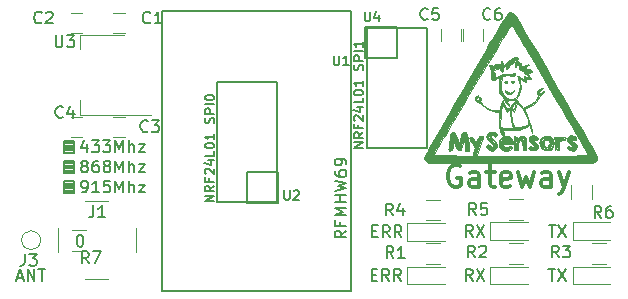
<source format=gto>
G04 #@! TF.FileFunction,Legend,Top*
%FSLAX46Y46*%
G04 Gerber Fmt 4.6, Leading zero omitted, Abs format (unit mm)*
G04 Created by KiCad (PCBNEW 4.0.7) date 10/05/17 15:08:02*
%MOMM*%
%LPD*%
G01*
G04 APERTURE LIST*
%ADD10C,0.100000*%
%ADD11C,0.200000*%
%ADD12C,0.300000*%
%ADD13C,0.150000*%
%ADD14C,0.120000*%
%ADD15C,0.010000*%
%ADD16C,0.160000*%
G04 APERTURE END LIST*
D10*
D11*
X126700000Y-122800000D02*
X127600000Y-122800000D01*
X126700000Y-122600000D02*
X127600000Y-122600000D01*
X126700000Y-122400000D02*
X127600000Y-122400000D01*
X126700000Y-122200000D02*
X127600000Y-122200000D01*
X126800000Y-121100000D02*
X127600000Y-121100000D01*
X126700000Y-120900000D02*
X127600000Y-120900000D01*
X126700000Y-120700000D02*
X127600000Y-120700000D01*
X126700000Y-120500000D02*
X127600000Y-120500000D01*
X126800000Y-119400000D02*
X127600000Y-119400000D01*
X126700000Y-119200000D02*
X127600000Y-119200000D01*
X126700000Y-119000000D02*
X127600000Y-119000000D01*
X126700000Y-118800000D02*
X127600000Y-118800000D01*
X126700000Y-119600000D02*
X127600000Y-119600000D01*
X126700000Y-118600000D02*
X126700000Y-119600000D01*
X127600000Y-118600000D02*
X126700000Y-118600000D01*
X127600000Y-119600000D02*
X127600000Y-118600000D01*
X126700000Y-121300000D02*
X127600000Y-121300000D01*
X126700000Y-120300000D02*
X126700000Y-121300000D01*
X127600000Y-120300000D02*
X126700000Y-120300000D01*
X127600000Y-121300000D02*
X127600000Y-120300000D01*
X126700000Y-123000000D02*
X127600000Y-123000000D01*
X126700000Y-122000000D02*
X126700000Y-123000000D01*
X127600000Y-122000000D02*
X126700000Y-122000000D01*
X127600000Y-123000000D02*
X127600000Y-122000000D01*
X128666667Y-118885714D02*
X128666667Y-119552381D01*
X128428571Y-118504762D02*
X128190476Y-119219048D01*
X128809524Y-119219048D01*
X129095238Y-118552381D02*
X129714286Y-118552381D01*
X129380952Y-118933333D01*
X129523810Y-118933333D01*
X129619048Y-118980952D01*
X129666667Y-119028571D01*
X129714286Y-119123810D01*
X129714286Y-119361905D01*
X129666667Y-119457143D01*
X129619048Y-119504762D01*
X129523810Y-119552381D01*
X129238095Y-119552381D01*
X129142857Y-119504762D01*
X129095238Y-119457143D01*
X130047619Y-118552381D02*
X130666667Y-118552381D01*
X130333333Y-118933333D01*
X130476191Y-118933333D01*
X130571429Y-118980952D01*
X130619048Y-119028571D01*
X130666667Y-119123810D01*
X130666667Y-119361905D01*
X130619048Y-119457143D01*
X130571429Y-119504762D01*
X130476191Y-119552381D01*
X130190476Y-119552381D01*
X130095238Y-119504762D01*
X130047619Y-119457143D01*
X131095238Y-119552381D02*
X131095238Y-118552381D01*
X131428572Y-119266667D01*
X131761905Y-118552381D01*
X131761905Y-119552381D01*
X132238095Y-119552381D02*
X132238095Y-118552381D01*
X132666667Y-119552381D02*
X132666667Y-119028571D01*
X132619048Y-118933333D01*
X132523810Y-118885714D01*
X132380952Y-118885714D01*
X132285714Y-118933333D01*
X132238095Y-118980952D01*
X133047619Y-118885714D02*
X133571429Y-118885714D01*
X133047619Y-119552381D01*
X133571429Y-119552381D01*
X128380952Y-120680952D02*
X128285714Y-120633333D01*
X128238095Y-120585714D01*
X128190476Y-120490476D01*
X128190476Y-120442857D01*
X128238095Y-120347619D01*
X128285714Y-120300000D01*
X128380952Y-120252381D01*
X128571429Y-120252381D01*
X128666667Y-120300000D01*
X128714286Y-120347619D01*
X128761905Y-120442857D01*
X128761905Y-120490476D01*
X128714286Y-120585714D01*
X128666667Y-120633333D01*
X128571429Y-120680952D01*
X128380952Y-120680952D01*
X128285714Y-120728571D01*
X128238095Y-120776190D01*
X128190476Y-120871429D01*
X128190476Y-121061905D01*
X128238095Y-121157143D01*
X128285714Y-121204762D01*
X128380952Y-121252381D01*
X128571429Y-121252381D01*
X128666667Y-121204762D01*
X128714286Y-121157143D01*
X128761905Y-121061905D01*
X128761905Y-120871429D01*
X128714286Y-120776190D01*
X128666667Y-120728571D01*
X128571429Y-120680952D01*
X129619048Y-120252381D02*
X129428571Y-120252381D01*
X129333333Y-120300000D01*
X129285714Y-120347619D01*
X129190476Y-120490476D01*
X129142857Y-120680952D01*
X129142857Y-121061905D01*
X129190476Y-121157143D01*
X129238095Y-121204762D01*
X129333333Y-121252381D01*
X129523810Y-121252381D01*
X129619048Y-121204762D01*
X129666667Y-121157143D01*
X129714286Y-121061905D01*
X129714286Y-120823810D01*
X129666667Y-120728571D01*
X129619048Y-120680952D01*
X129523810Y-120633333D01*
X129333333Y-120633333D01*
X129238095Y-120680952D01*
X129190476Y-120728571D01*
X129142857Y-120823810D01*
X130285714Y-120680952D02*
X130190476Y-120633333D01*
X130142857Y-120585714D01*
X130095238Y-120490476D01*
X130095238Y-120442857D01*
X130142857Y-120347619D01*
X130190476Y-120300000D01*
X130285714Y-120252381D01*
X130476191Y-120252381D01*
X130571429Y-120300000D01*
X130619048Y-120347619D01*
X130666667Y-120442857D01*
X130666667Y-120490476D01*
X130619048Y-120585714D01*
X130571429Y-120633333D01*
X130476191Y-120680952D01*
X130285714Y-120680952D01*
X130190476Y-120728571D01*
X130142857Y-120776190D01*
X130095238Y-120871429D01*
X130095238Y-121061905D01*
X130142857Y-121157143D01*
X130190476Y-121204762D01*
X130285714Y-121252381D01*
X130476191Y-121252381D01*
X130571429Y-121204762D01*
X130619048Y-121157143D01*
X130666667Y-121061905D01*
X130666667Y-120871429D01*
X130619048Y-120776190D01*
X130571429Y-120728571D01*
X130476191Y-120680952D01*
X131095238Y-121252381D02*
X131095238Y-120252381D01*
X131428572Y-120966667D01*
X131761905Y-120252381D01*
X131761905Y-121252381D01*
X132238095Y-121252381D02*
X132238095Y-120252381D01*
X132666667Y-121252381D02*
X132666667Y-120728571D01*
X132619048Y-120633333D01*
X132523810Y-120585714D01*
X132380952Y-120585714D01*
X132285714Y-120633333D01*
X132238095Y-120680952D01*
X133047619Y-120585714D02*
X133571429Y-120585714D01*
X133047619Y-121252381D01*
X133571429Y-121252381D01*
X128285714Y-122952381D02*
X128476190Y-122952381D01*
X128571429Y-122904762D01*
X128619048Y-122857143D01*
X128714286Y-122714286D01*
X128761905Y-122523810D01*
X128761905Y-122142857D01*
X128714286Y-122047619D01*
X128666667Y-122000000D01*
X128571429Y-121952381D01*
X128380952Y-121952381D01*
X128285714Y-122000000D01*
X128238095Y-122047619D01*
X128190476Y-122142857D01*
X128190476Y-122380952D01*
X128238095Y-122476190D01*
X128285714Y-122523810D01*
X128380952Y-122571429D01*
X128571429Y-122571429D01*
X128666667Y-122523810D01*
X128714286Y-122476190D01*
X128761905Y-122380952D01*
X129714286Y-122952381D02*
X129142857Y-122952381D01*
X129428571Y-122952381D02*
X129428571Y-121952381D01*
X129333333Y-122095238D01*
X129238095Y-122190476D01*
X129142857Y-122238095D01*
X130619048Y-121952381D02*
X130142857Y-121952381D01*
X130095238Y-122428571D01*
X130142857Y-122380952D01*
X130238095Y-122333333D01*
X130476191Y-122333333D01*
X130571429Y-122380952D01*
X130619048Y-122428571D01*
X130666667Y-122523810D01*
X130666667Y-122761905D01*
X130619048Y-122857143D01*
X130571429Y-122904762D01*
X130476191Y-122952381D01*
X130238095Y-122952381D01*
X130142857Y-122904762D01*
X130095238Y-122857143D01*
X131095238Y-122952381D02*
X131095238Y-121952381D01*
X131428572Y-122666667D01*
X131761905Y-121952381D01*
X131761905Y-122952381D01*
X132238095Y-122952381D02*
X132238095Y-121952381D01*
X132666667Y-122952381D02*
X132666667Y-122428571D01*
X132619048Y-122333333D01*
X132523810Y-122285714D01*
X132380952Y-122285714D01*
X132285714Y-122333333D01*
X132238095Y-122380952D01*
X133047619Y-122285714D02*
X133571429Y-122285714D01*
X133047619Y-122952381D01*
X133571429Y-122952381D01*
X135000000Y-111500000D02*
X135000000Y-127500000D01*
X151000000Y-112100000D02*
X151000000Y-127400000D01*
X150652381Y-126190476D02*
X150176190Y-126523810D01*
X150652381Y-126761905D02*
X149652381Y-126761905D01*
X149652381Y-126380952D01*
X149700000Y-126285714D01*
X149747619Y-126238095D01*
X149842857Y-126190476D01*
X149985714Y-126190476D01*
X150080952Y-126238095D01*
X150128571Y-126285714D01*
X150176190Y-126380952D01*
X150176190Y-126761905D01*
X150128571Y-125428571D02*
X150128571Y-125761905D01*
X150652381Y-125761905D02*
X149652381Y-125761905D01*
X149652381Y-125285714D01*
X150652381Y-124904762D02*
X149652381Y-124904762D01*
X150366667Y-124571428D01*
X149652381Y-124238095D01*
X150652381Y-124238095D01*
X150652381Y-123761905D02*
X149652381Y-123761905D01*
X150128571Y-123761905D02*
X150128571Y-123190476D01*
X150652381Y-123190476D02*
X149652381Y-123190476D01*
X149652381Y-122809524D02*
X150652381Y-122571429D01*
X149938095Y-122380952D01*
X150652381Y-122190476D01*
X149652381Y-121952381D01*
X149652381Y-121142857D02*
X149652381Y-121333334D01*
X149700000Y-121428572D01*
X149747619Y-121476191D01*
X149890476Y-121571429D01*
X150080952Y-121619048D01*
X150461905Y-121619048D01*
X150557143Y-121571429D01*
X150604762Y-121523810D01*
X150652381Y-121428572D01*
X150652381Y-121238095D01*
X150604762Y-121142857D01*
X150557143Y-121095238D01*
X150461905Y-121047619D01*
X150223810Y-121047619D01*
X150128571Y-121095238D01*
X150080952Y-121142857D01*
X150033333Y-121238095D01*
X150033333Y-121428572D01*
X150080952Y-121523810D01*
X150128571Y-121571429D01*
X150223810Y-121619048D01*
X150652381Y-120571429D02*
X150652381Y-120380953D01*
X150604762Y-120285714D01*
X150557143Y-120238095D01*
X150414286Y-120142857D01*
X150223810Y-120095238D01*
X149842857Y-120095238D01*
X149747619Y-120142857D01*
X149700000Y-120190476D01*
X149652381Y-120285714D01*
X149652381Y-120476191D01*
X149700000Y-120571429D01*
X149747619Y-120619048D01*
X149842857Y-120666667D01*
X150080952Y-120666667D01*
X150176190Y-120619048D01*
X150223810Y-120571429D01*
X150271429Y-120476191D01*
X150271429Y-120285714D01*
X150223810Y-120190476D01*
X150176190Y-120142857D01*
X150080952Y-120095238D01*
D12*
X160278573Y-120750000D02*
X160107144Y-120664286D01*
X159850001Y-120664286D01*
X159592858Y-120750000D01*
X159421430Y-120921429D01*
X159335715Y-121092857D01*
X159250001Y-121435714D01*
X159250001Y-121692857D01*
X159335715Y-122035714D01*
X159421430Y-122207143D01*
X159592858Y-122378571D01*
X159850001Y-122464286D01*
X160021430Y-122464286D01*
X160278573Y-122378571D01*
X160364287Y-122292857D01*
X160364287Y-121692857D01*
X160021430Y-121692857D01*
X161907144Y-122464286D02*
X161907144Y-121521429D01*
X161821430Y-121350000D01*
X161650001Y-121264286D01*
X161307144Y-121264286D01*
X161135715Y-121350000D01*
X161907144Y-122378571D02*
X161735715Y-122464286D01*
X161307144Y-122464286D01*
X161135715Y-122378571D01*
X161050001Y-122207143D01*
X161050001Y-122035714D01*
X161135715Y-121864286D01*
X161307144Y-121778571D01*
X161735715Y-121778571D01*
X161907144Y-121692857D01*
X162507144Y-121264286D02*
X163192858Y-121264286D01*
X162764286Y-120664286D02*
X162764286Y-122207143D01*
X162850001Y-122378571D01*
X163021429Y-122464286D01*
X163192858Y-122464286D01*
X164478572Y-122378571D02*
X164307143Y-122464286D01*
X163964286Y-122464286D01*
X163792857Y-122378571D01*
X163707143Y-122207143D01*
X163707143Y-121521429D01*
X163792857Y-121350000D01*
X163964286Y-121264286D01*
X164307143Y-121264286D01*
X164478572Y-121350000D01*
X164564286Y-121521429D01*
X164564286Y-121692857D01*
X163707143Y-121864286D01*
X165164286Y-121264286D02*
X165507143Y-122464286D01*
X165850000Y-121607143D01*
X166192857Y-122464286D01*
X166535714Y-121264286D01*
X167992857Y-122464286D02*
X167992857Y-121521429D01*
X167907143Y-121350000D01*
X167735714Y-121264286D01*
X167392857Y-121264286D01*
X167221428Y-121350000D01*
X167992857Y-122378571D02*
X167821428Y-122464286D01*
X167392857Y-122464286D01*
X167221428Y-122378571D01*
X167135714Y-122207143D01*
X167135714Y-122035714D01*
X167221428Y-121864286D01*
X167392857Y-121778571D01*
X167821428Y-121778571D01*
X167992857Y-121692857D01*
X168678571Y-121264286D02*
X169107142Y-122464286D01*
X169535714Y-121264286D02*
X169107142Y-122464286D01*
X168935714Y-122892857D01*
X168849999Y-122978571D01*
X168678571Y-123064286D01*
D13*
X144873000Y-121206000D02*
X144873000Y-123873000D01*
X144873000Y-123873000D02*
X142206000Y-123873000D01*
X144746000Y-116126000D02*
X144746000Y-113586000D01*
X144746000Y-113586000D02*
X142206000Y-113586000D01*
X144746000Y-121206000D02*
X142206000Y-121206000D01*
X142206000Y-121206000D02*
X142206000Y-123746000D01*
X144746000Y-116126000D02*
X144746000Y-123746000D01*
X144746000Y-123746000D02*
X139666000Y-123746000D01*
X139666000Y-123746000D02*
X139666000Y-113586000D01*
X139666000Y-113586000D02*
X142206000Y-113586000D01*
D14*
X159000000Y-130750000D02*
X155800000Y-130750000D01*
X155800000Y-129250000D02*
X159000000Y-129250000D01*
X155800000Y-129250000D02*
X155800000Y-130750000D01*
X166000000Y-130750000D02*
X162800000Y-130750000D01*
X162800000Y-129250000D02*
X166000000Y-129250000D01*
X162800000Y-129250000D02*
X162800000Y-130750000D01*
X173000000Y-130750000D02*
X169800000Y-130750000D01*
X169800000Y-129250000D02*
X173000000Y-129250000D01*
X169800000Y-129250000D02*
X169800000Y-130750000D01*
X128500000Y-123700000D02*
X130500000Y-123700000D01*
X128500000Y-130300000D02*
X130500000Y-130300000D01*
X132800000Y-126000000D02*
X132800000Y-128000000D01*
X126200000Y-126000000D02*
X126200000Y-128000000D01*
X158600000Y-129030000D02*
X157400000Y-129030000D01*
X157400000Y-127270000D02*
X158600000Y-127270000D01*
X165600000Y-128980000D02*
X164400000Y-128980000D01*
X164400000Y-127220000D02*
X165600000Y-127220000D01*
X172600000Y-128980000D02*
X171400000Y-128980000D01*
X171400000Y-127220000D02*
X172600000Y-127220000D01*
X128600000Y-127880000D02*
X127400000Y-127880000D01*
X127400000Y-126120000D02*
X128600000Y-126120000D01*
X124753219Y-127000000D02*
G75*
G03X124753219Y-127000000I-803219J0D01*
G01*
D15*
G36*
X164696414Y-107747520D02*
X164840273Y-107835734D01*
X164951197Y-107947209D01*
X165002476Y-108027807D01*
X165099452Y-108188200D01*
X165238533Y-108422163D01*
X165416129Y-108723475D01*
X165628649Y-109085914D01*
X165872501Y-109503255D01*
X166144093Y-109969277D01*
X166439836Y-110477758D01*
X166756137Y-111022474D01*
X167089406Y-111597204D01*
X167436051Y-112195724D01*
X167792482Y-112811812D01*
X168155106Y-113439246D01*
X168520334Y-114071803D01*
X168884573Y-114703260D01*
X169244233Y-115327395D01*
X169595722Y-115937985D01*
X169935450Y-116528808D01*
X170259825Y-117093642D01*
X170565255Y-117626263D01*
X170848151Y-118120449D01*
X171104920Y-118569977D01*
X171331971Y-118968626D01*
X171525714Y-119310172D01*
X171682557Y-119588393D01*
X171798909Y-119797066D01*
X171871179Y-119929970D01*
X171895710Y-119980254D01*
X171880657Y-120143769D01*
X171782804Y-120294710D01*
X171620440Y-120410312D01*
X171519989Y-120447966D01*
X171439775Y-120456178D01*
X171265678Y-120463682D01*
X171004964Y-120470486D01*
X170664900Y-120476596D01*
X170252754Y-120482019D01*
X169775793Y-120486764D01*
X169241283Y-120490836D01*
X168656493Y-120494243D01*
X168028690Y-120496991D01*
X167365140Y-120499089D01*
X166673110Y-120500543D01*
X165959869Y-120501359D01*
X165232683Y-120501546D01*
X164498819Y-120501110D01*
X163765545Y-120500058D01*
X163040127Y-120498397D01*
X162329833Y-120496135D01*
X161641931Y-120493278D01*
X160983686Y-120489834D01*
X160362368Y-120485809D01*
X159785241Y-120481211D01*
X159259575Y-120476046D01*
X158792636Y-120470323D01*
X158391691Y-120464047D01*
X158064007Y-120457225D01*
X157816852Y-120449866D01*
X157657493Y-120441976D01*
X157595158Y-120434432D01*
X157444272Y-120352078D01*
X157321424Y-120237960D01*
X157319879Y-120235894D01*
X157255861Y-120130595D01*
X157245879Y-120031491D01*
X157277058Y-119905694D01*
X157309332Y-119839010D01*
X157332606Y-119795696D01*
X158005266Y-119795696D01*
X158052946Y-119801527D01*
X158197041Y-119807089D01*
X158432364Y-119812346D01*
X158753729Y-119817264D01*
X159155953Y-119821806D01*
X159633848Y-119825937D01*
X160182229Y-119829623D01*
X160795911Y-119832827D01*
X161469707Y-119835515D01*
X162198434Y-119837651D01*
X162976904Y-119839200D01*
X163799932Y-119840127D01*
X164571166Y-119840400D01*
X165380093Y-119840185D01*
X166160468Y-119839558D01*
X166906316Y-119838546D01*
X167611663Y-119837172D01*
X168270533Y-119835464D01*
X168876953Y-119833447D01*
X169424947Y-119831147D01*
X169908542Y-119828589D01*
X170321762Y-119825800D01*
X170658633Y-119822804D01*
X170913181Y-119819628D01*
X171079431Y-119816298D01*
X171151407Y-119812838D01*
X171154000Y-119812040D01*
X171128782Y-119764737D01*
X171055634Y-119636345D01*
X170938313Y-119433248D01*
X170780575Y-119161828D01*
X170586177Y-118828466D01*
X170358875Y-118439545D01*
X170102427Y-118001447D01*
X169820590Y-117520554D01*
X169517119Y-117003249D01*
X169195773Y-116455913D01*
X168860306Y-115884929D01*
X168514478Y-115296678D01*
X168162043Y-114697544D01*
X167806759Y-114093908D01*
X167452383Y-113492152D01*
X167102671Y-112898658D01*
X166761380Y-112319810D01*
X166432268Y-111761988D01*
X166119090Y-111231575D01*
X165825603Y-110734953D01*
X165555565Y-110278505D01*
X165312732Y-109868613D01*
X165100861Y-109511658D01*
X164923708Y-109214023D01*
X164785031Y-108982090D01*
X164688585Y-108822241D01*
X164638129Y-108740858D01*
X164631818Y-108731858D01*
X164609329Y-108745740D01*
X164559090Y-108808893D01*
X164479252Y-108924354D01*
X164367965Y-109095164D01*
X164223383Y-109324361D01*
X164043655Y-109614984D01*
X163826935Y-109970074D01*
X163571372Y-110392667D01*
X163275120Y-110885805D01*
X162936328Y-111452525D01*
X162553150Y-112095867D01*
X162123736Y-112818870D01*
X161646238Y-113624572D01*
X161298800Y-114211654D01*
X160891204Y-114900850D01*
X160497954Y-115566032D01*
X160122149Y-116201946D01*
X159766889Y-116803336D01*
X159435273Y-117364947D01*
X159130402Y-117881523D01*
X158855375Y-118347809D01*
X158613292Y-118758548D01*
X158407253Y-119108487D01*
X158240357Y-119392369D01*
X158115704Y-119604938D01*
X158036394Y-119740940D01*
X158005527Y-119795118D01*
X158005266Y-119795696D01*
X157332606Y-119795696D01*
X157389552Y-119689722D01*
X157514703Y-119463122D01*
X157681772Y-119164501D01*
X157887748Y-118799153D01*
X158129615Y-118372370D01*
X158404363Y-117889445D01*
X158708976Y-117355668D01*
X159040443Y-116776333D01*
X159395750Y-116156733D01*
X159771884Y-115502159D01*
X160165832Y-114817903D01*
X160574581Y-114109259D01*
X160755970Y-113795200D01*
X161246850Y-112945881D01*
X161689701Y-112180304D01*
X162087124Y-111494125D01*
X162441719Y-110882997D01*
X162756084Y-110342576D01*
X163032820Y-109868516D01*
X163274526Y-109456472D01*
X163483802Y-109102100D01*
X163663248Y-108801052D01*
X163815463Y-108548985D01*
X163943047Y-108341554D01*
X164048600Y-108174412D01*
X164134721Y-108043216D01*
X164204011Y-107943619D01*
X164259068Y-107871276D01*
X164302492Y-107821842D01*
X164336884Y-107790973D01*
X164355429Y-107778911D01*
X164485929Y-107718373D01*
X164586390Y-107711413D01*
X164696414Y-107747520D01*
X164696414Y-107747520D01*
G37*
X164696414Y-107747520D02*
X164840273Y-107835734D01*
X164951197Y-107947209D01*
X165002476Y-108027807D01*
X165099452Y-108188200D01*
X165238533Y-108422163D01*
X165416129Y-108723475D01*
X165628649Y-109085914D01*
X165872501Y-109503255D01*
X166144093Y-109969277D01*
X166439836Y-110477758D01*
X166756137Y-111022474D01*
X167089406Y-111597204D01*
X167436051Y-112195724D01*
X167792482Y-112811812D01*
X168155106Y-113439246D01*
X168520334Y-114071803D01*
X168884573Y-114703260D01*
X169244233Y-115327395D01*
X169595722Y-115937985D01*
X169935450Y-116528808D01*
X170259825Y-117093642D01*
X170565255Y-117626263D01*
X170848151Y-118120449D01*
X171104920Y-118569977D01*
X171331971Y-118968626D01*
X171525714Y-119310172D01*
X171682557Y-119588393D01*
X171798909Y-119797066D01*
X171871179Y-119929970D01*
X171895710Y-119980254D01*
X171880657Y-120143769D01*
X171782804Y-120294710D01*
X171620440Y-120410312D01*
X171519989Y-120447966D01*
X171439775Y-120456178D01*
X171265678Y-120463682D01*
X171004964Y-120470486D01*
X170664900Y-120476596D01*
X170252754Y-120482019D01*
X169775793Y-120486764D01*
X169241283Y-120490836D01*
X168656493Y-120494243D01*
X168028690Y-120496991D01*
X167365140Y-120499089D01*
X166673110Y-120500543D01*
X165959869Y-120501359D01*
X165232683Y-120501546D01*
X164498819Y-120501110D01*
X163765545Y-120500058D01*
X163040127Y-120498397D01*
X162329833Y-120496135D01*
X161641931Y-120493278D01*
X160983686Y-120489834D01*
X160362368Y-120485809D01*
X159785241Y-120481211D01*
X159259575Y-120476046D01*
X158792636Y-120470323D01*
X158391691Y-120464047D01*
X158064007Y-120457225D01*
X157816852Y-120449866D01*
X157657493Y-120441976D01*
X157595158Y-120434432D01*
X157444272Y-120352078D01*
X157321424Y-120237960D01*
X157319879Y-120235894D01*
X157255861Y-120130595D01*
X157245879Y-120031491D01*
X157277058Y-119905694D01*
X157309332Y-119839010D01*
X157332606Y-119795696D01*
X158005266Y-119795696D01*
X158052946Y-119801527D01*
X158197041Y-119807089D01*
X158432364Y-119812346D01*
X158753729Y-119817264D01*
X159155953Y-119821806D01*
X159633848Y-119825937D01*
X160182229Y-119829623D01*
X160795911Y-119832827D01*
X161469707Y-119835515D01*
X162198434Y-119837651D01*
X162976904Y-119839200D01*
X163799932Y-119840127D01*
X164571166Y-119840400D01*
X165380093Y-119840185D01*
X166160468Y-119839558D01*
X166906316Y-119838546D01*
X167611663Y-119837172D01*
X168270533Y-119835464D01*
X168876953Y-119833447D01*
X169424947Y-119831147D01*
X169908542Y-119828589D01*
X170321762Y-119825800D01*
X170658633Y-119822804D01*
X170913181Y-119819628D01*
X171079431Y-119816298D01*
X171151407Y-119812838D01*
X171154000Y-119812040D01*
X171128782Y-119764737D01*
X171055634Y-119636345D01*
X170938313Y-119433248D01*
X170780575Y-119161828D01*
X170586177Y-118828466D01*
X170358875Y-118439545D01*
X170102427Y-118001447D01*
X169820590Y-117520554D01*
X169517119Y-117003249D01*
X169195773Y-116455913D01*
X168860306Y-115884929D01*
X168514478Y-115296678D01*
X168162043Y-114697544D01*
X167806759Y-114093908D01*
X167452383Y-113492152D01*
X167102671Y-112898658D01*
X166761380Y-112319810D01*
X166432268Y-111761988D01*
X166119090Y-111231575D01*
X165825603Y-110734953D01*
X165555565Y-110278505D01*
X165312732Y-109868613D01*
X165100861Y-109511658D01*
X164923708Y-109214023D01*
X164785031Y-108982090D01*
X164688585Y-108822241D01*
X164638129Y-108740858D01*
X164631818Y-108731858D01*
X164609329Y-108745740D01*
X164559090Y-108808893D01*
X164479252Y-108924354D01*
X164367965Y-109095164D01*
X164223383Y-109324361D01*
X164043655Y-109614984D01*
X163826935Y-109970074D01*
X163571372Y-110392667D01*
X163275120Y-110885805D01*
X162936328Y-111452525D01*
X162553150Y-112095867D01*
X162123736Y-112818870D01*
X161646238Y-113624572D01*
X161298800Y-114211654D01*
X160891204Y-114900850D01*
X160497954Y-115566032D01*
X160122149Y-116201946D01*
X159766889Y-116803336D01*
X159435273Y-117364947D01*
X159130402Y-117881523D01*
X158855375Y-118347809D01*
X158613292Y-118758548D01*
X158407253Y-119108487D01*
X158240357Y-119392369D01*
X158115704Y-119604938D01*
X158036394Y-119740940D01*
X158005527Y-119795118D01*
X158005266Y-119795696D01*
X157332606Y-119795696D01*
X157389552Y-119689722D01*
X157514703Y-119463122D01*
X157681772Y-119164501D01*
X157887748Y-118799153D01*
X158129615Y-118372370D01*
X158404363Y-117889445D01*
X158708976Y-117355668D01*
X159040443Y-116776333D01*
X159395750Y-116156733D01*
X159771884Y-115502159D01*
X160165832Y-114817903D01*
X160574581Y-114109259D01*
X160755970Y-113795200D01*
X161246850Y-112945881D01*
X161689701Y-112180304D01*
X162087124Y-111494125D01*
X162441719Y-110882997D01*
X162756084Y-110342576D01*
X163032820Y-109868516D01*
X163274526Y-109456472D01*
X163483802Y-109102100D01*
X163663248Y-108801052D01*
X163815463Y-108548985D01*
X163943047Y-108341554D01*
X164048600Y-108174412D01*
X164134721Y-108043216D01*
X164204011Y-107943619D01*
X164259068Y-107871276D01*
X164302492Y-107821842D01*
X164336884Y-107790973D01*
X164355429Y-107778911D01*
X164485929Y-107718373D01*
X164586390Y-107711413D01*
X164696414Y-107747520D01*
G36*
X162174594Y-118194633D02*
X162205220Y-118220541D01*
X162209470Y-118279189D01*
X162185992Y-118383489D01*
X162133433Y-118546350D01*
X162050437Y-118780682D01*
X161947759Y-119065700D01*
X161687527Y-119789600D01*
X161518563Y-119789600D01*
X161404569Y-119778598D01*
X161350326Y-119751724D01*
X161349600Y-119747849D01*
X161364845Y-119678886D01*
X161403674Y-119549863D01*
X161431243Y-119466488D01*
X161512886Y-119226878D01*
X161256413Y-118784339D01*
X161152128Y-118595773D01*
X161075557Y-118440396D01*
X161036035Y-118338239D01*
X161035069Y-118309409D01*
X161108173Y-118269801D01*
X161179446Y-118244090D01*
X161247938Y-118239446D01*
X161314312Y-118282051D01*
X161397195Y-118388209D01*
X161466368Y-118495213D01*
X161644044Y-118779265D01*
X161742355Y-118484332D01*
X161799226Y-118322167D01*
X161847201Y-118234004D01*
X161909013Y-118197291D01*
X162007389Y-118189479D01*
X162039633Y-118189400D01*
X162118947Y-118188556D01*
X162174594Y-118194633D01*
X162174594Y-118194633D01*
G37*
X162174594Y-118194633D02*
X162205220Y-118220541D01*
X162209470Y-118279189D01*
X162185992Y-118383489D01*
X162133433Y-118546350D01*
X162050437Y-118780682D01*
X161947759Y-119065700D01*
X161687527Y-119789600D01*
X161518563Y-119789600D01*
X161404569Y-119778598D01*
X161350326Y-119751724D01*
X161349600Y-119747849D01*
X161364845Y-119678886D01*
X161403674Y-119549863D01*
X161431243Y-119466488D01*
X161512886Y-119226878D01*
X161256413Y-118784339D01*
X161152128Y-118595773D01*
X161075557Y-118440396D01*
X161036035Y-118338239D01*
X161035069Y-118309409D01*
X161108173Y-118269801D01*
X161179446Y-118244090D01*
X161247938Y-118239446D01*
X161314312Y-118282051D01*
X161397195Y-118388209D01*
X161466368Y-118495213D01*
X161644044Y-118779265D01*
X161742355Y-118484332D01*
X161799226Y-118322167D01*
X161847201Y-118234004D01*
X161909013Y-118197291D01*
X162007389Y-118189479D01*
X162039633Y-118189400D01*
X162118947Y-118188556D01*
X162174594Y-118194633D01*
G36*
X160777855Y-117877129D02*
X160812737Y-117951660D01*
X160856341Y-118103160D01*
X160904027Y-118307880D01*
X160951157Y-118542071D01*
X160993092Y-118781984D01*
X161025193Y-119003872D01*
X161042823Y-119183983D01*
X161044800Y-119243817D01*
X161039414Y-119370519D01*
X161006652Y-119422911D01*
X160921608Y-119428253D01*
X160879700Y-119424518D01*
X160714600Y-119408600D01*
X160662273Y-118951400D01*
X160609947Y-118494200D01*
X160519987Y-118799000D01*
X160465067Y-118984026D01*
X160416113Y-119147172D01*
X160390601Y-119230800D01*
X160325001Y-119332968D01*
X160196790Y-119373211D01*
X160121543Y-119375841D01*
X160065418Y-119354173D01*
X160014339Y-119290674D01*
X159954227Y-119167810D01*
X159871006Y-118968046D01*
X159870502Y-118966811D01*
X159698600Y-118545000D01*
X159654146Y-118951400D01*
X159632767Y-119141055D01*
X159615251Y-119285776D01*
X159604607Y-119361044D01*
X159603242Y-119366370D01*
X159536821Y-119396868D01*
X159428394Y-119411363D01*
X159330170Y-119406019D01*
X159295756Y-119388954D01*
X159289278Y-119320209D01*
X159296163Y-119172842D01*
X159314835Y-118968723D01*
X159342725Y-118737138D01*
X159384999Y-118420828D01*
X159417758Y-118191243D01*
X159445791Y-118034519D01*
X159473886Y-117936792D01*
X159506833Y-117884198D01*
X159549420Y-117862875D01*
X159606437Y-117858957D01*
X159645989Y-117859200D01*
X159745030Y-117866638D01*
X159807636Y-117904969D01*
X159856826Y-117998214D01*
X159900934Y-118125275D01*
X159981904Y-118350752D01*
X160060014Y-118529351D01*
X160127852Y-118647441D01*
X160178007Y-118691396D01*
X160198226Y-118672000D01*
X160224291Y-118587719D01*
X160269276Y-118437018D01*
X160323881Y-118251079D01*
X160329005Y-118233490D01*
X160388230Y-118043938D01*
X160438304Y-117930912D01*
X160493316Y-117872033D01*
X160567354Y-117844921D01*
X160574542Y-117843450D01*
X160701177Y-117843247D01*
X160777855Y-117877129D01*
X160777855Y-117877129D01*
G37*
X160777855Y-117877129D02*
X160812737Y-117951660D01*
X160856341Y-118103160D01*
X160904027Y-118307880D01*
X160951157Y-118542071D01*
X160993092Y-118781984D01*
X161025193Y-119003872D01*
X161042823Y-119183983D01*
X161044800Y-119243817D01*
X161039414Y-119370519D01*
X161006652Y-119422911D01*
X160921608Y-119428253D01*
X160879700Y-119424518D01*
X160714600Y-119408600D01*
X160662273Y-118951400D01*
X160609947Y-118494200D01*
X160519987Y-118799000D01*
X160465067Y-118984026D01*
X160416113Y-119147172D01*
X160390601Y-119230800D01*
X160325001Y-119332968D01*
X160196790Y-119373211D01*
X160121543Y-119375841D01*
X160065418Y-119354173D01*
X160014339Y-119290674D01*
X159954227Y-119167810D01*
X159871006Y-118968046D01*
X159870502Y-118966811D01*
X159698600Y-118545000D01*
X159654146Y-118951400D01*
X159632767Y-119141055D01*
X159615251Y-119285776D01*
X159604607Y-119361044D01*
X159603242Y-119366370D01*
X159536821Y-119396868D01*
X159428394Y-119411363D01*
X159330170Y-119406019D01*
X159295756Y-119388954D01*
X159289278Y-119320209D01*
X159296163Y-119172842D01*
X159314835Y-118968723D01*
X159342725Y-118737138D01*
X159384999Y-118420828D01*
X159417758Y-118191243D01*
X159445791Y-118034519D01*
X159473886Y-117936792D01*
X159506833Y-117884198D01*
X159549420Y-117862875D01*
X159606437Y-117858957D01*
X159645989Y-117859200D01*
X159745030Y-117866638D01*
X159807636Y-117904969D01*
X159856826Y-117998214D01*
X159900934Y-118125275D01*
X159981904Y-118350752D01*
X160060014Y-118529351D01*
X160127852Y-118647441D01*
X160178007Y-118691396D01*
X160198226Y-118672000D01*
X160224291Y-118587719D01*
X160269276Y-118437018D01*
X160323881Y-118251079D01*
X160329005Y-118233490D01*
X160388230Y-118043938D01*
X160438304Y-117930912D01*
X160493316Y-117872033D01*
X160567354Y-117844921D01*
X160574542Y-117843450D01*
X160701177Y-117843247D01*
X160777855Y-117877129D01*
G36*
X163169566Y-117873755D02*
X163289970Y-117951585D01*
X163439756Y-118077621D01*
X163336271Y-118181106D01*
X163256421Y-118249737D01*
X163197553Y-118246677D01*
X163138092Y-118198895D01*
X163030554Y-118131877D01*
X162932935Y-118116717D01*
X162877306Y-118155847D01*
X162873600Y-118178823D01*
X162907641Y-118246788D01*
X162996148Y-118357425D01*
X163099197Y-118465853D01*
X163302666Y-118698452D01*
X163409361Y-118902963D01*
X163419584Y-119081282D01*
X163333636Y-119235305D01*
X163234387Y-119317954D01*
X163069616Y-119407254D01*
X162928996Y-119424866D01*
X162822800Y-119398251D01*
X162727646Y-119341768D01*
X162616481Y-119248038D01*
X162520081Y-119146707D01*
X162469221Y-119067420D01*
X162467200Y-119055715D01*
X162474894Y-119042583D01*
X162530723Y-119042583D01*
X162565013Y-119092327D01*
X162626975Y-119154710D01*
X162655317Y-119161215D01*
X162701341Y-119177951D01*
X162784007Y-119247479D01*
X162789703Y-119253121D01*
X162889716Y-119329031D01*
X162982317Y-119363897D01*
X163040511Y-119352590D01*
X163042102Y-119301089D01*
X163054188Y-119256569D01*
X163145297Y-119259160D01*
X163257840Y-119254411D01*
X163314782Y-119218504D01*
X163347053Y-119126640D01*
X163358278Y-119010965D01*
X163348020Y-118913277D01*
X163318360Y-118875200D01*
X163296173Y-118843872D01*
X163303758Y-118827055D01*
X163287936Y-118796883D01*
X163230556Y-118798738D01*
X163142613Y-118795976D01*
X163140437Y-118742371D01*
X163191100Y-118678531D01*
X163226774Y-118630129D01*
X163178907Y-118630162D01*
X163178400Y-118630271D01*
X163118598Y-118613684D01*
X163114290Y-118584928D01*
X163090359Y-118546077D01*
X163042457Y-118555461D01*
X162985703Y-118561707D01*
X162991068Y-118535022D01*
X162984665Y-118469493D01*
X162926653Y-118396140D01*
X162852284Y-118348595D01*
X162801718Y-118354389D01*
X162781837Y-118336726D01*
X162780847Y-118244806D01*
X162783751Y-118214985D01*
X162830077Y-118078831D01*
X162921492Y-118031626D01*
X163048084Y-118076892D01*
X163088547Y-118106667D01*
X163173239Y-118151503D01*
X163251224Y-118115973D01*
X163254755Y-118113070D01*
X163301526Y-118058292D01*
X163271558Y-118007526D01*
X163222662Y-117970823D01*
X163090542Y-117913193D01*
X162928014Y-117886750D01*
X162775014Y-117893465D01*
X162671479Y-117935308D01*
X162663878Y-117943258D01*
X162633600Y-118000259D01*
X162645000Y-118011600D01*
X162649569Y-118042854D01*
X162619600Y-118087800D01*
X162589156Y-118154703D01*
X162647140Y-118172931D01*
X162694374Y-118166257D01*
X162700961Y-118190317D01*
X162648318Y-118261924D01*
X162646422Y-118264027D01*
X162582652Y-118338252D01*
X162587551Y-118354441D01*
X162643481Y-118335353D01*
X162708588Y-118324210D01*
X162705699Y-118351182D01*
X162714754Y-118415743D01*
X162776801Y-118497791D01*
X162859723Y-118566499D01*
X162931404Y-118591045D01*
X162947823Y-118583564D01*
X162970628Y-118586294D01*
X162963237Y-118621200D01*
X162974704Y-118708310D01*
X163035731Y-118827820D01*
X163055522Y-118856017D01*
X163128666Y-118967254D01*
X163140703Y-119041476D01*
X163103935Y-119110017D01*
X163004954Y-119194989D01*
X162900973Y-119180345D01*
X162804908Y-119090129D01*
X162719625Y-119012527D01*
X162650864Y-119022813D01*
X162647834Y-119025247D01*
X162569630Y-119051490D01*
X162540400Y-119039859D01*
X162530723Y-119042583D01*
X162474894Y-119042583D01*
X162505867Y-118989726D01*
X162574186Y-118934425D01*
X162661861Y-118896694D01*
X162738401Y-118925496D01*
X162793360Y-118973005D01*
X162908044Y-119051998D01*
X163009342Y-119075768D01*
X163069999Y-119040978D01*
X163076800Y-119007721D01*
X163042840Y-118940422D01*
X162952819Y-118825530D01*
X162824517Y-118685235D01*
X162791496Y-118651740D01*
X162649874Y-118505850D01*
X162572167Y-118410158D01*
X162547534Y-118346058D01*
X162565136Y-118294940D01*
X162575596Y-118281106D01*
X162617840Y-118220247D01*
X162585311Y-118218736D01*
X162556100Y-118229094D01*
X162482424Y-118232617D01*
X162472135Y-118173480D01*
X162522868Y-118066479D01*
X162598273Y-117965222D01*
X162707292Y-117859611D01*
X162824191Y-117819494D01*
X162934766Y-117817499D01*
X163169566Y-117873755D01*
X163169566Y-117873755D01*
G37*
X163169566Y-117873755D02*
X163289970Y-117951585D01*
X163439756Y-118077621D01*
X163336271Y-118181106D01*
X163256421Y-118249737D01*
X163197553Y-118246677D01*
X163138092Y-118198895D01*
X163030554Y-118131877D01*
X162932935Y-118116717D01*
X162877306Y-118155847D01*
X162873600Y-118178823D01*
X162907641Y-118246788D01*
X162996148Y-118357425D01*
X163099197Y-118465853D01*
X163302666Y-118698452D01*
X163409361Y-118902963D01*
X163419584Y-119081282D01*
X163333636Y-119235305D01*
X163234387Y-119317954D01*
X163069616Y-119407254D01*
X162928996Y-119424866D01*
X162822800Y-119398251D01*
X162727646Y-119341768D01*
X162616481Y-119248038D01*
X162520081Y-119146707D01*
X162469221Y-119067420D01*
X162467200Y-119055715D01*
X162474894Y-119042583D01*
X162530723Y-119042583D01*
X162565013Y-119092327D01*
X162626975Y-119154710D01*
X162655317Y-119161215D01*
X162701341Y-119177951D01*
X162784007Y-119247479D01*
X162789703Y-119253121D01*
X162889716Y-119329031D01*
X162982317Y-119363897D01*
X163040511Y-119352590D01*
X163042102Y-119301089D01*
X163054188Y-119256569D01*
X163145297Y-119259160D01*
X163257840Y-119254411D01*
X163314782Y-119218504D01*
X163347053Y-119126640D01*
X163358278Y-119010965D01*
X163348020Y-118913277D01*
X163318360Y-118875200D01*
X163296173Y-118843872D01*
X163303758Y-118827055D01*
X163287936Y-118796883D01*
X163230556Y-118798738D01*
X163142613Y-118795976D01*
X163140437Y-118742371D01*
X163191100Y-118678531D01*
X163226774Y-118630129D01*
X163178907Y-118630162D01*
X163178400Y-118630271D01*
X163118598Y-118613684D01*
X163114290Y-118584928D01*
X163090359Y-118546077D01*
X163042457Y-118555461D01*
X162985703Y-118561707D01*
X162991068Y-118535022D01*
X162984665Y-118469493D01*
X162926653Y-118396140D01*
X162852284Y-118348595D01*
X162801718Y-118354389D01*
X162781837Y-118336726D01*
X162780847Y-118244806D01*
X162783751Y-118214985D01*
X162830077Y-118078831D01*
X162921492Y-118031626D01*
X163048084Y-118076892D01*
X163088547Y-118106667D01*
X163173239Y-118151503D01*
X163251224Y-118115973D01*
X163254755Y-118113070D01*
X163301526Y-118058292D01*
X163271558Y-118007526D01*
X163222662Y-117970823D01*
X163090542Y-117913193D01*
X162928014Y-117886750D01*
X162775014Y-117893465D01*
X162671479Y-117935308D01*
X162663878Y-117943258D01*
X162633600Y-118000259D01*
X162645000Y-118011600D01*
X162649569Y-118042854D01*
X162619600Y-118087800D01*
X162589156Y-118154703D01*
X162647140Y-118172931D01*
X162694374Y-118166257D01*
X162700961Y-118190317D01*
X162648318Y-118261924D01*
X162646422Y-118264027D01*
X162582652Y-118338252D01*
X162587551Y-118354441D01*
X162643481Y-118335353D01*
X162708588Y-118324210D01*
X162705699Y-118351182D01*
X162714754Y-118415743D01*
X162776801Y-118497791D01*
X162859723Y-118566499D01*
X162931404Y-118591045D01*
X162947823Y-118583564D01*
X162970628Y-118586294D01*
X162963237Y-118621200D01*
X162974704Y-118708310D01*
X163035731Y-118827820D01*
X163055522Y-118856017D01*
X163128666Y-118967254D01*
X163140703Y-119041476D01*
X163103935Y-119110017D01*
X163004954Y-119194989D01*
X162900973Y-119180345D01*
X162804908Y-119090129D01*
X162719625Y-119012527D01*
X162650864Y-119022813D01*
X162647834Y-119025247D01*
X162569630Y-119051490D01*
X162540400Y-119039859D01*
X162530723Y-119042583D01*
X162474894Y-119042583D01*
X162505867Y-118989726D01*
X162574186Y-118934425D01*
X162661861Y-118896694D01*
X162738401Y-118925496D01*
X162793360Y-118973005D01*
X162908044Y-119051998D01*
X163009342Y-119075768D01*
X163069999Y-119040978D01*
X163076800Y-119007721D01*
X163042840Y-118940422D01*
X162952819Y-118825530D01*
X162824517Y-118685235D01*
X162791496Y-118651740D01*
X162649874Y-118505850D01*
X162572167Y-118410158D01*
X162547534Y-118346058D01*
X162565136Y-118294940D01*
X162575596Y-118281106D01*
X162617840Y-118220247D01*
X162585311Y-118218736D01*
X162556100Y-118229094D01*
X162482424Y-118232617D01*
X162472135Y-118173480D01*
X162522868Y-118066479D01*
X162598273Y-117965222D01*
X162707292Y-117859611D01*
X162824191Y-117819494D01*
X162934766Y-117817499D01*
X163169566Y-117873755D01*
G36*
X164405274Y-118208398D02*
X164583254Y-118326554D01*
X164707145Y-118495910D01*
X164753200Y-118692320D01*
X164753200Y-118875200D01*
X164410300Y-118883248D01*
X164221277Y-118886319D01*
X164064273Y-118886437D01*
X163978500Y-118883847D01*
X163903627Y-118907841D01*
X163889600Y-118941838D01*
X163931950Y-119049076D01*
X164039785Y-119112136D01*
X164184281Y-119124636D01*
X164336613Y-119080193D01*
X164384447Y-119051414D01*
X164485075Y-119001626D01*
X164575836Y-119024547D01*
X164598950Y-119038234D01*
X164678783Y-119098758D01*
X164689339Y-119155545D01*
X164625766Y-119232855D01*
X164546102Y-119302484D01*
X164343628Y-119410779D01*
X164112026Y-119423865D01*
X163940426Y-119376928D01*
X163741207Y-119254766D01*
X163602898Y-119082859D01*
X163556288Y-118952679D01*
X163547942Y-118809367D01*
X163559133Y-118717416D01*
X163606189Y-118717416D01*
X163615911Y-118841299D01*
X163670705Y-118972529D01*
X163711209Y-119026947D01*
X163767773Y-119100612D01*
X163770970Y-119129200D01*
X163773633Y-119161088D01*
X163817937Y-119222333D01*
X163899524Y-119287033D01*
X163985143Y-119317202D01*
X164037554Y-119302249D01*
X164041222Y-119285833D01*
X164016242Y-119222690D01*
X164012793Y-119216810D01*
X164069611Y-119216810D01*
X164095128Y-119285950D01*
X164153212Y-119362223D01*
X164182791Y-119351064D01*
X164164760Y-119263470D01*
X164114654Y-119192414D01*
X164199065Y-119192414D01*
X164207558Y-119253696D01*
X164225235Y-119302845D01*
X164277456Y-119376595D01*
X164330825Y-119352576D01*
X164359957Y-119281600D01*
X164397600Y-119281600D01*
X164416186Y-119323414D01*
X164431466Y-119315466D01*
X164437546Y-119255178D01*
X164431466Y-119247733D01*
X164401266Y-119254706D01*
X164397600Y-119281600D01*
X164359957Y-119281600D01*
X164364260Y-119271118D01*
X164373761Y-119177609D01*
X164356272Y-119125228D01*
X164448400Y-119125228D01*
X164473495Y-119188765D01*
X164520019Y-119206418D01*
X164540580Y-119182858D01*
X164590969Y-119153215D01*
X164617838Y-119162428D01*
X164649127Y-119169543D01*
X164637429Y-119152807D01*
X164566019Y-119109829D01*
X164486684Y-119098001D01*
X164448411Y-119124472D01*
X164448400Y-119125228D01*
X164356272Y-119125228D01*
X164356026Y-119124494D01*
X164324287Y-119137065D01*
X164310106Y-119167616D01*
X164262590Y-119208839D01*
X164240861Y-119202718D01*
X164199065Y-119192414D01*
X164114654Y-119192414D01*
X164114244Y-119191833D01*
X164085577Y-119180000D01*
X164069611Y-119216810D01*
X164012793Y-119216810D01*
X163991200Y-119180000D01*
X163950970Y-119136159D01*
X163941177Y-119170298D01*
X163910408Y-119211192D01*
X163886136Y-119203259D01*
X163853267Y-119134011D01*
X163860154Y-119096023D01*
X163863018Y-119046384D01*
X163843974Y-119049802D01*
X163781227Y-119037978D01*
X163730255Y-118992129D01*
X163688592Y-118931637D01*
X163723910Y-118931225D01*
X163757085Y-118943051D01*
X163821074Y-118957972D01*
X163804869Y-118918480D01*
X163801709Y-118914462D01*
X163765385Y-118796907D01*
X163775809Y-118750666D01*
X163859921Y-118750666D01*
X163864559Y-118774181D01*
X163918893Y-118816293D01*
X163977120Y-118823360D01*
X163991200Y-118804435D01*
X163951352Y-118771809D01*
X163912361Y-118754216D01*
X163859921Y-118750666D01*
X163775809Y-118750666D01*
X163793409Y-118672595D01*
X163994688Y-118672595D01*
X164005438Y-118696868D01*
X164028493Y-118727033D01*
X164109821Y-118789947D01*
X164194694Y-118805071D01*
X164243856Y-118767821D01*
X164245977Y-118752433D01*
X164266672Y-118737553D01*
X164289708Y-118765159D01*
X164331229Y-118806529D01*
X164356336Y-118767721D01*
X164608842Y-118767721D01*
X164618632Y-118819373D01*
X164640520Y-118824400D01*
X164671820Y-118780436D01*
X164687990Y-118684700D01*
X164689368Y-118595764D01*
X164673409Y-118600399D01*
X164651841Y-118646600D01*
X164608842Y-118767721D01*
X164356336Y-118767721D01*
X164359637Y-118762619D01*
X164345686Y-118706548D01*
X164265106Y-118692320D01*
X164172277Y-118709028D01*
X164143600Y-118739180D01*
X164111352Y-118749932D01*
X164054700Y-118716320D01*
X163994688Y-118672595D01*
X163793409Y-118672595D01*
X163796911Y-118657063D01*
X163840546Y-118586100D01*
X163965847Y-118586100D01*
X163978104Y-118608664D01*
X164065537Y-118617704D01*
X164187920Y-118619584D01*
X164342143Y-118617021D01*
X164412375Y-118602798D01*
X164416078Y-118570704D01*
X164397600Y-118545000D01*
X164282895Y-118478306D01*
X164134805Y-118483714D01*
X164013609Y-118543384D01*
X163965847Y-118586100D01*
X163840546Y-118586100D01*
X163877589Y-118525858D01*
X163988722Y-118434219D01*
X164105500Y-118411984D01*
X164142258Y-118379463D01*
X164143600Y-118366028D01*
X164179475Y-118354592D01*
X164267212Y-118395308D01*
X164280855Y-118403991D01*
X164373364Y-118461486D01*
X164401106Y-118460219D01*
X164383746Y-118397944D01*
X164381787Y-118392462D01*
X164368664Y-118338400D01*
X164400607Y-118362332D01*
X164446830Y-118418000D01*
X164511754Y-118520671D01*
X164529164Y-118594057D01*
X164528572Y-118595800D01*
X164482434Y-118725619D01*
X164478585Y-118765341D01*
X164516630Y-118713869D01*
X164550142Y-118655571D01*
X164614806Y-118519139D01*
X164622161Y-118433077D01*
X164598170Y-118389431D01*
X164529434Y-118340596D01*
X164497782Y-118342675D01*
X164447867Y-118329108D01*
X164437285Y-118308455D01*
X164386806Y-118249201D01*
X164318928Y-118236932D01*
X164276215Y-118271580D01*
X164278264Y-118308711D01*
X164287517Y-118358543D01*
X164252512Y-118328785D01*
X164228110Y-118299684D01*
X164144530Y-118236847D01*
X164058863Y-118256574D01*
X163958411Y-118303187D01*
X163915000Y-118317676D01*
X163847603Y-118360025D01*
X163755143Y-118446658D01*
X163752325Y-118449685D01*
X163680836Y-118540585D01*
X163689736Y-118578007D01*
X163752075Y-118575690D01*
X163764195Y-118606619D01*
X163741162Y-118664595D01*
X163714789Y-118758037D01*
X163726287Y-118800465D01*
X163726671Y-118817561D01*
X163701318Y-118805517D01*
X163664302Y-118735656D01*
X163671851Y-118687439D01*
X163677762Y-118631443D01*
X163647784Y-118639069D01*
X163606189Y-118717416D01*
X163559133Y-118717416D01*
X163566280Y-118658703D01*
X163603667Y-118532075D01*
X163652468Y-118460870D01*
X163677238Y-118455490D01*
X163712077Y-118430212D01*
X163705854Y-118395424D01*
X163725009Y-118321832D01*
X163820568Y-118251255D01*
X163967710Y-118195391D01*
X164141611Y-118165938D01*
X164196957Y-118164000D01*
X164405274Y-118208398D01*
X164405274Y-118208398D01*
G37*
X164405274Y-118208398D02*
X164583254Y-118326554D01*
X164707145Y-118495910D01*
X164753200Y-118692320D01*
X164753200Y-118875200D01*
X164410300Y-118883248D01*
X164221277Y-118886319D01*
X164064273Y-118886437D01*
X163978500Y-118883847D01*
X163903627Y-118907841D01*
X163889600Y-118941838D01*
X163931950Y-119049076D01*
X164039785Y-119112136D01*
X164184281Y-119124636D01*
X164336613Y-119080193D01*
X164384447Y-119051414D01*
X164485075Y-119001626D01*
X164575836Y-119024547D01*
X164598950Y-119038234D01*
X164678783Y-119098758D01*
X164689339Y-119155545D01*
X164625766Y-119232855D01*
X164546102Y-119302484D01*
X164343628Y-119410779D01*
X164112026Y-119423865D01*
X163940426Y-119376928D01*
X163741207Y-119254766D01*
X163602898Y-119082859D01*
X163556288Y-118952679D01*
X163547942Y-118809367D01*
X163559133Y-118717416D01*
X163606189Y-118717416D01*
X163615911Y-118841299D01*
X163670705Y-118972529D01*
X163711209Y-119026947D01*
X163767773Y-119100612D01*
X163770970Y-119129200D01*
X163773633Y-119161088D01*
X163817937Y-119222333D01*
X163899524Y-119287033D01*
X163985143Y-119317202D01*
X164037554Y-119302249D01*
X164041222Y-119285833D01*
X164016242Y-119222690D01*
X164012793Y-119216810D01*
X164069611Y-119216810D01*
X164095128Y-119285950D01*
X164153212Y-119362223D01*
X164182791Y-119351064D01*
X164164760Y-119263470D01*
X164114654Y-119192414D01*
X164199065Y-119192414D01*
X164207558Y-119253696D01*
X164225235Y-119302845D01*
X164277456Y-119376595D01*
X164330825Y-119352576D01*
X164359957Y-119281600D01*
X164397600Y-119281600D01*
X164416186Y-119323414D01*
X164431466Y-119315466D01*
X164437546Y-119255178D01*
X164431466Y-119247733D01*
X164401266Y-119254706D01*
X164397600Y-119281600D01*
X164359957Y-119281600D01*
X164364260Y-119271118D01*
X164373761Y-119177609D01*
X164356272Y-119125228D01*
X164448400Y-119125228D01*
X164473495Y-119188765D01*
X164520019Y-119206418D01*
X164540580Y-119182858D01*
X164590969Y-119153215D01*
X164617838Y-119162428D01*
X164649127Y-119169543D01*
X164637429Y-119152807D01*
X164566019Y-119109829D01*
X164486684Y-119098001D01*
X164448411Y-119124472D01*
X164448400Y-119125228D01*
X164356272Y-119125228D01*
X164356026Y-119124494D01*
X164324287Y-119137065D01*
X164310106Y-119167616D01*
X164262590Y-119208839D01*
X164240861Y-119202718D01*
X164199065Y-119192414D01*
X164114654Y-119192414D01*
X164114244Y-119191833D01*
X164085577Y-119180000D01*
X164069611Y-119216810D01*
X164012793Y-119216810D01*
X163991200Y-119180000D01*
X163950970Y-119136159D01*
X163941177Y-119170298D01*
X163910408Y-119211192D01*
X163886136Y-119203259D01*
X163853267Y-119134011D01*
X163860154Y-119096023D01*
X163863018Y-119046384D01*
X163843974Y-119049802D01*
X163781227Y-119037978D01*
X163730255Y-118992129D01*
X163688592Y-118931637D01*
X163723910Y-118931225D01*
X163757085Y-118943051D01*
X163821074Y-118957972D01*
X163804869Y-118918480D01*
X163801709Y-118914462D01*
X163765385Y-118796907D01*
X163775809Y-118750666D01*
X163859921Y-118750666D01*
X163864559Y-118774181D01*
X163918893Y-118816293D01*
X163977120Y-118823360D01*
X163991200Y-118804435D01*
X163951352Y-118771809D01*
X163912361Y-118754216D01*
X163859921Y-118750666D01*
X163775809Y-118750666D01*
X163793409Y-118672595D01*
X163994688Y-118672595D01*
X164005438Y-118696868D01*
X164028493Y-118727033D01*
X164109821Y-118789947D01*
X164194694Y-118805071D01*
X164243856Y-118767821D01*
X164245977Y-118752433D01*
X164266672Y-118737553D01*
X164289708Y-118765159D01*
X164331229Y-118806529D01*
X164356336Y-118767721D01*
X164608842Y-118767721D01*
X164618632Y-118819373D01*
X164640520Y-118824400D01*
X164671820Y-118780436D01*
X164687990Y-118684700D01*
X164689368Y-118595764D01*
X164673409Y-118600399D01*
X164651841Y-118646600D01*
X164608842Y-118767721D01*
X164356336Y-118767721D01*
X164359637Y-118762619D01*
X164345686Y-118706548D01*
X164265106Y-118692320D01*
X164172277Y-118709028D01*
X164143600Y-118739180D01*
X164111352Y-118749932D01*
X164054700Y-118716320D01*
X163994688Y-118672595D01*
X163793409Y-118672595D01*
X163796911Y-118657063D01*
X163840546Y-118586100D01*
X163965847Y-118586100D01*
X163978104Y-118608664D01*
X164065537Y-118617704D01*
X164187920Y-118619584D01*
X164342143Y-118617021D01*
X164412375Y-118602798D01*
X164416078Y-118570704D01*
X164397600Y-118545000D01*
X164282895Y-118478306D01*
X164134805Y-118483714D01*
X164013609Y-118543384D01*
X163965847Y-118586100D01*
X163840546Y-118586100D01*
X163877589Y-118525858D01*
X163988722Y-118434219D01*
X164105500Y-118411984D01*
X164142258Y-118379463D01*
X164143600Y-118366028D01*
X164179475Y-118354592D01*
X164267212Y-118395308D01*
X164280855Y-118403991D01*
X164373364Y-118461486D01*
X164401106Y-118460219D01*
X164383746Y-118397944D01*
X164381787Y-118392462D01*
X164368664Y-118338400D01*
X164400607Y-118362332D01*
X164446830Y-118418000D01*
X164511754Y-118520671D01*
X164529164Y-118594057D01*
X164528572Y-118595800D01*
X164482434Y-118725619D01*
X164478585Y-118765341D01*
X164516630Y-118713869D01*
X164550142Y-118655571D01*
X164614806Y-118519139D01*
X164622161Y-118433077D01*
X164598170Y-118389431D01*
X164529434Y-118340596D01*
X164497782Y-118342675D01*
X164447867Y-118329108D01*
X164437285Y-118308455D01*
X164386806Y-118249201D01*
X164318928Y-118236932D01*
X164276215Y-118271580D01*
X164278264Y-118308711D01*
X164287517Y-118358543D01*
X164252512Y-118328785D01*
X164228110Y-118299684D01*
X164144530Y-118236847D01*
X164058863Y-118256574D01*
X163958411Y-118303187D01*
X163915000Y-118317676D01*
X163847603Y-118360025D01*
X163755143Y-118446658D01*
X163752325Y-118449685D01*
X163680836Y-118540585D01*
X163689736Y-118578007D01*
X163752075Y-118575690D01*
X163764195Y-118606619D01*
X163741162Y-118664595D01*
X163714789Y-118758037D01*
X163726287Y-118800465D01*
X163726671Y-118817561D01*
X163701318Y-118805517D01*
X163664302Y-118735656D01*
X163671851Y-118687439D01*
X163677762Y-118631443D01*
X163647784Y-118639069D01*
X163606189Y-118717416D01*
X163559133Y-118717416D01*
X163566280Y-118658703D01*
X163603667Y-118532075D01*
X163652468Y-118460870D01*
X163677238Y-118455490D01*
X163712077Y-118430212D01*
X163705854Y-118395424D01*
X163725009Y-118321832D01*
X163820568Y-118251255D01*
X163967710Y-118195391D01*
X164141611Y-118165938D01*
X164196957Y-118164000D01*
X164405274Y-118208398D01*
G36*
X166582738Y-118158219D02*
X166770066Y-118234661D01*
X166856951Y-118322151D01*
X166844045Y-118421649D01*
X166799908Y-118476669D01*
X166709649Y-118545890D01*
X166625398Y-118540482D01*
X166583838Y-118520583D01*
X166483970Y-118487835D01*
X166434022Y-118504867D01*
X166454346Y-118555074D01*
X166499905Y-118589058D01*
X166729058Y-118753543D01*
X166857060Y-118910690D01*
X166886800Y-119026487D01*
X166843691Y-119208534D01*
X166726282Y-119337151D01*
X166552451Y-119401640D01*
X166340071Y-119391306D01*
X166296288Y-119379838D01*
X166125563Y-119305661D01*
X166050752Y-119214641D01*
X166074182Y-119110322D01*
X166085986Y-119095333D01*
X166141733Y-119095333D01*
X166145532Y-119150812D01*
X166200067Y-119228328D01*
X166272729Y-119291812D01*
X166330907Y-119305197D01*
X166331279Y-119304973D01*
X166390283Y-119315436D01*
X166403772Y-119331708D01*
X166469632Y-119355942D01*
X166534282Y-119330750D01*
X166610997Y-119302820D01*
X166632800Y-119313086D01*
X166664180Y-119310084D01*
X166733264Y-119257227D01*
X166806652Y-119144898D01*
X166823869Y-119047183D01*
X166814010Y-118928058D01*
X166672337Y-119063789D01*
X166517036Y-119181649D01*
X166386004Y-119207678D01*
X166266013Y-119144473D01*
X166265128Y-119143675D01*
X166184272Y-119093156D01*
X166141733Y-119095333D01*
X166085986Y-119095333D01*
X166098803Y-119079059D01*
X166175032Y-119012645D01*
X166245347Y-119022761D01*
X166294917Y-119054612D01*
X166400877Y-119112188D01*
X166466303Y-119129200D01*
X166528085Y-119102157D01*
X166510480Y-119027062D01*
X166418132Y-118912968D01*
X166299822Y-118804907D01*
X166168489Y-118687682D01*
X166101514Y-118598336D01*
X166080881Y-118505274D01*
X166083922Y-118426210D01*
X166104521Y-118361768D01*
X166130466Y-118361768D01*
X166151622Y-118350030D01*
X166175509Y-118329100D01*
X166263306Y-118270467D01*
X166301859Y-118277946D01*
X166272709Y-118342320D01*
X166251800Y-118367200D01*
X166199818Y-118440426D01*
X166205826Y-118469577D01*
X166210794Y-118491372D01*
X166175600Y-118519600D01*
X166131759Y-118559829D01*
X166165898Y-118569622D01*
X166210002Y-118595750D01*
X166204557Y-118615444D01*
X166211962Y-118676574D01*
X166268436Y-118733553D01*
X166331622Y-118748443D01*
X166344178Y-118740488D01*
X166385478Y-118751495D01*
X166408936Y-118793025D01*
X166448353Y-118849017D01*
X166513177Y-118819612D01*
X166521484Y-118812996D01*
X166576027Y-118775212D01*
X166566049Y-118807165D01*
X166563353Y-118811700D01*
X166543701Y-118899851D01*
X166585376Y-118947034D01*
X166661574Y-118923196D01*
X166662272Y-118922619D01*
X166691840Y-118876446D01*
X166659043Y-118819312D01*
X166551875Y-118732006D01*
X166535822Y-118720308D01*
X166388559Y-118607629D01*
X166317531Y-118530160D01*
X166313056Y-118468873D01*
X166365456Y-118404743D01*
X166372157Y-118398611D01*
X166443560Y-118346587D01*
X166507748Y-118355288D01*
X166593945Y-118416492D01*
X166691224Y-118480455D01*
X166751678Y-118476795D01*
X166780211Y-118449410D01*
X166807851Y-118373593D01*
X166768452Y-118323580D01*
X166694140Y-118290919D01*
X166666225Y-118299907D01*
X166636406Y-118292506D01*
X166632800Y-118265600D01*
X166614431Y-118223543D01*
X166599374Y-118231292D01*
X166537931Y-118233514D01*
X166502296Y-118211892D01*
X166430265Y-118188261D01*
X166407095Y-118210114D01*
X166339269Y-118241610D01*
X166309111Y-118235669D01*
X166229795Y-118250947D01*
X166173488Y-118301388D01*
X166130466Y-118361768D01*
X166104521Y-118361768D01*
X166138446Y-118255641D01*
X166260845Y-118155224D01*
X166440410Y-118130713D01*
X166582738Y-118158219D01*
X166582738Y-118158219D01*
G37*
X166582738Y-118158219D02*
X166770066Y-118234661D01*
X166856951Y-118322151D01*
X166844045Y-118421649D01*
X166799908Y-118476669D01*
X166709649Y-118545890D01*
X166625398Y-118540482D01*
X166583838Y-118520583D01*
X166483970Y-118487835D01*
X166434022Y-118504867D01*
X166454346Y-118555074D01*
X166499905Y-118589058D01*
X166729058Y-118753543D01*
X166857060Y-118910690D01*
X166886800Y-119026487D01*
X166843691Y-119208534D01*
X166726282Y-119337151D01*
X166552451Y-119401640D01*
X166340071Y-119391306D01*
X166296288Y-119379838D01*
X166125563Y-119305661D01*
X166050752Y-119214641D01*
X166074182Y-119110322D01*
X166085986Y-119095333D01*
X166141733Y-119095333D01*
X166145532Y-119150812D01*
X166200067Y-119228328D01*
X166272729Y-119291812D01*
X166330907Y-119305197D01*
X166331279Y-119304973D01*
X166390283Y-119315436D01*
X166403772Y-119331708D01*
X166469632Y-119355942D01*
X166534282Y-119330750D01*
X166610997Y-119302820D01*
X166632800Y-119313086D01*
X166664180Y-119310084D01*
X166733264Y-119257227D01*
X166806652Y-119144898D01*
X166823869Y-119047183D01*
X166814010Y-118928058D01*
X166672337Y-119063789D01*
X166517036Y-119181649D01*
X166386004Y-119207678D01*
X166266013Y-119144473D01*
X166265128Y-119143675D01*
X166184272Y-119093156D01*
X166141733Y-119095333D01*
X166085986Y-119095333D01*
X166098803Y-119079059D01*
X166175032Y-119012645D01*
X166245347Y-119022761D01*
X166294917Y-119054612D01*
X166400877Y-119112188D01*
X166466303Y-119129200D01*
X166528085Y-119102157D01*
X166510480Y-119027062D01*
X166418132Y-118912968D01*
X166299822Y-118804907D01*
X166168489Y-118687682D01*
X166101514Y-118598336D01*
X166080881Y-118505274D01*
X166083922Y-118426210D01*
X166104521Y-118361768D01*
X166130466Y-118361768D01*
X166151622Y-118350030D01*
X166175509Y-118329100D01*
X166263306Y-118270467D01*
X166301859Y-118277946D01*
X166272709Y-118342320D01*
X166251800Y-118367200D01*
X166199818Y-118440426D01*
X166205826Y-118469577D01*
X166210794Y-118491372D01*
X166175600Y-118519600D01*
X166131759Y-118559829D01*
X166165898Y-118569622D01*
X166210002Y-118595750D01*
X166204557Y-118615444D01*
X166211962Y-118676574D01*
X166268436Y-118733553D01*
X166331622Y-118748443D01*
X166344178Y-118740488D01*
X166385478Y-118751495D01*
X166408936Y-118793025D01*
X166448353Y-118849017D01*
X166513177Y-118819612D01*
X166521484Y-118812996D01*
X166576027Y-118775212D01*
X166566049Y-118807165D01*
X166563353Y-118811700D01*
X166543701Y-118899851D01*
X166585376Y-118947034D01*
X166661574Y-118923196D01*
X166662272Y-118922619D01*
X166691840Y-118876446D01*
X166659043Y-118819312D01*
X166551875Y-118732006D01*
X166535822Y-118720308D01*
X166388559Y-118607629D01*
X166317531Y-118530160D01*
X166313056Y-118468873D01*
X166365456Y-118404743D01*
X166372157Y-118398611D01*
X166443560Y-118346587D01*
X166507748Y-118355288D01*
X166593945Y-118416492D01*
X166691224Y-118480455D01*
X166751678Y-118476795D01*
X166780211Y-118449410D01*
X166807851Y-118373593D01*
X166768452Y-118323580D01*
X166694140Y-118290919D01*
X166666225Y-118299907D01*
X166636406Y-118292506D01*
X166632800Y-118265600D01*
X166614431Y-118223543D01*
X166599374Y-118231292D01*
X166537931Y-118233514D01*
X166502296Y-118211892D01*
X166430265Y-118188261D01*
X166407095Y-118210114D01*
X166339269Y-118241610D01*
X166309111Y-118235669D01*
X166229795Y-118250947D01*
X166173488Y-118301388D01*
X166130466Y-118361768D01*
X166104521Y-118361768D01*
X166138446Y-118255641D01*
X166260845Y-118155224D01*
X166440410Y-118130713D01*
X166582738Y-118158219D01*
G36*
X169826183Y-118156470D02*
X169897936Y-118181336D01*
X170054878Y-118263665D01*
X170116123Y-118344943D01*
X170086935Y-118435509D01*
X170049248Y-118478528D01*
X169963390Y-118545568D01*
X169886509Y-118538287D01*
X169842194Y-118513427D01*
X169747165Y-118477926D01*
X169695810Y-118489381D01*
X169700245Y-118543836D01*
X169751105Y-118589058D01*
X169966330Y-118739645D01*
X170091786Y-118882535D01*
X170137413Y-119029558D01*
X170138000Y-119049642D01*
X170093674Y-119221976D01*
X169973970Y-119345969D01*
X169798799Y-119408530D01*
X169604600Y-119400327D01*
X169490088Y-119353948D01*
X169377307Y-119283213D01*
X169294038Y-119212191D01*
X169286236Y-119159076D01*
X169332194Y-119100554D01*
X169393337Y-119100554D01*
X169426800Y-119129200D01*
X169470267Y-119169967D01*
X169458679Y-119179222D01*
X169448680Y-119210835D01*
X169477135Y-119255640D01*
X169547141Y-119306862D01*
X169581445Y-119305612D01*
X169641399Y-119315457D01*
X169654972Y-119331708D01*
X169722889Y-119355881D01*
X169778803Y-119334324D01*
X169863839Y-119304791D01*
X169895481Y-119310014D01*
X169943255Y-119302784D01*
X170001213Y-119230988D01*
X170048706Y-119126868D01*
X170065150Y-119045044D01*
X170071733Y-118921809D01*
X169926977Y-119060494D01*
X169764408Y-119181605D01*
X169627882Y-119211544D01*
X169527465Y-119153474D01*
X169447840Y-119090287D01*
X169407879Y-119079177D01*
X169393337Y-119100554D01*
X169332194Y-119100554D01*
X169342982Y-119086817D01*
X169412689Y-119021880D01*
X169477654Y-119017862D01*
X169580771Y-119069892D01*
X169702207Y-119121464D01*
X169777483Y-119103241D01*
X169783151Y-119097968D01*
X169791058Y-119045235D01*
X169729018Y-118960379D01*
X169589100Y-118832702D01*
X169582155Y-118826874D01*
X169413117Y-118662434D01*
X169347361Y-118545000D01*
X169376000Y-118545000D01*
X169401400Y-118570400D01*
X169426800Y-118545000D01*
X169401400Y-118519600D01*
X169376000Y-118545000D01*
X169347361Y-118545000D01*
X169331907Y-118517402D01*
X169331890Y-118388573D01*
X169396764Y-118388573D01*
X169426389Y-118469778D01*
X169454780Y-118488160D01*
X169502205Y-118552251D01*
X169503686Y-118617634D01*
X169505254Y-118694805D01*
X169527931Y-118709061D01*
X169589635Y-118735039D01*
X169655581Y-118799000D01*
X169707270Y-118855069D01*
X169712201Y-118845566D01*
X169726463Y-118797034D01*
X169757000Y-118790533D01*
X169806432Y-118813110D01*
X169802567Y-118832866D01*
X169801563Y-118910321D01*
X169855894Y-118971073D01*
X169881563Y-118976800D01*
X169935288Y-118936768D01*
X169950556Y-118907412D01*
X169926766Y-118836882D01*
X169826041Y-118735808D01*
X169747405Y-118676063D01*
X169618505Y-118580788D01*
X169561716Y-118519159D01*
X169563969Y-118469444D01*
X169597164Y-118426215D01*
X169671721Y-118371971D01*
X169763450Y-118335929D01*
X169839427Y-118325811D01*
X169866728Y-118349340D01*
X169860269Y-118364499D01*
X169879796Y-118408452D01*
X169935320Y-118432855D01*
X170027947Y-118437409D01*
X170061190Y-118418986D01*
X170051537Y-118360020D01*
X169992273Y-118305508D01*
X169928377Y-118292708D01*
X169917425Y-118299907D01*
X169887000Y-118293776D01*
X169884000Y-118271068D01*
X169856048Y-118231555D01*
X169836710Y-118238030D01*
X169771482Y-118231629D01*
X169757427Y-118215491D01*
X169691567Y-118191257D01*
X169626917Y-118216449D01*
X169550265Y-118243519D01*
X169528400Y-118231827D01*
X169507194Y-118219687D01*
X169460816Y-118264610D01*
X169415125Y-118335804D01*
X169396764Y-118388573D01*
X169331890Y-118388573D01*
X169331887Y-118373774D01*
X169375577Y-118266389D01*
X169478324Y-118173275D01*
X169638805Y-118134962D01*
X169826183Y-118156470D01*
X169826183Y-118156470D01*
G37*
X169826183Y-118156470D02*
X169897936Y-118181336D01*
X170054878Y-118263665D01*
X170116123Y-118344943D01*
X170086935Y-118435509D01*
X170049248Y-118478528D01*
X169963390Y-118545568D01*
X169886509Y-118538287D01*
X169842194Y-118513427D01*
X169747165Y-118477926D01*
X169695810Y-118489381D01*
X169700245Y-118543836D01*
X169751105Y-118589058D01*
X169966330Y-118739645D01*
X170091786Y-118882535D01*
X170137413Y-119029558D01*
X170138000Y-119049642D01*
X170093674Y-119221976D01*
X169973970Y-119345969D01*
X169798799Y-119408530D01*
X169604600Y-119400327D01*
X169490088Y-119353948D01*
X169377307Y-119283213D01*
X169294038Y-119212191D01*
X169286236Y-119159076D01*
X169332194Y-119100554D01*
X169393337Y-119100554D01*
X169426800Y-119129200D01*
X169470267Y-119169967D01*
X169458679Y-119179222D01*
X169448680Y-119210835D01*
X169477135Y-119255640D01*
X169547141Y-119306862D01*
X169581445Y-119305612D01*
X169641399Y-119315457D01*
X169654972Y-119331708D01*
X169722889Y-119355881D01*
X169778803Y-119334324D01*
X169863839Y-119304791D01*
X169895481Y-119310014D01*
X169943255Y-119302784D01*
X170001213Y-119230988D01*
X170048706Y-119126868D01*
X170065150Y-119045044D01*
X170071733Y-118921809D01*
X169926977Y-119060494D01*
X169764408Y-119181605D01*
X169627882Y-119211544D01*
X169527465Y-119153474D01*
X169447840Y-119090287D01*
X169407879Y-119079177D01*
X169393337Y-119100554D01*
X169332194Y-119100554D01*
X169342982Y-119086817D01*
X169412689Y-119021880D01*
X169477654Y-119017862D01*
X169580771Y-119069892D01*
X169702207Y-119121464D01*
X169777483Y-119103241D01*
X169783151Y-119097968D01*
X169791058Y-119045235D01*
X169729018Y-118960379D01*
X169589100Y-118832702D01*
X169582155Y-118826874D01*
X169413117Y-118662434D01*
X169347361Y-118545000D01*
X169376000Y-118545000D01*
X169401400Y-118570400D01*
X169426800Y-118545000D01*
X169401400Y-118519600D01*
X169376000Y-118545000D01*
X169347361Y-118545000D01*
X169331907Y-118517402D01*
X169331890Y-118388573D01*
X169396764Y-118388573D01*
X169426389Y-118469778D01*
X169454780Y-118488160D01*
X169502205Y-118552251D01*
X169503686Y-118617634D01*
X169505254Y-118694805D01*
X169527931Y-118709061D01*
X169589635Y-118735039D01*
X169655581Y-118799000D01*
X169707270Y-118855069D01*
X169712201Y-118845566D01*
X169726463Y-118797034D01*
X169757000Y-118790533D01*
X169806432Y-118813110D01*
X169802567Y-118832866D01*
X169801563Y-118910321D01*
X169855894Y-118971073D01*
X169881563Y-118976800D01*
X169935288Y-118936768D01*
X169950556Y-118907412D01*
X169926766Y-118836882D01*
X169826041Y-118735808D01*
X169747405Y-118676063D01*
X169618505Y-118580788D01*
X169561716Y-118519159D01*
X169563969Y-118469444D01*
X169597164Y-118426215D01*
X169671721Y-118371971D01*
X169763450Y-118335929D01*
X169839427Y-118325811D01*
X169866728Y-118349340D01*
X169860269Y-118364499D01*
X169879796Y-118408452D01*
X169935320Y-118432855D01*
X170027947Y-118437409D01*
X170061190Y-118418986D01*
X170051537Y-118360020D01*
X169992273Y-118305508D01*
X169928377Y-118292708D01*
X169917425Y-118299907D01*
X169887000Y-118293776D01*
X169884000Y-118271068D01*
X169856048Y-118231555D01*
X169836710Y-118238030D01*
X169771482Y-118231629D01*
X169757427Y-118215491D01*
X169691567Y-118191257D01*
X169626917Y-118216449D01*
X169550265Y-118243519D01*
X169528400Y-118231827D01*
X169507194Y-118219687D01*
X169460816Y-118264610D01*
X169415125Y-118335804D01*
X169396764Y-118388573D01*
X169331890Y-118388573D01*
X169331887Y-118373774D01*
X169375577Y-118266389D01*
X169478324Y-118173275D01*
X169638805Y-118134962D01*
X169826183Y-118156470D01*
G36*
X165589643Y-118188027D02*
X165750216Y-118283633D01*
X165827131Y-118360490D01*
X165868663Y-118444597D01*
X165885013Y-118569167D01*
X165886761Y-118728133D01*
X165884184Y-118996048D01*
X165878563Y-119178698D01*
X165865663Y-119292410D01*
X165841249Y-119353512D01*
X165801087Y-119378330D01*
X165740941Y-119383192D01*
X165716853Y-119383200D01*
X165630795Y-119378437D01*
X165585889Y-119347526D01*
X165568752Y-119265533D01*
X165566000Y-119107526D01*
X165566000Y-119102168D01*
X165550357Y-118877741D01*
X165508213Y-118689784D01*
X165446743Y-118557060D01*
X165373125Y-118498330D01*
X165336316Y-118501645D01*
X165241023Y-118589448D01*
X165182488Y-118767127D01*
X165159931Y-119037240D01*
X165159600Y-119081707D01*
X165157540Y-119249273D01*
X165143246Y-119339319D01*
X165104547Y-119375920D01*
X165029271Y-119383157D01*
X165007200Y-119383200D01*
X164854800Y-119383200D01*
X164854800Y-118964341D01*
X164924187Y-118964341D01*
X164946247Y-119002201D01*
X164973559Y-118992690D01*
X164997885Y-118991944D01*
X164966633Y-119038725D01*
X164929370Y-119118299D01*
X164956400Y-119154600D01*
X164985128Y-119207710D01*
X164956031Y-119256643D01*
X164928170Y-119299420D01*
X164956412Y-119310673D01*
X165059655Y-119294129D01*
X165102320Y-119285486D01*
X165091904Y-119250394D01*
X165064660Y-119213425D01*
X165031258Y-119140521D01*
X165039047Y-119114286D01*
X165067481Y-119045298D01*
X165081939Y-118936835D01*
X165080413Y-118832391D01*
X165060892Y-118775458D01*
X165054782Y-118773600D01*
X164990433Y-118816096D01*
X164936758Y-118914166D01*
X164924187Y-118964341D01*
X164854800Y-118964341D01*
X164854800Y-118750927D01*
X164931892Y-118750927D01*
X164987805Y-118742567D01*
X164996687Y-118740268D01*
X165091848Y-118678259D01*
X165123276Y-118622126D01*
X165121877Y-118507977D01*
X165103351Y-118461723D01*
X165065843Y-118422490D01*
X165058777Y-118433698D01*
X165025768Y-118451381D01*
X165004160Y-118441521D01*
X164992577Y-118390803D01*
X165042260Y-118340139D01*
X165104227Y-118289562D01*
X165080118Y-118280482D01*
X165032600Y-118286476D01*
X164952321Y-118332819D01*
X164937657Y-118422960D01*
X164948136Y-118555324D01*
X164969101Y-118604369D01*
X165014322Y-118588324D01*
X165045300Y-118565457D01*
X165074345Y-118552602D01*
X165039270Y-118603062D01*
X165014083Y-118632202D01*
X164939714Y-118719957D01*
X164931892Y-118750927D01*
X164854800Y-118750927D01*
X164854800Y-118208362D01*
X165019900Y-118224281D01*
X165134326Y-118247355D01*
X165177714Y-118305276D01*
X165182133Y-118380855D01*
X165201162Y-118480762D01*
X165244859Y-118499603D01*
X165284661Y-118431721D01*
X165290401Y-118402304D01*
X165280308Y-118343281D01*
X165256740Y-118344556D01*
X165212775Y-118357280D01*
X165230127Y-118313342D01*
X165233712Y-118309195D01*
X165314095Y-118309195D01*
X165358909Y-118290866D01*
X165362800Y-118288701D01*
X165411918Y-118267556D01*
X165388711Y-118307889D01*
X165373379Y-118327108D01*
X165340877Y-118402530D01*
X165378712Y-118436330D01*
X165461707Y-118421521D01*
X165539724Y-118373271D01*
X165608332Y-118319479D01*
X165606726Y-118333289D01*
X165569488Y-118382449D01*
X165526633Y-118461893D01*
X165560071Y-118530227D01*
X165590219Y-118560249D01*
X165646242Y-118604074D01*
X165648527Y-118586610D01*
X165646047Y-118514512D01*
X165662311Y-118497468D01*
X165696883Y-118503417D01*
X165690512Y-118569930D01*
X165646322Y-118666023D01*
X165645138Y-118667932D01*
X165628724Y-118718645D01*
X165676199Y-118710876D01*
X165741642Y-118717133D01*
X165752266Y-118748200D01*
X165717038Y-118794326D01*
X165689219Y-118790519D01*
X165651578Y-118806356D01*
X165634172Y-118899611D01*
X165633120Y-119045329D01*
X165643449Y-119210691D01*
X165668170Y-119295011D01*
X165713776Y-119318539D01*
X165720616Y-119318265D01*
X165761992Y-119298971D01*
X165784759Y-119235641D01*
X165792433Y-119108388D01*
X165789522Y-118928598D01*
X165779356Y-118679475D01*
X165763920Y-118512159D01*
X165738798Y-118406859D01*
X165699573Y-118343787D01*
X165651083Y-118308166D01*
X165581771Y-118283779D01*
X165566000Y-118294695D01*
X165534473Y-118295861D01*
X165487647Y-118263813D01*
X165411381Y-118224407D01*
X165347947Y-118265045D01*
X165314095Y-118309195D01*
X165233712Y-118309195D01*
X165290228Y-118243828D01*
X165426765Y-118172152D01*
X165589643Y-118188027D01*
X165589643Y-118188027D01*
G37*
X165589643Y-118188027D02*
X165750216Y-118283633D01*
X165827131Y-118360490D01*
X165868663Y-118444597D01*
X165885013Y-118569167D01*
X165886761Y-118728133D01*
X165884184Y-118996048D01*
X165878563Y-119178698D01*
X165865663Y-119292410D01*
X165841249Y-119353512D01*
X165801087Y-119378330D01*
X165740941Y-119383192D01*
X165716853Y-119383200D01*
X165630795Y-119378437D01*
X165585889Y-119347526D01*
X165568752Y-119265533D01*
X165566000Y-119107526D01*
X165566000Y-119102168D01*
X165550357Y-118877741D01*
X165508213Y-118689784D01*
X165446743Y-118557060D01*
X165373125Y-118498330D01*
X165336316Y-118501645D01*
X165241023Y-118589448D01*
X165182488Y-118767127D01*
X165159931Y-119037240D01*
X165159600Y-119081707D01*
X165157540Y-119249273D01*
X165143246Y-119339319D01*
X165104547Y-119375920D01*
X165029271Y-119383157D01*
X165007200Y-119383200D01*
X164854800Y-119383200D01*
X164854800Y-118964341D01*
X164924187Y-118964341D01*
X164946247Y-119002201D01*
X164973559Y-118992690D01*
X164997885Y-118991944D01*
X164966633Y-119038725D01*
X164929370Y-119118299D01*
X164956400Y-119154600D01*
X164985128Y-119207710D01*
X164956031Y-119256643D01*
X164928170Y-119299420D01*
X164956412Y-119310673D01*
X165059655Y-119294129D01*
X165102320Y-119285486D01*
X165091904Y-119250394D01*
X165064660Y-119213425D01*
X165031258Y-119140521D01*
X165039047Y-119114286D01*
X165067481Y-119045298D01*
X165081939Y-118936835D01*
X165080413Y-118832391D01*
X165060892Y-118775458D01*
X165054782Y-118773600D01*
X164990433Y-118816096D01*
X164936758Y-118914166D01*
X164924187Y-118964341D01*
X164854800Y-118964341D01*
X164854800Y-118750927D01*
X164931892Y-118750927D01*
X164987805Y-118742567D01*
X164996687Y-118740268D01*
X165091848Y-118678259D01*
X165123276Y-118622126D01*
X165121877Y-118507977D01*
X165103351Y-118461723D01*
X165065843Y-118422490D01*
X165058777Y-118433698D01*
X165025768Y-118451381D01*
X165004160Y-118441521D01*
X164992577Y-118390803D01*
X165042260Y-118340139D01*
X165104227Y-118289562D01*
X165080118Y-118280482D01*
X165032600Y-118286476D01*
X164952321Y-118332819D01*
X164937657Y-118422960D01*
X164948136Y-118555324D01*
X164969101Y-118604369D01*
X165014322Y-118588324D01*
X165045300Y-118565457D01*
X165074345Y-118552602D01*
X165039270Y-118603062D01*
X165014083Y-118632202D01*
X164939714Y-118719957D01*
X164931892Y-118750927D01*
X164854800Y-118750927D01*
X164854800Y-118208362D01*
X165019900Y-118224281D01*
X165134326Y-118247355D01*
X165177714Y-118305276D01*
X165182133Y-118380855D01*
X165201162Y-118480762D01*
X165244859Y-118499603D01*
X165284661Y-118431721D01*
X165290401Y-118402304D01*
X165280308Y-118343281D01*
X165256740Y-118344556D01*
X165212775Y-118357280D01*
X165230127Y-118313342D01*
X165233712Y-118309195D01*
X165314095Y-118309195D01*
X165358909Y-118290866D01*
X165362800Y-118288701D01*
X165411918Y-118267556D01*
X165388711Y-118307889D01*
X165373379Y-118327108D01*
X165340877Y-118402530D01*
X165378712Y-118436330D01*
X165461707Y-118421521D01*
X165539724Y-118373271D01*
X165608332Y-118319479D01*
X165606726Y-118333289D01*
X165569488Y-118382449D01*
X165526633Y-118461893D01*
X165560071Y-118530227D01*
X165590219Y-118560249D01*
X165646242Y-118604074D01*
X165648527Y-118586610D01*
X165646047Y-118514512D01*
X165662311Y-118497468D01*
X165696883Y-118503417D01*
X165690512Y-118569930D01*
X165646322Y-118666023D01*
X165645138Y-118667932D01*
X165628724Y-118718645D01*
X165676199Y-118710876D01*
X165741642Y-118717133D01*
X165752266Y-118748200D01*
X165717038Y-118794326D01*
X165689219Y-118790519D01*
X165651578Y-118806356D01*
X165634172Y-118899611D01*
X165633120Y-119045329D01*
X165643449Y-119210691D01*
X165668170Y-119295011D01*
X165713776Y-119318539D01*
X165720616Y-119318265D01*
X165761992Y-119298971D01*
X165784759Y-119235641D01*
X165792433Y-119108388D01*
X165789522Y-118928598D01*
X165779356Y-118679475D01*
X165763920Y-118512159D01*
X165738798Y-118406859D01*
X165699573Y-118343787D01*
X165651083Y-118308166D01*
X165581771Y-118283779D01*
X165566000Y-118294695D01*
X165534473Y-118295861D01*
X165487647Y-118263813D01*
X165411381Y-118224407D01*
X165347947Y-118265045D01*
X165314095Y-118309195D01*
X165233712Y-118309195D01*
X165290228Y-118243828D01*
X165426765Y-118172152D01*
X165589643Y-118188027D01*
G36*
X167782189Y-118175260D02*
X167890714Y-118201091D01*
X167973279Y-118262124D01*
X168022622Y-118317134D01*
X168152155Y-118538072D01*
X168199968Y-118778981D01*
X168166089Y-119014534D01*
X168050544Y-119219404D01*
X168021638Y-119250506D01*
X167905435Y-119340130D01*
X167767947Y-119377221D01*
X167654572Y-119381399D01*
X167483891Y-119366175D01*
X167337988Y-119330200D01*
X167302839Y-119314474D01*
X167134917Y-119166819D01*
X167025005Y-118956187D01*
X167005329Y-118833710D01*
X167109889Y-118833710D01*
X167130520Y-118998789D01*
X167206939Y-119146374D01*
X167291656Y-119253246D01*
X167363192Y-119271258D01*
X167448082Y-119205063D01*
X167461091Y-119190948D01*
X167513919Y-119117327D01*
X167486080Y-119066840D01*
X167439584Y-119035632D01*
X167342927Y-118996583D01*
X167260423Y-119032322D01*
X167254067Y-119037383D01*
X167197518Y-119077904D01*
X167205459Y-119048833D01*
X167215097Y-119032450D01*
X167231044Y-118985190D01*
X167203908Y-118994592D01*
X167166370Y-118989402D01*
X167164980Y-118930807D01*
X167196814Y-118859188D01*
X167215207Y-118838570D01*
X167235518Y-118834800D01*
X167224315Y-118858989D01*
X167220451Y-118930622D01*
X167236540Y-118947778D01*
X167265752Y-118923472D01*
X167278352Y-118826716D01*
X167278135Y-118800095D01*
X167275224Y-118755741D01*
X167344237Y-118755741D01*
X167392508Y-118901807D01*
X167471372Y-118998096D01*
X167552042Y-119083215D01*
X167560722Y-119137689D01*
X167522172Y-119179690D01*
X167452827Y-119258348D01*
X167477107Y-119303563D01*
X167596600Y-119317084D01*
X167645544Y-119315520D01*
X167865288Y-119260064D01*
X167975544Y-119183246D01*
X168055176Y-119096419D01*
X168082987Y-119040729D01*
X168080840Y-119036307D01*
X168086806Y-118982596D01*
X168112660Y-118943374D01*
X168142098Y-118886987D01*
X168106000Y-118875200D01*
X168069224Y-118856487D01*
X168099339Y-118807025D01*
X168129540Y-118730944D01*
X168118259Y-118701192D01*
X168075567Y-118624112D01*
X168074250Y-118616966D01*
X168058950Y-118559581D01*
X168057663Y-118557700D01*
X168040988Y-118503948D01*
X168029433Y-118449460D01*
X167988546Y-118341607D01*
X167964381Y-118308336D01*
X167887906Y-118399023D01*
X167830603Y-118481035D01*
X167844311Y-118522839D01*
X167869318Y-118534869D01*
X167921997Y-118606436D01*
X167928459Y-118719747D01*
X167934345Y-118839722D01*
X167967196Y-118908998D01*
X167967596Y-118909250D01*
X167995177Y-118909438D01*
X167979000Y-118875200D01*
X167965458Y-118832813D01*
X168000371Y-118847310D01*
X168025259Y-118896781D01*
X167972791Y-118980820D01*
X167948565Y-119007559D01*
X167883698Y-119088758D01*
X167874417Y-119128423D01*
X167878704Y-119129200D01*
X167896413Y-119149848D01*
X167854529Y-119195420D01*
X167782196Y-119241357D01*
X167721125Y-119261994D01*
X167672850Y-119259583D01*
X167687541Y-119227492D01*
X167762855Y-119227492D01*
X167769803Y-119230800D01*
X167816163Y-119195037D01*
X167826600Y-119180000D01*
X167839544Y-119132507D01*
X167832596Y-119129200D01*
X167786236Y-119164962D01*
X167775800Y-119180000D01*
X167762855Y-119227492D01*
X167687541Y-119227492D01*
X167693027Y-119215509D01*
X167733311Y-119167535D01*
X167795159Y-119093136D01*
X167787301Y-119077754D01*
X167725000Y-119098323D01*
X167662570Y-119116958D01*
X167671806Y-119092768D01*
X167706341Y-119059220D01*
X167801200Y-119059220D01*
X167825910Y-119074425D01*
X167893442Y-119009168D01*
X167909279Y-118989500D01*
X167953214Y-118929327D01*
X167926907Y-118941942D01*
X167890100Y-118970320D01*
X167819744Y-119032986D01*
X167801200Y-119059220D01*
X167706341Y-119059220D01*
X167737700Y-119028758D01*
X167830147Y-118891963D01*
X167857357Y-118737582D01*
X167820138Y-118598565D01*
X167725000Y-118510356D01*
X167566240Y-118477585D01*
X167442357Y-118521988D01*
X167364604Y-118621920D01*
X167344237Y-118755741D01*
X167275224Y-118755741D01*
X167270661Y-118686245D01*
X167246396Y-118658151D01*
X167188795Y-118699969D01*
X167180956Y-118707032D01*
X167109889Y-118833710D01*
X167005329Y-118833710D01*
X166988734Y-118730420D01*
X167003371Y-118572470D01*
X167114311Y-118572470D01*
X167117244Y-118640369D01*
X167157910Y-118625130D01*
X167191497Y-118595893D01*
X167270975Y-118545540D01*
X167310022Y-118544889D01*
X167323508Y-118543656D01*
X167318489Y-118536422D01*
X167328353Y-118477716D01*
X167374300Y-118412585D01*
X167466411Y-118351271D01*
X167577611Y-118369105D01*
X167676558Y-118391790D01*
X167709627Y-118349613D01*
X167708438Y-118312166D01*
X167746587Y-118285783D01*
X167780315Y-118282533D01*
X167825441Y-118300748D01*
X167802893Y-118335026D01*
X167748720Y-118413213D01*
X167770989Y-118439844D01*
X167850974Y-118398940D01*
X167864700Y-118387773D01*
X167962151Y-118305266D01*
X167964381Y-118308336D01*
X167979000Y-118291000D01*
X167962151Y-118305266D01*
X167960466Y-118302946D01*
X167880368Y-118267885D01*
X167746958Y-118245197D01*
X167599083Y-118237139D01*
X167475586Y-118245972D01*
X167416660Y-118271327D01*
X167360025Y-118298215D01*
X167347279Y-118293026D01*
X167285527Y-118306043D01*
X167208324Y-118379644D01*
X167142270Y-118481924D01*
X167114311Y-118572470D01*
X167003371Y-118572470D01*
X167003704Y-118568886D01*
X167064220Y-118444793D01*
X167155741Y-118342098D01*
X167267041Y-118243249D01*
X167373056Y-118192535D01*
X167516910Y-118173745D01*
X167610066Y-118171329D01*
X167782189Y-118175260D01*
X167782189Y-118175260D01*
G37*
X167782189Y-118175260D02*
X167890714Y-118201091D01*
X167973279Y-118262124D01*
X168022622Y-118317134D01*
X168152155Y-118538072D01*
X168199968Y-118778981D01*
X168166089Y-119014534D01*
X168050544Y-119219404D01*
X168021638Y-119250506D01*
X167905435Y-119340130D01*
X167767947Y-119377221D01*
X167654572Y-119381399D01*
X167483891Y-119366175D01*
X167337988Y-119330200D01*
X167302839Y-119314474D01*
X167134917Y-119166819D01*
X167025005Y-118956187D01*
X167005329Y-118833710D01*
X167109889Y-118833710D01*
X167130520Y-118998789D01*
X167206939Y-119146374D01*
X167291656Y-119253246D01*
X167363192Y-119271258D01*
X167448082Y-119205063D01*
X167461091Y-119190948D01*
X167513919Y-119117327D01*
X167486080Y-119066840D01*
X167439584Y-119035632D01*
X167342927Y-118996583D01*
X167260423Y-119032322D01*
X167254067Y-119037383D01*
X167197518Y-119077904D01*
X167205459Y-119048833D01*
X167215097Y-119032450D01*
X167231044Y-118985190D01*
X167203908Y-118994592D01*
X167166370Y-118989402D01*
X167164980Y-118930807D01*
X167196814Y-118859188D01*
X167215207Y-118838570D01*
X167235518Y-118834800D01*
X167224315Y-118858989D01*
X167220451Y-118930622D01*
X167236540Y-118947778D01*
X167265752Y-118923472D01*
X167278352Y-118826716D01*
X167278135Y-118800095D01*
X167275224Y-118755741D01*
X167344237Y-118755741D01*
X167392508Y-118901807D01*
X167471372Y-118998096D01*
X167552042Y-119083215D01*
X167560722Y-119137689D01*
X167522172Y-119179690D01*
X167452827Y-119258348D01*
X167477107Y-119303563D01*
X167596600Y-119317084D01*
X167645544Y-119315520D01*
X167865288Y-119260064D01*
X167975544Y-119183246D01*
X168055176Y-119096419D01*
X168082987Y-119040729D01*
X168080840Y-119036307D01*
X168086806Y-118982596D01*
X168112660Y-118943374D01*
X168142098Y-118886987D01*
X168106000Y-118875200D01*
X168069224Y-118856487D01*
X168099339Y-118807025D01*
X168129540Y-118730944D01*
X168118259Y-118701192D01*
X168075567Y-118624112D01*
X168074250Y-118616966D01*
X168058950Y-118559581D01*
X168057663Y-118557700D01*
X168040988Y-118503948D01*
X168029433Y-118449460D01*
X167988546Y-118341607D01*
X167964381Y-118308336D01*
X167887906Y-118399023D01*
X167830603Y-118481035D01*
X167844311Y-118522839D01*
X167869318Y-118534869D01*
X167921997Y-118606436D01*
X167928459Y-118719747D01*
X167934345Y-118839722D01*
X167967196Y-118908998D01*
X167967596Y-118909250D01*
X167995177Y-118909438D01*
X167979000Y-118875200D01*
X167965458Y-118832813D01*
X168000371Y-118847310D01*
X168025259Y-118896781D01*
X167972791Y-118980820D01*
X167948565Y-119007559D01*
X167883698Y-119088758D01*
X167874417Y-119128423D01*
X167878704Y-119129200D01*
X167896413Y-119149848D01*
X167854529Y-119195420D01*
X167782196Y-119241357D01*
X167721125Y-119261994D01*
X167672850Y-119259583D01*
X167687541Y-119227492D01*
X167762855Y-119227492D01*
X167769803Y-119230800D01*
X167816163Y-119195037D01*
X167826600Y-119180000D01*
X167839544Y-119132507D01*
X167832596Y-119129200D01*
X167786236Y-119164962D01*
X167775800Y-119180000D01*
X167762855Y-119227492D01*
X167687541Y-119227492D01*
X167693027Y-119215509D01*
X167733311Y-119167535D01*
X167795159Y-119093136D01*
X167787301Y-119077754D01*
X167725000Y-119098323D01*
X167662570Y-119116958D01*
X167671806Y-119092768D01*
X167706341Y-119059220D01*
X167801200Y-119059220D01*
X167825910Y-119074425D01*
X167893442Y-119009168D01*
X167909279Y-118989500D01*
X167953214Y-118929327D01*
X167926907Y-118941942D01*
X167890100Y-118970320D01*
X167819744Y-119032986D01*
X167801200Y-119059220D01*
X167706341Y-119059220D01*
X167737700Y-119028758D01*
X167830147Y-118891963D01*
X167857357Y-118737582D01*
X167820138Y-118598565D01*
X167725000Y-118510356D01*
X167566240Y-118477585D01*
X167442357Y-118521988D01*
X167364604Y-118621920D01*
X167344237Y-118755741D01*
X167275224Y-118755741D01*
X167270661Y-118686245D01*
X167246396Y-118658151D01*
X167188795Y-118699969D01*
X167180956Y-118707032D01*
X167109889Y-118833710D01*
X167005329Y-118833710D01*
X166988734Y-118730420D01*
X167003371Y-118572470D01*
X167114311Y-118572470D01*
X167117244Y-118640369D01*
X167157910Y-118625130D01*
X167191497Y-118595893D01*
X167270975Y-118545540D01*
X167310022Y-118544889D01*
X167323508Y-118543656D01*
X167318489Y-118536422D01*
X167328353Y-118477716D01*
X167374300Y-118412585D01*
X167466411Y-118351271D01*
X167577611Y-118369105D01*
X167676558Y-118391790D01*
X167709627Y-118349613D01*
X167708438Y-118312166D01*
X167746587Y-118285783D01*
X167780315Y-118282533D01*
X167825441Y-118300748D01*
X167802893Y-118335026D01*
X167748720Y-118413213D01*
X167770989Y-118439844D01*
X167850974Y-118398940D01*
X167864700Y-118387773D01*
X167962151Y-118305266D01*
X167964381Y-118308336D01*
X167979000Y-118291000D01*
X167962151Y-118305266D01*
X167960466Y-118302946D01*
X167880368Y-118267885D01*
X167746958Y-118245197D01*
X167599083Y-118237139D01*
X167475586Y-118245972D01*
X167416660Y-118271327D01*
X167360025Y-118298215D01*
X167347279Y-118293026D01*
X167285527Y-118306043D01*
X167208324Y-118379644D01*
X167142270Y-118481924D01*
X167114311Y-118572470D01*
X167003371Y-118572470D01*
X167003704Y-118568886D01*
X167064220Y-118444793D01*
X167155741Y-118342098D01*
X167267041Y-118243249D01*
X167373056Y-118192535D01*
X167516910Y-118173745D01*
X167610066Y-118171329D01*
X167782189Y-118175260D01*
G36*
X168384978Y-118619895D02*
X168391387Y-118685850D01*
X168406556Y-118770237D01*
X168438740Y-118789686D01*
X168479368Y-118825172D01*
X168492080Y-118900705D01*
X168477767Y-118982613D01*
X168450611Y-118995408D01*
X168431639Y-118937453D01*
X168438369Y-118922489D01*
X168429856Y-118878293D01*
X168412060Y-118875200D01*
X168378187Y-118916347D01*
X168375109Y-119011547D01*
X168401581Y-119118437D01*
X168420281Y-119155160D01*
X168418803Y-119231232D01*
X168380895Y-119304569D01*
X168344858Y-119343898D01*
X168323343Y-119330353D01*
X168312716Y-119249246D01*
X168311811Y-119205400D01*
X168360000Y-119205400D01*
X168385400Y-119230800D01*
X168410800Y-119205400D01*
X168385400Y-119180000D01*
X168360000Y-119205400D01*
X168311811Y-119205400D01*
X168309342Y-119085892D01*
X168309200Y-119014907D01*
X168314588Y-118826400D01*
X168328845Y-118680535D01*
X168349104Y-118604277D01*
X168353287Y-118599948D01*
X168384978Y-118619895D01*
X168384978Y-118619895D01*
G37*
X168384978Y-118619895D02*
X168391387Y-118685850D01*
X168406556Y-118770237D01*
X168438740Y-118789686D01*
X168479368Y-118825172D01*
X168492080Y-118900705D01*
X168477767Y-118982613D01*
X168450611Y-118995408D01*
X168431639Y-118937453D01*
X168438369Y-118922489D01*
X168429856Y-118878293D01*
X168412060Y-118875200D01*
X168378187Y-118916347D01*
X168375109Y-119011547D01*
X168401581Y-119118437D01*
X168420281Y-119155160D01*
X168418803Y-119231232D01*
X168380895Y-119304569D01*
X168344858Y-119343898D01*
X168323343Y-119330353D01*
X168312716Y-119249246D01*
X168311811Y-119205400D01*
X168360000Y-119205400D01*
X168385400Y-119230800D01*
X168410800Y-119205400D01*
X168385400Y-119180000D01*
X168360000Y-119205400D01*
X168311811Y-119205400D01*
X168309342Y-119085892D01*
X168309200Y-119014907D01*
X168314588Y-118826400D01*
X168328845Y-118680535D01*
X168349104Y-118604277D01*
X168353287Y-118599948D01*
X168384978Y-118619895D01*
G36*
X168953032Y-118231584D02*
X169124041Y-118262437D01*
X169204053Y-118317392D01*
X169197447Y-118398864D01*
X169142878Y-118473796D01*
X169026128Y-118551567D01*
X168907567Y-118550373D01*
X168764189Y-118561360D01*
X168669715Y-118659140D01*
X168625783Y-118840566D01*
X168631576Y-119080235D01*
X168647123Y-119247954D01*
X168643872Y-119338482D01*
X168614159Y-119375615D01*
X168550323Y-119383150D01*
X168534023Y-119383200D01*
X168447417Y-119366819D01*
X168436712Y-119331571D01*
X168494786Y-119300477D01*
X168511450Y-119306413D01*
X168542313Y-119297065D01*
X168535656Y-119230063D01*
X168497442Y-119145410D01*
X168493172Y-119103800D01*
X168512400Y-119103800D01*
X168537800Y-119129200D01*
X168563200Y-119103800D01*
X168537800Y-119078400D01*
X168512400Y-119103800D01*
X168493172Y-119103800D01*
X168490184Y-119074684D01*
X168506343Y-119056743D01*
X168532988Y-118992438D01*
X168542799Y-118867002D01*
X168541456Y-118821290D01*
X168548012Y-118666917D01*
X168597417Y-118572508D01*
X168635585Y-118540678D01*
X168687894Y-118494200D01*
X169020400Y-118494200D01*
X169045800Y-118519600D01*
X169071200Y-118494200D01*
X169045800Y-118468800D01*
X169020400Y-118494200D01*
X168687894Y-118494200D01*
X168708875Y-118475558D01*
X168724066Y-118438188D01*
X168737354Y-118383420D01*
X168744911Y-118375666D01*
X168761889Y-118375425D01*
X168752853Y-118394447D01*
X168776078Y-118430311D01*
X168885551Y-118447644D01*
X168920692Y-118448518D01*
X169055320Y-118434672D01*
X169135586Y-118397975D01*
X169142375Y-118387374D01*
X169128618Y-118322076D01*
X169056404Y-118288744D01*
X168967352Y-118301809D01*
X168942283Y-118317990D01*
X168869953Y-118342647D01*
X168847072Y-118323635D01*
X168780075Y-118295345D01*
X168715549Y-118301693D01*
X168621888Y-118360451D01*
X168607751Y-118476086D01*
X168609242Y-118485275D01*
X168583343Y-118502433D01*
X168556609Y-118490126D01*
X168520988Y-118482438D01*
X168537800Y-118519600D01*
X168551054Y-118562363D01*
X168522904Y-118551492D01*
X168484385Y-118558347D01*
X168486532Y-118618774D01*
X168485673Y-118712457D01*
X168466424Y-118745218D01*
X168438013Y-118728350D01*
X168434481Y-118650894D01*
X168453049Y-118550023D01*
X168487075Y-118468800D01*
X168538281Y-118355291D01*
X168508628Y-118297735D01*
X168432425Y-118285920D01*
X168351970Y-118303037D01*
X168352628Y-118339260D01*
X168387640Y-118442806D01*
X168359085Y-118532581D01*
X168321900Y-118557700D01*
X168274966Y-118531639D01*
X168258442Y-118410502D01*
X168258400Y-118401241D01*
X168258400Y-118223616D01*
X168686647Y-118222422D01*
X168953032Y-118231584D01*
X168953032Y-118231584D01*
G37*
X168953032Y-118231584D02*
X169124041Y-118262437D01*
X169204053Y-118317392D01*
X169197447Y-118398864D01*
X169142878Y-118473796D01*
X169026128Y-118551567D01*
X168907567Y-118550373D01*
X168764189Y-118561360D01*
X168669715Y-118659140D01*
X168625783Y-118840566D01*
X168631576Y-119080235D01*
X168647123Y-119247954D01*
X168643872Y-119338482D01*
X168614159Y-119375615D01*
X168550323Y-119383150D01*
X168534023Y-119383200D01*
X168447417Y-119366819D01*
X168436712Y-119331571D01*
X168494786Y-119300477D01*
X168511450Y-119306413D01*
X168542313Y-119297065D01*
X168535656Y-119230063D01*
X168497442Y-119145410D01*
X168493172Y-119103800D01*
X168512400Y-119103800D01*
X168537800Y-119129200D01*
X168563200Y-119103800D01*
X168537800Y-119078400D01*
X168512400Y-119103800D01*
X168493172Y-119103800D01*
X168490184Y-119074684D01*
X168506343Y-119056743D01*
X168532988Y-118992438D01*
X168542799Y-118867002D01*
X168541456Y-118821290D01*
X168548012Y-118666917D01*
X168597417Y-118572508D01*
X168635585Y-118540678D01*
X168687894Y-118494200D01*
X169020400Y-118494200D01*
X169045800Y-118519600D01*
X169071200Y-118494200D01*
X169045800Y-118468800D01*
X169020400Y-118494200D01*
X168687894Y-118494200D01*
X168708875Y-118475558D01*
X168724066Y-118438188D01*
X168737354Y-118383420D01*
X168744911Y-118375666D01*
X168761889Y-118375425D01*
X168752853Y-118394447D01*
X168776078Y-118430311D01*
X168885551Y-118447644D01*
X168920692Y-118448518D01*
X169055320Y-118434672D01*
X169135586Y-118397975D01*
X169142375Y-118387374D01*
X169128618Y-118322076D01*
X169056404Y-118288744D01*
X168967352Y-118301809D01*
X168942283Y-118317990D01*
X168869953Y-118342647D01*
X168847072Y-118323635D01*
X168780075Y-118295345D01*
X168715549Y-118301693D01*
X168621888Y-118360451D01*
X168607751Y-118476086D01*
X168609242Y-118485275D01*
X168583343Y-118502433D01*
X168556609Y-118490126D01*
X168520988Y-118482438D01*
X168537800Y-118519600D01*
X168551054Y-118562363D01*
X168522904Y-118551492D01*
X168484385Y-118558347D01*
X168486532Y-118618774D01*
X168485673Y-118712457D01*
X168466424Y-118745218D01*
X168438013Y-118728350D01*
X168434481Y-118650894D01*
X168453049Y-118550023D01*
X168487075Y-118468800D01*
X168538281Y-118355291D01*
X168508628Y-118297735D01*
X168432425Y-118285920D01*
X168351970Y-118303037D01*
X168352628Y-118339260D01*
X168387640Y-118442806D01*
X168359085Y-118532581D01*
X168321900Y-118557700D01*
X168274966Y-118531639D01*
X168258442Y-118410502D01*
X168258400Y-118401241D01*
X168258400Y-118223616D01*
X168686647Y-118222422D01*
X168953032Y-118231584D01*
G36*
X168470895Y-118347544D02*
X168491501Y-118406448D01*
X168484830Y-118421510D01*
X168443131Y-118465873D01*
X168428035Y-118413605D01*
X168427733Y-118394834D01*
X168450151Y-118343886D01*
X168470895Y-118347544D01*
X168470895Y-118347544D01*
G37*
X168470895Y-118347544D02*
X168491501Y-118406448D01*
X168484830Y-118421510D01*
X168443131Y-118465873D01*
X168428035Y-118413605D01*
X168427733Y-118394834D01*
X168450151Y-118343886D01*
X168470895Y-118347544D01*
G36*
X168809350Y-118336949D02*
X168863459Y-118384171D01*
X168868000Y-118395598D01*
X168843891Y-118416477D01*
X168793698Y-118369692D01*
X168786949Y-118359350D01*
X168780961Y-118324588D01*
X168809350Y-118336949D01*
X168809350Y-118336949D01*
G37*
X168809350Y-118336949D02*
X168863459Y-118384171D01*
X168868000Y-118395598D01*
X168843891Y-118416477D01*
X168793698Y-118369692D01*
X168786949Y-118359350D01*
X168780961Y-118324588D01*
X168809350Y-118336949D01*
G36*
X169004462Y-118349214D02*
X168995000Y-118367200D01*
X168947135Y-118415714D01*
X168938203Y-118418000D01*
X168934737Y-118385185D01*
X168944200Y-118367200D01*
X168992064Y-118318685D01*
X169000996Y-118316400D01*
X169004462Y-118349214D01*
X169004462Y-118349214D01*
G37*
X169004462Y-118349214D02*
X168995000Y-118367200D01*
X168947135Y-118415714D01*
X168938203Y-118418000D01*
X168934737Y-118385185D01*
X168944200Y-118367200D01*
X168992064Y-118318685D01*
X169000996Y-118316400D01*
X169004462Y-118349214D01*
G36*
X165118834Y-111516885D02*
X165154658Y-111559461D01*
X165141937Y-111661012D01*
X165133923Y-111772033D01*
X165182951Y-111843049D01*
X165268391Y-111893918D01*
X165369363Y-111956618D01*
X165405744Y-112028548D01*
X165396825Y-112152176D01*
X165393970Y-112170360D01*
X165362733Y-112365709D01*
X165666557Y-112242254D01*
X165831594Y-112178263D01*
X165961102Y-112133644D01*
X166022190Y-112118799D01*
X166073326Y-112140933D01*
X166043495Y-112198194D01*
X165940825Y-112276870D01*
X165921600Y-112288519D01*
X165819567Y-112359462D01*
X165770079Y-112414829D01*
X165769200Y-112419777D01*
X165814056Y-112453828D01*
X165930940Y-112501538D01*
X166074000Y-112546534D01*
X166265189Y-112613563D01*
X166361827Y-112678401D01*
X166362300Y-112736945D01*
X166264991Y-112785096D01*
X166175600Y-112804600D01*
X166048778Y-112831953D01*
X165977836Y-112858759D01*
X165972400Y-112865858D01*
X166002965Y-112916800D01*
X166080217Y-113014402D01*
X166124800Y-113066361D01*
X166217410Y-113187259D01*
X166271474Y-113287669D01*
X166277200Y-113314367D01*
X166235346Y-113368389D01*
X166133650Y-113388609D01*
X166007907Y-113375514D01*
X165893916Y-113329591D01*
X165866590Y-113308790D01*
X165810418Y-113264393D01*
X165795335Y-113285055D01*
X165813763Y-113386409D01*
X165818567Y-113407847D01*
X165840911Y-113553735D01*
X165816078Y-113611312D01*
X165736083Y-113586007D01*
X165646676Y-113524657D01*
X165494042Y-113412229D01*
X165406415Y-113366006D01*
X165369116Y-113395017D01*
X165367466Y-113508290D01*
X165383986Y-113686235D01*
X165400826Y-114043616D01*
X165369526Y-114334639D01*
X165285325Y-114584819D01*
X165182967Y-114763420D01*
X165016009Y-115011519D01*
X165297677Y-115406659D01*
X165419369Y-115577346D01*
X165516131Y-115713011D01*
X165574779Y-115795172D01*
X165586141Y-115811034D01*
X165635434Y-115800020D01*
X165749930Y-115750282D01*
X165906771Y-115673770D01*
X166083096Y-115582429D01*
X166256046Y-115488209D01*
X166402761Y-115403057D01*
X166500384Y-115338921D01*
X166518822Y-115323554D01*
X166666673Y-115153508D01*
X166776699Y-114973773D01*
X166839932Y-114806251D01*
X166847403Y-114672843D01*
X166811539Y-114608779D01*
X166765895Y-114516292D01*
X166795566Y-114400050D01*
X166884850Y-114281450D01*
X167018047Y-114181890D01*
X167166200Y-114125436D01*
X167318600Y-114092541D01*
X167189937Y-114210570D01*
X167057963Y-114321930D01*
X166935937Y-114412347D01*
X166810600Y-114496095D01*
X166954385Y-114533180D01*
X167091834Y-114540011D01*
X167228860Y-114473330D01*
X167246485Y-114460611D01*
X167351209Y-114393730D01*
X167391758Y-114389138D01*
X167372569Y-114434190D01*
X167298078Y-114516241D01*
X167196012Y-114604505D01*
X167056658Y-114741285D01*
X166915545Y-114920707D01*
X166844438Y-115032670D01*
X166682507Y-115274806D01*
X166489946Y-115465362D01*
X166239912Y-115627486D01*
X166041451Y-115725149D01*
X165881590Y-115800807D01*
X165766077Y-115861527D01*
X165718571Y-115894823D01*
X165718400Y-115895686D01*
X165739044Y-115948665D01*
X165794794Y-116072746D01*
X165876380Y-116247638D01*
X165946173Y-116394172D01*
X166148723Y-116872308D01*
X166281299Y-117326439D01*
X166348557Y-117732200D01*
X166357734Y-117864940D01*
X166347402Y-117907637D01*
X166322010Y-117868986D01*
X166286001Y-117757680D01*
X166243823Y-117582412D01*
X166225159Y-117490900D01*
X166192277Y-117335031D01*
X166164959Y-117229057D01*
X166151703Y-117198800D01*
X166104271Y-117224868D01*
X165997299Y-117292792D01*
X165872002Y-117375790D01*
X165677839Y-117489299D01*
X165465563Y-117588192D01*
X165349677Y-117629790D01*
X165138279Y-117672370D01*
X164871918Y-117697736D01*
X164587976Y-117705082D01*
X164323836Y-117693600D01*
X164116882Y-117662483D01*
X164095829Y-117656868D01*
X163974216Y-117630156D01*
X163901220Y-117629291D01*
X163896559Y-117632106D01*
X163900171Y-117689282D01*
X163940327Y-117800296D01*
X163956695Y-117836161D01*
X164018556Y-117970952D01*
X164031097Y-118037590D01*
X163987781Y-118060076D01*
X163895072Y-118062400D01*
X163818481Y-118056301D01*
X163766376Y-118024107D01*
X163725119Y-117944975D01*
X163681070Y-117798059D01*
X163654103Y-117694100D01*
X163595633Y-117385261D01*
X163573601Y-117117408D01*
X163679533Y-117117408D01*
X163685098Y-117252845D01*
X163693527Y-117293745D01*
X163737523Y-117387700D01*
X163797602Y-117448343D01*
X163894815Y-117482912D01*
X164050215Y-117498646D01*
X164284851Y-117502785D01*
X164301528Y-117502822D01*
X164738857Y-117503600D01*
X164625831Y-116906700D01*
X164577667Y-116651646D01*
X164533091Y-116414342D01*
X164497457Y-116223369D01*
X164477876Y-116117038D01*
X164461939Y-116029082D01*
X164577579Y-116029082D01*
X164582046Y-116187393D01*
X164615026Y-116434464D01*
X164651987Y-116648668D01*
X164707950Y-116952384D01*
X164753704Y-117169862D01*
X164798300Y-117314619D01*
X164850792Y-117400172D01*
X164920230Y-117440042D01*
X165015668Y-117447745D01*
X165146157Y-117436801D01*
X165177553Y-117433533D01*
X165384106Y-117406481D01*
X165582174Y-117371289D01*
X165683598Y-117347557D01*
X165899513Y-117258545D01*
X166022585Y-117134383D01*
X166057045Y-116969912D01*
X166048967Y-116901939D01*
X165988266Y-116704309D01*
X165877608Y-116457671D01*
X165732825Y-116190440D01*
X165569749Y-115931029D01*
X165404212Y-115707855D01*
X165346599Y-115641344D01*
X165092792Y-115363639D01*
X164847104Y-116142897D01*
X164743427Y-116031613D01*
X164657454Y-115956701D01*
X164602443Y-115954021D01*
X164577579Y-116029082D01*
X164461939Y-116029082D01*
X164442947Y-115924277D01*
X164352095Y-116036475D01*
X164261243Y-116148672D01*
X164088945Y-115835262D01*
X163997265Y-115683021D01*
X163917959Y-115576987D01*
X163867209Y-115538570D01*
X163865023Y-115539006D01*
X163838023Y-115594631D01*
X163808139Y-115731404D01*
X163777356Y-115928991D01*
X163747663Y-116167057D01*
X163721047Y-116425266D01*
X163699495Y-116683284D01*
X163684994Y-116920777D01*
X163679533Y-117117408D01*
X163573601Y-117117408D01*
X163565377Y-117017431D01*
X163559731Y-116729042D01*
X163559400Y-116132285D01*
X163378120Y-116132142D01*
X163075238Y-116094858D01*
X162771635Y-115979074D01*
X162452020Y-115778161D01*
X162314800Y-115671278D01*
X162125521Y-115522573D01*
X161942130Y-115388736D01*
X161793807Y-115290688D01*
X161746746Y-115264055D01*
X161597355Y-115177851D01*
X161530642Y-115102027D01*
X161534141Y-115011319D01*
X161575762Y-114917513D01*
X161668044Y-114772959D01*
X161751155Y-114721170D01*
X161810530Y-114737305D01*
X161819802Y-114786993D01*
X161759730Y-114844784D01*
X161667971Y-114946520D01*
X161658642Y-115040895D01*
X161715281Y-115102604D01*
X161821428Y-115106344D01*
X161905133Y-115068293D01*
X161951574Y-115017318D01*
X161916246Y-114947713D01*
X161911613Y-114942071D01*
X161878861Y-114878941D01*
X161895959Y-114862000D01*
X161989726Y-114903299D01*
X162031500Y-115002779D01*
X162006212Y-115123076D01*
X161981528Y-115186430D01*
X161991700Y-115247443D01*
X162048748Y-115326141D01*
X162164693Y-115442545D01*
X162240992Y-115514152D01*
X162500783Y-115732801D01*
X162737306Y-115875003D01*
X162977165Y-115952830D01*
X163246962Y-115978353D01*
X163264301Y-115978484D01*
X163433229Y-115972661D01*
X163557412Y-115956393D01*
X163605272Y-115936772D01*
X163630830Y-115871356D01*
X163676354Y-115733458D01*
X163733673Y-115548225D01*
X163757966Y-115466872D01*
X163817784Y-115278683D01*
X163860631Y-115174079D01*
X163883696Y-115159214D01*
X163886896Y-115184543D01*
X163914658Y-115301651D01*
X163984522Y-115465490D01*
X164073899Y-115627874D01*
X164258198Y-115926462D01*
X164400094Y-115825423D01*
X164449019Y-115781767D01*
X164670555Y-115781767D01*
X164691171Y-115828716D01*
X164733460Y-115863020D01*
X164810662Y-115901812D01*
X164840811Y-115892458D01*
X164861664Y-115823874D01*
X164900633Y-115693997D01*
X164925325Y-115611300D01*
X164959322Y-115473688D01*
X164967404Y-115386316D01*
X164958178Y-115370000D01*
X164910017Y-115408813D01*
X164830339Y-115507866D01*
X164778897Y-115581862D01*
X164698236Y-115709145D01*
X164670555Y-115781767D01*
X164449019Y-115781767D01*
X164602228Y-115645060D01*
X164789383Y-115415192D01*
X164886995Y-115255258D01*
X164966302Y-115101896D01*
X164593051Y-115138644D01*
X164409779Y-115158964D01*
X164270518Y-115178686D01*
X164202043Y-115193940D01*
X164199665Y-115195463D01*
X164213272Y-115245351D01*
X164270431Y-115349939D01*
X164314686Y-115419767D01*
X164394654Y-115553264D01*
X164414620Y-115614499D01*
X164383204Y-115606133D01*
X164309028Y-115530826D01*
X164200711Y-115391240D01*
X164194609Y-115382700D01*
X163971996Y-115066488D01*
X163803393Y-114813275D01*
X163682062Y-114604621D01*
X163601267Y-114422085D01*
X163554270Y-114247227D01*
X163534333Y-114061607D01*
X163534721Y-113846784D01*
X163547060Y-113610310D01*
X163573623Y-113184538D01*
X163300425Y-113340846D01*
X163149377Y-113418105D01*
X163030421Y-113462327D01*
X162975813Y-113465379D01*
X162950929Y-113402530D01*
X162932671Y-113265939D01*
X162924532Y-113083412D01*
X162924400Y-113056146D01*
X162899696Y-112708742D01*
X162886575Y-112656212D01*
X163070754Y-112656212D01*
X163175731Y-112789668D01*
X163245123Y-112903293D01*
X163245743Y-113007619D01*
X163228132Y-113061407D01*
X163199237Y-113169445D01*
X163204481Y-113228615D01*
X163259609Y-113220026D01*
X163377691Y-113170323D01*
X163534152Y-113089981D01*
X163548803Y-113081869D01*
X163707680Y-112997438D01*
X163836648Y-112945481D01*
X163970466Y-112918179D01*
X164143893Y-112907710D01*
X164329639Y-112906200D01*
X164538607Y-112902279D01*
X164708105Y-112891779D01*
X164813137Y-112876590D01*
X164833406Y-112868100D01*
X164909292Y-112831364D01*
X164954040Y-112875017D01*
X164956400Y-112898326D01*
X164921579Y-112981197D01*
X164854660Y-113058725D01*
X164773834Y-113115098D01*
X164683760Y-113122967D01*
X164554688Y-113091406D01*
X164371303Y-113055065D01*
X164167750Y-113040118D01*
X164125822Y-113040737D01*
X163993639Y-113055191D01*
X163901294Y-113098462D01*
X163836826Y-113188127D01*
X163788273Y-113341762D01*
X163743674Y-113576944D01*
X163738205Y-113610341D01*
X163711289Y-113974797D01*
X163761574Y-114297136D01*
X163882895Y-114587050D01*
X164054046Y-114826454D01*
X164256664Y-114985260D01*
X164477275Y-115058498D01*
X164702405Y-115041197D01*
X164881637Y-114955480D01*
X165067786Y-114800800D01*
X165192449Y-114623214D01*
X165266642Y-114399009D01*
X165301380Y-114104472D01*
X165304146Y-114045922D01*
X165308554Y-113803609D01*
X165296014Y-113627267D01*
X165261989Y-113482031D01*
X165215246Y-113362523D01*
X165155030Y-113223052D01*
X165116443Y-113127250D01*
X165108800Y-113102942D01*
X165144345Y-113080767D01*
X165238183Y-113116241D01*
X165371117Y-113201302D01*
X165406289Y-113227875D01*
X165559863Y-113344900D01*
X165647876Y-113400306D01*
X165684163Y-113395872D01*
X165682558Y-113333375D01*
X165667519Y-113261441D01*
X165649447Y-113145659D01*
X165671321Y-113094940D01*
X165746404Y-113106991D01*
X165887958Y-113179521D01*
X165946263Y-113213253D01*
X166098060Y-113290745D01*
X166175274Y-113306135D01*
X166177947Y-113266264D01*
X166106125Y-113177972D01*
X165959852Y-113048101D01*
X165945109Y-113036258D01*
X165812078Y-112921803D01*
X165722640Y-112828609D01*
X165695173Y-112775963D01*
X165695813Y-112774648D01*
X165668186Y-112733491D01*
X165627634Y-112708106D01*
X165867689Y-112708106D01*
X165937933Y-112716122D01*
X165972400Y-112716614D01*
X166064821Y-112711317D01*
X166075713Y-112698131D01*
X166061300Y-112693382D01*
X165932459Y-112685481D01*
X165883500Y-112693382D01*
X165867689Y-112708106D01*
X165627634Y-112708106D01*
X165569610Y-112671784D01*
X165470013Y-112624371D01*
X165325314Y-112558025D01*
X165254084Y-112503631D01*
X165235586Y-112435085D01*
X165246381Y-112342836D01*
X165255571Y-112222382D01*
X165224945Y-112174147D01*
X165194527Y-112169600D01*
X165107181Y-112207960D01*
X165037252Y-112279973D01*
X164970965Y-112344846D01*
X164931663Y-112320822D01*
X164922121Y-112217678D01*
X164945113Y-112045191D01*
X164955986Y-111993646D01*
X164983635Y-111848695D01*
X164993309Y-111750531D01*
X164989328Y-111728395D01*
X164948757Y-111754689D01*
X164855264Y-111842342D01*
X164723586Y-111976922D01*
X164596686Y-112113005D01*
X164442627Y-112275384D01*
X164311848Y-112401988D01*
X164219914Y-112478446D01*
X164184483Y-112493671D01*
X164152947Y-112428870D01*
X164143600Y-112344401D01*
X164130046Y-112244023D01*
X164081004Y-112231330D01*
X163983900Y-112303207D01*
X163982500Y-112304473D01*
X163911388Y-112424394D01*
X163889600Y-112558473D01*
X163871808Y-112686332D01*
X163824959Y-112724801D01*
X163758838Y-112668555D01*
X163740688Y-112639500D01*
X163666520Y-112517348D01*
X163603611Y-112461790D01*
X163519837Y-112464817D01*
X163383073Y-112518418D01*
X163336796Y-112538801D01*
X163070754Y-112656212D01*
X162886575Y-112656212D01*
X162830376Y-112431238D01*
X162736352Y-112183788D01*
X162952046Y-112208100D01*
X163092494Y-112216389D01*
X163165021Y-112192940D01*
X163200576Y-112128956D01*
X163236850Y-112061533D01*
X163306281Y-112050758D01*
X163396070Y-112072150D01*
X163552478Y-112110044D01*
X163639971Y-112103243D01*
X163684756Y-112042751D01*
X163704180Y-111966400D01*
X163745766Y-111845866D01*
X163795607Y-111823641D01*
X163843454Y-111898130D01*
X163867551Y-111991800D01*
X163898411Y-112108938D01*
X163931345Y-112167921D01*
X163936549Y-112169600D01*
X163990604Y-112136058D01*
X164083502Y-112051945D01*
X164121395Y-112013440D01*
X164290034Y-111864051D01*
X164494022Y-111722735D01*
X164704623Y-111605846D01*
X164893097Y-111529738D01*
X165007495Y-111509200D01*
X165118834Y-111516885D01*
X165118834Y-111516885D01*
G37*
X165118834Y-111516885D02*
X165154658Y-111559461D01*
X165141937Y-111661012D01*
X165133923Y-111772033D01*
X165182951Y-111843049D01*
X165268391Y-111893918D01*
X165369363Y-111956618D01*
X165405744Y-112028548D01*
X165396825Y-112152176D01*
X165393970Y-112170360D01*
X165362733Y-112365709D01*
X165666557Y-112242254D01*
X165831594Y-112178263D01*
X165961102Y-112133644D01*
X166022190Y-112118799D01*
X166073326Y-112140933D01*
X166043495Y-112198194D01*
X165940825Y-112276870D01*
X165921600Y-112288519D01*
X165819567Y-112359462D01*
X165770079Y-112414829D01*
X165769200Y-112419777D01*
X165814056Y-112453828D01*
X165930940Y-112501538D01*
X166074000Y-112546534D01*
X166265189Y-112613563D01*
X166361827Y-112678401D01*
X166362300Y-112736945D01*
X166264991Y-112785096D01*
X166175600Y-112804600D01*
X166048778Y-112831953D01*
X165977836Y-112858759D01*
X165972400Y-112865858D01*
X166002965Y-112916800D01*
X166080217Y-113014402D01*
X166124800Y-113066361D01*
X166217410Y-113187259D01*
X166271474Y-113287669D01*
X166277200Y-113314367D01*
X166235346Y-113368389D01*
X166133650Y-113388609D01*
X166007907Y-113375514D01*
X165893916Y-113329591D01*
X165866590Y-113308790D01*
X165810418Y-113264393D01*
X165795335Y-113285055D01*
X165813763Y-113386409D01*
X165818567Y-113407847D01*
X165840911Y-113553735D01*
X165816078Y-113611312D01*
X165736083Y-113586007D01*
X165646676Y-113524657D01*
X165494042Y-113412229D01*
X165406415Y-113366006D01*
X165369116Y-113395017D01*
X165367466Y-113508290D01*
X165383986Y-113686235D01*
X165400826Y-114043616D01*
X165369526Y-114334639D01*
X165285325Y-114584819D01*
X165182967Y-114763420D01*
X165016009Y-115011519D01*
X165297677Y-115406659D01*
X165419369Y-115577346D01*
X165516131Y-115713011D01*
X165574779Y-115795172D01*
X165586141Y-115811034D01*
X165635434Y-115800020D01*
X165749930Y-115750282D01*
X165906771Y-115673770D01*
X166083096Y-115582429D01*
X166256046Y-115488209D01*
X166402761Y-115403057D01*
X166500384Y-115338921D01*
X166518822Y-115323554D01*
X166666673Y-115153508D01*
X166776699Y-114973773D01*
X166839932Y-114806251D01*
X166847403Y-114672843D01*
X166811539Y-114608779D01*
X166765895Y-114516292D01*
X166795566Y-114400050D01*
X166884850Y-114281450D01*
X167018047Y-114181890D01*
X167166200Y-114125436D01*
X167318600Y-114092541D01*
X167189937Y-114210570D01*
X167057963Y-114321930D01*
X166935937Y-114412347D01*
X166810600Y-114496095D01*
X166954385Y-114533180D01*
X167091834Y-114540011D01*
X167228860Y-114473330D01*
X167246485Y-114460611D01*
X167351209Y-114393730D01*
X167391758Y-114389138D01*
X167372569Y-114434190D01*
X167298078Y-114516241D01*
X167196012Y-114604505D01*
X167056658Y-114741285D01*
X166915545Y-114920707D01*
X166844438Y-115032670D01*
X166682507Y-115274806D01*
X166489946Y-115465362D01*
X166239912Y-115627486D01*
X166041451Y-115725149D01*
X165881590Y-115800807D01*
X165766077Y-115861527D01*
X165718571Y-115894823D01*
X165718400Y-115895686D01*
X165739044Y-115948665D01*
X165794794Y-116072746D01*
X165876380Y-116247638D01*
X165946173Y-116394172D01*
X166148723Y-116872308D01*
X166281299Y-117326439D01*
X166348557Y-117732200D01*
X166357734Y-117864940D01*
X166347402Y-117907637D01*
X166322010Y-117868986D01*
X166286001Y-117757680D01*
X166243823Y-117582412D01*
X166225159Y-117490900D01*
X166192277Y-117335031D01*
X166164959Y-117229057D01*
X166151703Y-117198800D01*
X166104271Y-117224868D01*
X165997299Y-117292792D01*
X165872002Y-117375790D01*
X165677839Y-117489299D01*
X165465563Y-117588192D01*
X165349677Y-117629790D01*
X165138279Y-117672370D01*
X164871918Y-117697736D01*
X164587976Y-117705082D01*
X164323836Y-117693600D01*
X164116882Y-117662483D01*
X164095829Y-117656868D01*
X163974216Y-117630156D01*
X163901220Y-117629291D01*
X163896559Y-117632106D01*
X163900171Y-117689282D01*
X163940327Y-117800296D01*
X163956695Y-117836161D01*
X164018556Y-117970952D01*
X164031097Y-118037590D01*
X163987781Y-118060076D01*
X163895072Y-118062400D01*
X163818481Y-118056301D01*
X163766376Y-118024107D01*
X163725119Y-117944975D01*
X163681070Y-117798059D01*
X163654103Y-117694100D01*
X163595633Y-117385261D01*
X163573601Y-117117408D01*
X163679533Y-117117408D01*
X163685098Y-117252845D01*
X163693527Y-117293745D01*
X163737523Y-117387700D01*
X163797602Y-117448343D01*
X163894815Y-117482912D01*
X164050215Y-117498646D01*
X164284851Y-117502785D01*
X164301528Y-117502822D01*
X164738857Y-117503600D01*
X164625831Y-116906700D01*
X164577667Y-116651646D01*
X164533091Y-116414342D01*
X164497457Y-116223369D01*
X164477876Y-116117038D01*
X164461939Y-116029082D01*
X164577579Y-116029082D01*
X164582046Y-116187393D01*
X164615026Y-116434464D01*
X164651987Y-116648668D01*
X164707950Y-116952384D01*
X164753704Y-117169862D01*
X164798300Y-117314619D01*
X164850792Y-117400172D01*
X164920230Y-117440042D01*
X165015668Y-117447745D01*
X165146157Y-117436801D01*
X165177553Y-117433533D01*
X165384106Y-117406481D01*
X165582174Y-117371289D01*
X165683598Y-117347557D01*
X165899513Y-117258545D01*
X166022585Y-117134383D01*
X166057045Y-116969912D01*
X166048967Y-116901939D01*
X165988266Y-116704309D01*
X165877608Y-116457671D01*
X165732825Y-116190440D01*
X165569749Y-115931029D01*
X165404212Y-115707855D01*
X165346599Y-115641344D01*
X165092792Y-115363639D01*
X164847104Y-116142897D01*
X164743427Y-116031613D01*
X164657454Y-115956701D01*
X164602443Y-115954021D01*
X164577579Y-116029082D01*
X164461939Y-116029082D01*
X164442947Y-115924277D01*
X164352095Y-116036475D01*
X164261243Y-116148672D01*
X164088945Y-115835262D01*
X163997265Y-115683021D01*
X163917959Y-115576987D01*
X163867209Y-115538570D01*
X163865023Y-115539006D01*
X163838023Y-115594631D01*
X163808139Y-115731404D01*
X163777356Y-115928991D01*
X163747663Y-116167057D01*
X163721047Y-116425266D01*
X163699495Y-116683284D01*
X163684994Y-116920777D01*
X163679533Y-117117408D01*
X163573601Y-117117408D01*
X163565377Y-117017431D01*
X163559731Y-116729042D01*
X163559400Y-116132285D01*
X163378120Y-116132142D01*
X163075238Y-116094858D01*
X162771635Y-115979074D01*
X162452020Y-115778161D01*
X162314800Y-115671278D01*
X162125521Y-115522573D01*
X161942130Y-115388736D01*
X161793807Y-115290688D01*
X161746746Y-115264055D01*
X161597355Y-115177851D01*
X161530642Y-115102027D01*
X161534141Y-115011319D01*
X161575762Y-114917513D01*
X161668044Y-114772959D01*
X161751155Y-114721170D01*
X161810530Y-114737305D01*
X161819802Y-114786993D01*
X161759730Y-114844784D01*
X161667971Y-114946520D01*
X161658642Y-115040895D01*
X161715281Y-115102604D01*
X161821428Y-115106344D01*
X161905133Y-115068293D01*
X161951574Y-115017318D01*
X161916246Y-114947713D01*
X161911613Y-114942071D01*
X161878861Y-114878941D01*
X161895959Y-114862000D01*
X161989726Y-114903299D01*
X162031500Y-115002779D01*
X162006212Y-115123076D01*
X161981528Y-115186430D01*
X161991700Y-115247443D01*
X162048748Y-115326141D01*
X162164693Y-115442545D01*
X162240992Y-115514152D01*
X162500783Y-115732801D01*
X162737306Y-115875003D01*
X162977165Y-115952830D01*
X163246962Y-115978353D01*
X163264301Y-115978484D01*
X163433229Y-115972661D01*
X163557412Y-115956393D01*
X163605272Y-115936772D01*
X163630830Y-115871356D01*
X163676354Y-115733458D01*
X163733673Y-115548225D01*
X163757966Y-115466872D01*
X163817784Y-115278683D01*
X163860631Y-115174079D01*
X163883696Y-115159214D01*
X163886896Y-115184543D01*
X163914658Y-115301651D01*
X163984522Y-115465490D01*
X164073899Y-115627874D01*
X164258198Y-115926462D01*
X164400094Y-115825423D01*
X164449019Y-115781767D01*
X164670555Y-115781767D01*
X164691171Y-115828716D01*
X164733460Y-115863020D01*
X164810662Y-115901812D01*
X164840811Y-115892458D01*
X164861664Y-115823874D01*
X164900633Y-115693997D01*
X164925325Y-115611300D01*
X164959322Y-115473688D01*
X164967404Y-115386316D01*
X164958178Y-115370000D01*
X164910017Y-115408813D01*
X164830339Y-115507866D01*
X164778897Y-115581862D01*
X164698236Y-115709145D01*
X164670555Y-115781767D01*
X164449019Y-115781767D01*
X164602228Y-115645060D01*
X164789383Y-115415192D01*
X164886995Y-115255258D01*
X164966302Y-115101896D01*
X164593051Y-115138644D01*
X164409779Y-115158964D01*
X164270518Y-115178686D01*
X164202043Y-115193940D01*
X164199665Y-115195463D01*
X164213272Y-115245351D01*
X164270431Y-115349939D01*
X164314686Y-115419767D01*
X164394654Y-115553264D01*
X164414620Y-115614499D01*
X164383204Y-115606133D01*
X164309028Y-115530826D01*
X164200711Y-115391240D01*
X164194609Y-115382700D01*
X163971996Y-115066488D01*
X163803393Y-114813275D01*
X163682062Y-114604621D01*
X163601267Y-114422085D01*
X163554270Y-114247227D01*
X163534333Y-114061607D01*
X163534721Y-113846784D01*
X163547060Y-113610310D01*
X163573623Y-113184538D01*
X163300425Y-113340846D01*
X163149377Y-113418105D01*
X163030421Y-113462327D01*
X162975813Y-113465379D01*
X162950929Y-113402530D01*
X162932671Y-113265939D01*
X162924532Y-113083412D01*
X162924400Y-113056146D01*
X162899696Y-112708742D01*
X162886575Y-112656212D01*
X163070754Y-112656212D01*
X163175731Y-112789668D01*
X163245123Y-112903293D01*
X163245743Y-113007619D01*
X163228132Y-113061407D01*
X163199237Y-113169445D01*
X163204481Y-113228615D01*
X163259609Y-113220026D01*
X163377691Y-113170323D01*
X163534152Y-113089981D01*
X163548803Y-113081869D01*
X163707680Y-112997438D01*
X163836648Y-112945481D01*
X163970466Y-112918179D01*
X164143893Y-112907710D01*
X164329639Y-112906200D01*
X164538607Y-112902279D01*
X164708105Y-112891779D01*
X164813137Y-112876590D01*
X164833406Y-112868100D01*
X164909292Y-112831364D01*
X164954040Y-112875017D01*
X164956400Y-112898326D01*
X164921579Y-112981197D01*
X164854660Y-113058725D01*
X164773834Y-113115098D01*
X164683760Y-113122967D01*
X164554688Y-113091406D01*
X164371303Y-113055065D01*
X164167750Y-113040118D01*
X164125822Y-113040737D01*
X163993639Y-113055191D01*
X163901294Y-113098462D01*
X163836826Y-113188127D01*
X163788273Y-113341762D01*
X163743674Y-113576944D01*
X163738205Y-113610341D01*
X163711289Y-113974797D01*
X163761574Y-114297136D01*
X163882895Y-114587050D01*
X164054046Y-114826454D01*
X164256664Y-114985260D01*
X164477275Y-115058498D01*
X164702405Y-115041197D01*
X164881637Y-114955480D01*
X165067786Y-114800800D01*
X165192449Y-114623214D01*
X165266642Y-114399009D01*
X165301380Y-114104472D01*
X165304146Y-114045922D01*
X165308554Y-113803609D01*
X165296014Y-113627267D01*
X165261989Y-113482031D01*
X165215246Y-113362523D01*
X165155030Y-113223052D01*
X165116443Y-113127250D01*
X165108800Y-113102942D01*
X165144345Y-113080767D01*
X165238183Y-113116241D01*
X165371117Y-113201302D01*
X165406289Y-113227875D01*
X165559863Y-113344900D01*
X165647876Y-113400306D01*
X165684163Y-113395872D01*
X165682558Y-113333375D01*
X165667519Y-113261441D01*
X165649447Y-113145659D01*
X165671321Y-113094940D01*
X165746404Y-113106991D01*
X165887958Y-113179521D01*
X165946263Y-113213253D01*
X166098060Y-113290745D01*
X166175274Y-113306135D01*
X166177947Y-113266264D01*
X166106125Y-113177972D01*
X165959852Y-113048101D01*
X165945109Y-113036258D01*
X165812078Y-112921803D01*
X165722640Y-112828609D01*
X165695173Y-112775963D01*
X165695813Y-112774648D01*
X165668186Y-112733491D01*
X165627634Y-112708106D01*
X165867689Y-112708106D01*
X165937933Y-112716122D01*
X165972400Y-112716614D01*
X166064821Y-112711317D01*
X166075713Y-112698131D01*
X166061300Y-112693382D01*
X165932459Y-112685481D01*
X165883500Y-112693382D01*
X165867689Y-112708106D01*
X165627634Y-112708106D01*
X165569610Y-112671784D01*
X165470013Y-112624371D01*
X165325314Y-112558025D01*
X165254084Y-112503631D01*
X165235586Y-112435085D01*
X165246381Y-112342836D01*
X165255571Y-112222382D01*
X165224945Y-112174147D01*
X165194527Y-112169600D01*
X165107181Y-112207960D01*
X165037252Y-112279973D01*
X164970965Y-112344846D01*
X164931663Y-112320822D01*
X164922121Y-112217678D01*
X164945113Y-112045191D01*
X164955986Y-111993646D01*
X164983635Y-111848695D01*
X164993309Y-111750531D01*
X164989328Y-111728395D01*
X164948757Y-111754689D01*
X164855264Y-111842342D01*
X164723586Y-111976922D01*
X164596686Y-112113005D01*
X164442627Y-112275384D01*
X164311848Y-112401988D01*
X164219914Y-112478446D01*
X164184483Y-112493671D01*
X164152947Y-112428870D01*
X164143600Y-112344401D01*
X164130046Y-112244023D01*
X164081004Y-112231330D01*
X163983900Y-112303207D01*
X163982500Y-112304473D01*
X163911388Y-112424394D01*
X163889600Y-112558473D01*
X163871808Y-112686332D01*
X163824959Y-112724801D01*
X163758838Y-112668555D01*
X163740688Y-112639500D01*
X163666520Y-112517348D01*
X163603611Y-112461790D01*
X163519837Y-112464817D01*
X163383073Y-112518418D01*
X163336796Y-112538801D01*
X163070754Y-112656212D01*
X162886575Y-112656212D01*
X162830376Y-112431238D01*
X162736352Y-112183788D01*
X162952046Y-112208100D01*
X163092494Y-112216389D01*
X163165021Y-112192940D01*
X163200576Y-112128956D01*
X163236850Y-112061533D01*
X163306281Y-112050758D01*
X163396070Y-112072150D01*
X163552478Y-112110044D01*
X163639971Y-112103243D01*
X163684756Y-112042751D01*
X163704180Y-111966400D01*
X163745766Y-111845866D01*
X163795607Y-111823641D01*
X163843454Y-111898130D01*
X163867551Y-111991800D01*
X163898411Y-112108938D01*
X163931345Y-112167921D01*
X163936549Y-112169600D01*
X163990604Y-112136058D01*
X164083502Y-112051945D01*
X164121395Y-112013440D01*
X164290034Y-111864051D01*
X164494022Y-111722735D01*
X164704623Y-111605846D01*
X164893097Y-111529738D01*
X165007495Y-111509200D01*
X165118834Y-111516885D01*
G36*
X162958266Y-119247733D02*
X162964346Y-119308021D01*
X162958266Y-119315466D01*
X162928066Y-119308493D01*
X162924400Y-119281600D01*
X162942986Y-119239785D01*
X162958266Y-119247733D01*
X162958266Y-119247733D01*
G37*
X162958266Y-119247733D02*
X162964346Y-119308021D01*
X162958266Y-119315466D01*
X162928066Y-119308493D01*
X162924400Y-119281600D01*
X162942986Y-119239785D01*
X162958266Y-119247733D01*
G36*
X162873600Y-119256200D02*
X162848200Y-119281600D01*
X162822800Y-119256200D01*
X162848200Y-119230800D01*
X162873600Y-119256200D01*
X162873600Y-119256200D01*
G37*
X162873600Y-119256200D02*
X162848200Y-119281600D01*
X162822800Y-119256200D01*
X162848200Y-119230800D01*
X162873600Y-119256200D01*
G36*
X163314571Y-119023616D02*
X163310842Y-119051529D01*
X163255757Y-119166775D01*
X163146156Y-119211630D01*
X163107842Y-119201920D01*
X163122948Y-119176692D01*
X163190855Y-119176692D01*
X163197803Y-119180000D01*
X163244163Y-119144237D01*
X163254600Y-119129200D01*
X163267544Y-119081707D01*
X163260596Y-119078400D01*
X163214236Y-119114162D01*
X163203800Y-119129200D01*
X163190855Y-119176692D01*
X163122948Y-119176692D01*
X163142723Y-119143670D01*
X163181881Y-119100093D01*
X163271889Y-119007638D01*
X163310532Y-118984250D01*
X163314571Y-119023616D01*
X163314571Y-119023616D01*
G37*
X163314571Y-119023616D02*
X163310842Y-119051529D01*
X163255757Y-119166775D01*
X163146156Y-119211630D01*
X163107842Y-119201920D01*
X163122948Y-119176692D01*
X163190855Y-119176692D01*
X163197803Y-119180000D01*
X163244163Y-119144237D01*
X163254600Y-119129200D01*
X163267544Y-119081707D01*
X163260596Y-119078400D01*
X163214236Y-119114162D01*
X163203800Y-119129200D01*
X163190855Y-119176692D01*
X163122948Y-119176692D01*
X163142723Y-119143670D01*
X163181881Y-119100093D01*
X163271889Y-119007638D01*
X163310532Y-118984250D01*
X163314571Y-119023616D01*
G36*
X162751122Y-119082153D02*
X162817595Y-119151887D01*
X162804028Y-119179895D01*
X162800398Y-119180000D01*
X162757064Y-119144346D01*
X162746087Y-119128371D01*
X162682584Y-119101731D01*
X162659040Y-119110820D01*
X162628205Y-119113478D01*
X162641673Y-119083782D01*
X162692639Y-119048710D01*
X162751122Y-119082153D01*
X162751122Y-119082153D01*
G37*
X162751122Y-119082153D02*
X162817595Y-119151887D01*
X162804028Y-119179895D01*
X162800398Y-119180000D01*
X162757064Y-119144346D01*
X162746087Y-119128371D01*
X162682584Y-119101731D01*
X162659040Y-119110820D01*
X162628205Y-119113478D01*
X162641673Y-119083782D01*
X162692639Y-119048710D01*
X162751122Y-119082153D01*
G36*
X163202229Y-118876771D02*
X163178400Y-118900600D01*
X163203800Y-118926000D01*
X163218052Y-118911748D01*
X163225436Y-118941981D01*
X163215272Y-118956860D01*
X163169782Y-118942979D01*
X163132004Y-118905906D01*
X163097288Y-118849214D01*
X163137464Y-118842293D01*
X163202229Y-118876771D01*
X163202229Y-118876771D01*
G37*
X163202229Y-118876771D02*
X163178400Y-118900600D01*
X163203800Y-118926000D01*
X163218052Y-118911748D01*
X163225436Y-118941981D01*
X163215272Y-118956860D01*
X163169782Y-118942979D01*
X163132004Y-118905906D01*
X163097288Y-118849214D01*
X163137464Y-118842293D01*
X163202229Y-118876771D01*
G36*
X163210598Y-118881226D02*
X163210847Y-118882247D01*
X163208947Y-118880347D01*
X163210598Y-118881226D01*
X163210598Y-118881226D01*
G37*
X163210598Y-118881226D02*
X163210847Y-118882247D01*
X163208947Y-118880347D01*
X163210598Y-118881226D01*
G36*
X163088078Y-118654350D02*
X163099518Y-118667661D01*
X163094449Y-118734078D01*
X163081138Y-118745518D01*
X163014721Y-118740449D01*
X163003281Y-118727138D01*
X163005550Y-118697400D01*
X163026000Y-118697400D01*
X163051400Y-118722800D01*
X163076800Y-118697400D01*
X163051400Y-118672000D01*
X163026000Y-118697400D01*
X163005550Y-118697400D01*
X163008350Y-118660721D01*
X163021661Y-118649281D01*
X163088078Y-118654350D01*
X163088078Y-118654350D01*
G37*
X163088078Y-118654350D02*
X163099518Y-118667661D01*
X163094449Y-118734078D01*
X163081138Y-118745518D01*
X163014721Y-118740449D01*
X163003281Y-118727138D01*
X163005550Y-118697400D01*
X163026000Y-118697400D01*
X163051400Y-118722800D01*
X163076800Y-118697400D01*
X163051400Y-118672000D01*
X163026000Y-118697400D01*
X163005550Y-118697400D01*
X163008350Y-118660721D01*
X163021661Y-118649281D01*
X163088078Y-118654350D01*
G36*
X162793525Y-118386805D02*
X162890615Y-118423066D01*
X162948695Y-118481482D01*
X162941383Y-118533963D01*
X162935615Y-118538068D01*
X162869621Y-118527698D01*
X162799800Y-118471452D01*
X162768455Y-118432561D01*
X162830988Y-118432561D01*
X162843349Y-118460950D01*
X162894499Y-118515487D01*
X162923905Y-118504299D01*
X162924400Y-118497198D01*
X162888317Y-118454230D01*
X162865750Y-118438549D01*
X162830988Y-118432561D01*
X162768455Y-118432561D01*
X162743911Y-118402109D01*
X162758978Y-118383431D01*
X162793525Y-118386805D01*
X162793525Y-118386805D01*
G37*
X162793525Y-118386805D02*
X162890615Y-118423066D01*
X162948695Y-118481482D01*
X162941383Y-118533963D01*
X162935615Y-118538068D01*
X162869621Y-118527698D01*
X162799800Y-118471452D01*
X162768455Y-118432561D01*
X162830988Y-118432561D01*
X162843349Y-118460950D01*
X162894499Y-118515487D01*
X162923905Y-118504299D01*
X162924400Y-118497198D01*
X162888317Y-118454230D01*
X162865750Y-118438549D01*
X162830988Y-118432561D01*
X162768455Y-118432561D01*
X162743911Y-118402109D01*
X162758978Y-118383431D01*
X162793525Y-118386805D01*
G36*
X162924133Y-117941278D02*
X162944376Y-117969575D01*
X162886825Y-117992535D01*
X162875845Y-117987587D01*
X162818686Y-117997326D01*
X162760367Y-118052362D01*
X162740694Y-118111126D01*
X162747040Y-118122107D01*
X162730224Y-118144035D01*
X162698034Y-118147066D01*
X162651475Y-118119231D01*
X162659156Y-118092033D01*
X162693279Y-118005176D01*
X162695022Y-117988807D01*
X162698112Y-117986200D01*
X162721200Y-117986200D01*
X162746600Y-118011600D01*
X162772000Y-117986200D01*
X162746600Y-117960800D01*
X162721200Y-117986200D01*
X162698112Y-117986200D01*
X162739546Y-117951247D01*
X162833586Y-117933254D01*
X162924133Y-117941278D01*
X162924133Y-117941278D01*
G37*
X162924133Y-117941278D02*
X162944376Y-117969575D01*
X162886825Y-117992535D01*
X162875845Y-117987587D01*
X162818686Y-117997326D01*
X162760367Y-118052362D01*
X162740694Y-118111126D01*
X162747040Y-118122107D01*
X162730224Y-118144035D01*
X162698034Y-118147066D01*
X162651475Y-118119231D01*
X162659156Y-118092033D01*
X162693279Y-118005176D01*
X162695022Y-117988807D01*
X162698112Y-117986200D01*
X162721200Y-117986200D01*
X162746600Y-118011600D01*
X162772000Y-117986200D01*
X162746600Y-117960800D01*
X162721200Y-117986200D01*
X162698112Y-117986200D01*
X162739546Y-117951247D01*
X162833586Y-117933254D01*
X162924133Y-117941278D01*
G36*
X163073891Y-117932620D02*
X163076800Y-117955331D01*
X163104751Y-117994844D01*
X163124089Y-117988369D01*
X163189740Y-117993944D01*
X163201118Y-118007261D01*
X163208260Y-118067069D01*
X163157902Y-118083735D01*
X163088033Y-118048820D01*
X163076987Y-118037000D01*
X163127600Y-118037000D01*
X163153000Y-118062400D01*
X163178400Y-118037000D01*
X163153000Y-118011600D01*
X163127600Y-118037000D01*
X163076987Y-118037000D01*
X163075316Y-118035213D01*
X163037020Y-117958175D01*
X163044160Y-117925705D01*
X163073891Y-117932620D01*
X163073891Y-117932620D01*
G37*
X163073891Y-117932620D02*
X163076800Y-117955331D01*
X163104751Y-117994844D01*
X163124089Y-117988369D01*
X163189740Y-117993944D01*
X163201118Y-118007261D01*
X163208260Y-118067069D01*
X163157902Y-118083735D01*
X163088033Y-118048820D01*
X163076987Y-118037000D01*
X163127600Y-118037000D01*
X163153000Y-118062400D01*
X163178400Y-118037000D01*
X163153000Y-118011600D01*
X163127600Y-118037000D01*
X163076987Y-118037000D01*
X163075316Y-118035213D01*
X163037020Y-117958175D01*
X163044160Y-117925705D01*
X163073891Y-117932620D01*
G36*
X163686400Y-118900600D02*
X163661000Y-118926000D01*
X163635600Y-118900600D01*
X163661000Y-118875200D01*
X163686400Y-118900600D01*
X163686400Y-118900600D01*
G37*
X163686400Y-118900600D02*
X163661000Y-118926000D01*
X163635600Y-118900600D01*
X163661000Y-118875200D01*
X163686400Y-118900600D01*
G36*
X163938784Y-118344790D02*
X163909488Y-118419143D01*
X163862584Y-118491209D01*
X163807836Y-118548497D01*
X163789615Y-118542009D01*
X163818911Y-118467656D01*
X163865815Y-118395590D01*
X163920563Y-118338302D01*
X163938784Y-118344790D01*
X163938784Y-118344790D01*
G37*
X163938784Y-118344790D02*
X163909488Y-118419143D01*
X163862584Y-118491209D01*
X163807836Y-118548497D01*
X163789615Y-118542009D01*
X163818911Y-118467656D01*
X163865815Y-118395590D01*
X163920563Y-118338302D01*
X163938784Y-118344790D01*
G36*
X164559313Y-118406993D02*
X164598126Y-118471655D01*
X164593180Y-118493353D01*
X164540104Y-118491780D01*
X164533066Y-118485733D01*
X164499573Y-118407527D01*
X164499200Y-118399373D01*
X164524973Y-118380485D01*
X164559313Y-118406993D01*
X164559313Y-118406993D01*
G37*
X164559313Y-118406993D02*
X164598126Y-118471655D01*
X164593180Y-118493353D01*
X164540104Y-118491780D01*
X164533066Y-118485733D01*
X164499573Y-118407527D01*
X164499200Y-118399373D01*
X164524973Y-118380485D01*
X164559313Y-118406993D01*
G36*
X164042000Y-118341800D02*
X164016600Y-118367200D01*
X163991200Y-118341800D01*
X164016600Y-118316400D01*
X164042000Y-118341800D01*
X164042000Y-118341800D01*
G37*
X164042000Y-118341800D02*
X164016600Y-118367200D01*
X163991200Y-118341800D01*
X164016600Y-118316400D01*
X164042000Y-118341800D01*
G36*
X164143600Y-118291000D02*
X164118200Y-118316400D01*
X164092800Y-118291000D01*
X164118200Y-118265600D01*
X164143600Y-118291000D01*
X164143600Y-118291000D01*
G37*
X164143600Y-118291000D02*
X164118200Y-118316400D01*
X164092800Y-118291000D01*
X164118200Y-118265600D01*
X164143600Y-118291000D01*
G36*
X166480400Y-119307000D02*
X166455000Y-119332400D01*
X166429600Y-119307000D01*
X166455000Y-119281600D01*
X166480400Y-119307000D01*
X166480400Y-119307000D01*
G37*
X166480400Y-119307000D02*
X166455000Y-119332400D01*
X166429600Y-119307000D01*
X166455000Y-119281600D01*
X166480400Y-119307000D01*
G36*
X166202292Y-119145142D02*
X166239100Y-119173520D01*
X166309455Y-119236186D01*
X166328000Y-119262420D01*
X166303289Y-119277625D01*
X166235757Y-119212368D01*
X166219920Y-119192700D01*
X166175985Y-119132527D01*
X166202292Y-119145142D01*
X166202292Y-119145142D01*
G37*
X166202292Y-119145142D02*
X166239100Y-119173520D01*
X166309455Y-119236186D01*
X166328000Y-119262420D01*
X166303289Y-119277625D01*
X166235757Y-119212368D01*
X166219920Y-119192700D01*
X166175985Y-119132527D01*
X166202292Y-119145142D01*
G36*
X166768971Y-119074416D02*
X166765242Y-119102329D01*
X166710157Y-119217575D01*
X166600556Y-119262430D01*
X166562242Y-119252720D01*
X166577348Y-119227492D01*
X166645255Y-119227492D01*
X166652203Y-119230800D01*
X166698563Y-119195037D01*
X166709000Y-119180000D01*
X166721944Y-119132507D01*
X166714996Y-119129200D01*
X166668636Y-119164962D01*
X166658200Y-119180000D01*
X166645255Y-119227492D01*
X166577348Y-119227492D01*
X166597123Y-119194470D01*
X166636281Y-119150893D01*
X166726289Y-119058438D01*
X166764932Y-119035050D01*
X166768971Y-119074416D01*
X166768971Y-119074416D01*
G37*
X166768971Y-119074416D02*
X166765242Y-119102329D01*
X166710157Y-119217575D01*
X166600556Y-119262430D01*
X166562242Y-119252720D01*
X166577348Y-119227492D01*
X166645255Y-119227492D01*
X166652203Y-119230800D01*
X166698563Y-119195037D01*
X166709000Y-119180000D01*
X166721944Y-119132507D01*
X166714996Y-119129200D01*
X166668636Y-119164962D01*
X166658200Y-119180000D01*
X166645255Y-119227492D01*
X166577348Y-119227492D01*
X166597123Y-119194470D01*
X166636281Y-119150893D01*
X166726289Y-119058438D01*
X166764932Y-119035050D01*
X166768971Y-119074416D01*
G36*
X166632800Y-118900600D02*
X166607400Y-118926000D01*
X166582000Y-118900600D01*
X166607400Y-118875200D01*
X166632800Y-118900600D01*
X166632800Y-118900600D01*
G37*
X166632800Y-118900600D02*
X166607400Y-118926000D01*
X166582000Y-118900600D01*
X166607400Y-118875200D01*
X166632800Y-118900600D01*
G36*
X166276447Y-118551011D02*
X166331850Y-118599285D01*
X166404707Y-118668254D01*
X166429600Y-118696806D01*
X166389949Y-118703917D01*
X166315517Y-118706100D01*
X166273313Y-118701633D01*
X166262075Y-118655894D01*
X166260225Y-118646600D01*
X166277200Y-118646600D01*
X166302600Y-118672000D01*
X166328000Y-118646600D01*
X166302600Y-118621200D01*
X166277200Y-118646600D01*
X166260225Y-118646600D01*
X166251764Y-118604111D01*
X166245056Y-118541577D01*
X166276447Y-118551011D01*
X166276447Y-118551011D01*
G37*
X166276447Y-118551011D02*
X166331850Y-118599285D01*
X166404707Y-118668254D01*
X166429600Y-118696806D01*
X166389949Y-118703917D01*
X166315517Y-118706100D01*
X166273313Y-118701633D01*
X166262075Y-118655894D01*
X166260225Y-118646600D01*
X166277200Y-118646600D01*
X166302600Y-118672000D01*
X166328000Y-118646600D01*
X166302600Y-118621200D01*
X166277200Y-118646600D01*
X166260225Y-118646600D01*
X166251764Y-118604111D01*
X166245056Y-118541577D01*
X166276447Y-118551011D01*
G36*
X166531124Y-118298129D02*
X166531200Y-118302464D01*
X166505739Y-118306821D01*
X166496868Y-118299002D01*
X166440297Y-118305601D01*
X166346650Y-118366780D01*
X166331768Y-118379435D01*
X166201000Y-118494200D01*
X166322684Y-118356065D01*
X166422560Y-118268609D01*
X166498952Y-118247521D01*
X166531124Y-118298129D01*
X166531124Y-118298129D01*
G37*
X166531124Y-118298129D02*
X166531200Y-118302464D01*
X166505739Y-118306821D01*
X166496868Y-118299002D01*
X166440297Y-118305601D01*
X166346650Y-118366780D01*
X166331768Y-118379435D01*
X166201000Y-118494200D01*
X166322684Y-118356065D01*
X166422560Y-118268609D01*
X166498952Y-118247521D01*
X166531124Y-118298129D01*
G36*
X166707429Y-118368771D02*
X166683600Y-118392600D01*
X166709000Y-118418000D01*
X166723252Y-118403748D01*
X166730636Y-118433981D01*
X166720472Y-118448860D01*
X166674982Y-118434979D01*
X166637204Y-118397906D01*
X166602488Y-118341214D01*
X166642664Y-118334293D01*
X166707429Y-118368771D01*
X166707429Y-118368771D01*
G37*
X166707429Y-118368771D02*
X166683600Y-118392600D01*
X166709000Y-118418000D01*
X166723252Y-118403748D01*
X166730636Y-118433981D01*
X166720472Y-118448860D01*
X166674982Y-118434979D01*
X166637204Y-118397906D01*
X166602488Y-118341214D01*
X166642664Y-118334293D01*
X166707429Y-118368771D01*
G36*
X166715798Y-118373226D02*
X166716047Y-118374247D01*
X166714147Y-118372347D01*
X166715798Y-118373226D01*
X166715798Y-118373226D01*
G37*
X166715798Y-118373226D02*
X166716047Y-118374247D01*
X166714147Y-118372347D01*
X166715798Y-118373226D01*
G36*
X169731600Y-119307000D02*
X169706200Y-119332400D01*
X169680800Y-119307000D01*
X169706200Y-119281600D01*
X169731600Y-119307000D01*
X169731600Y-119307000D01*
G37*
X169731600Y-119307000D02*
X169706200Y-119332400D01*
X169680800Y-119307000D01*
X169706200Y-119281600D01*
X169731600Y-119307000D01*
G36*
X169520550Y-119200549D02*
X169575087Y-119251699D01*
X169563899Y-119281105D01*
X169556798Y-119281600D01*
X169513830Y-119245517D01*
X169498149Y-119222950D01*
X169492161Y-119188188D01*
X169520550Y-119200549D01*
X169520550Y-119200549D01*
G37*
X169520550Y-119200549D02*
X169575087Y-119251699D01*
X169563899Y-119281105D01*
X169556798Y-119281600D01*
X169513830Y-119245517D01*
X169498149Y-119222950D01*
X169492161Y-119188188D01*
X169520550Y-119200549D01*
G36*
X170020171Y-119074416D02*
X170016442Y-119102329D01*
X169961357Y-119217575D01*
X169851756Y-119262430D01*
X169813442Y-119252720D01*
X169828548Y-119227492D01*
X169896455Y-119227492D01*
X169903403Y-119230800D01*
X169949763Y-119195037D01*
X169960200Y-119180000D01*
X169973144Y-119132507D01*
X169966196Y-119129200D01*
X169919836Y-119164962D01*
X169909400Y-119180000D01*
X169896455Y-119227492D01*
X169828548Y-119227492D01*
X169848323Y-119194470D01*
X169887481Y-119150893D01*
X169977489Y-119058438D01*
X170016132Y-119035050D01*
X170020171Y-119074416D01*
X170020171Y-119074416D01*
G37*
X170020171Y-119074416D02*
X170016442Y-119102329D01*
X169961357Y-119217575D01*
X169851756Y-119262430D01*
X169813442Y-119252720D01*
X169828548Y-119227492D01*
X169896455Y-119227492D01*
X169903403Y-119230800D01*
X169949763Y-119195037D01*
X169960200Y-119180000D01*
X169973144Y-119132507D01*
X169966196Y-119129200D01*
X169919836Y-119164962D01*
X169909400Y-119180000D01*
X169896455Y-119227492D01*
X169828548Y-119227492D01*
X169848323Y-119194470D01*
X169887481Y-119150893D01*
X169977489Y-119058438D01*
X170016132Y-119035050D01*
X170020171Y-119074416D01*
G36*
X169918862Y-118857214D02*
X169909400Y-118875200D01*
X169861535Y-118923714D01*
X169852603Y-118926000D01*
X169849137Y-118893185D01*
X169858600Y-118875200D01*
X169906464Y-118826685D01*
X169915396Y-118824400D01*
X169918862Y-118857214D01*
X169918862Y-118857214D01*
G37*
X169918862Y-118857214D02*
X169909400Y-118875200D01*
X169861535Y-118923714D01*
X169852603Y-118926000D01*
X169849137Y-118893185D01*
X169858600Y-118875200D01*
X169906464Y-118826685D01*
X169915396Y-118824400D01*
X169918862Y-118857214D01*
G36*
X169555092Y-118586342D02*
X169591900Y-118614720D01*
X169662255Y-118677386D01*
X169680800Y-118703620D01*
X169656089Y-118718825D01*
X169588557Y-118653568D01*
X169572720Y-118633900D01*
X169528785Y-118573727D01*
X169555092Y-118586342D01*
X169555092Y-118586342D01*
G37*
X169555092Y-118586342D02*
X169591900Y-118614720D01*
X169662255Y-118677386D01*
X169680800Y-118703620D01*
X169656089Y-118718825D01*
X169588557Y-118653568D01*
X169572720Y-118633900D01*
X169528785Y-118573727D01*
X169555092Y-118586342D01*
G36*
X169782324Y-118298129D02*
X169782400Y-118302464D01*
X169756939Y-118306821D01*
X169748068Y-118299002D01*
X169691497Y-118305601D01*
X169597850Y-118366780D01*
X169582968Y-118379435D01*
X169452200Y-118494200D01*
X169573884Y-118356065D01*
X169673760Y-118268609D01*
X169750152Y-118247521D01*
X169782324Y-118298129D01*
X169782324Y-118298129D01*
G37*
X169782324Y-118298129D02*
X169782400Y-118302464D01*
X169756939Y-118306821D01*
X169748068Y-118299002D01*
X169691497Y-118305601D01*
X169597850Y-118366780D01*
X169582968Y-118379435D01*
X169452200Y-118494200D01*
X169573884Y-118356065D01*
X169673760Y-118268609D01*
X169750152Y-118247521D01*
X169782324Y-118298129D01*
G36*
X169977750Y-118336949D02*
X170032287Y-118388099D01*
X170021099Y-118417505D01*
X170013998Y-118418000D01*
X169971030Y-118381917D01*
X169955349Y-118359350D01*
X169949361Y-118324588D01*
X169977750Y-118336949D01*
X169977750Y-118336949D01*
G37*
X169977750Y-118336949D02*
X170032287Y-118388099D01*
X170021099Y-118417505D01*
X170013998Y-118418000D01*
X169971030Y-118381917D01*
X169955349Y-118359350D01*
X169949361Y-118324588D01*
X169977750Y-118336949D01*
G36*
X169512462Y-118298414D02*
X169503000Y-118316400D01*
X169455135Y-118364914D01*
X169446203Y-118367200D01*
X169442737Y-118334385D01*
X169452200Y-118316400D01*
X169500064Y-118267885D01*
X169508996Y-118265600D01*
X169512462Y-118298414D01*
X169512462Y-118298414D01*
G37*
X169512462Y-118298414D02*
X169503000Y-118316400D01*
X169455135Y-118364914D01*
X169446203Y-118367200D01*
X169442737Y-118334385D01*
X169452200Y-118316400D01*
X169500064Y-118267885D01*
X169508996Y-118265600D01*
X169512462Y-118298414D01*
G36*
X165058000Y-119256200D02*
X165032600Y-119281600D01*
X165007200Y-119256200D01*
X165032600Y-119230800D01*
X165058000Y-119256200D01*
X165058000Y-119256200D01*
G37*
X165058000Y-119256200D02*
X165032600Y-119281600D01*
X165007200Y-119256200D01*
X165032600Y-119230800D01*
X165058000Y-119256200D01*
G36*
X165007200Y-118900600D02*
X164981800Y-118926000D01*
X164956400Y-118900600D01*
X164981800Y-118875200D01*
X165007200Y-118900600D01*
X165007200Y-118900600D01*
G37*
X165007200Y-118900600D02*
X164981800Y-118926000D01*
X164956400Y-118900600D01*
X164981800Y-118875200D01*
X165007200Y-118900600D01*
G36*
X165744007Y-118922707D02*
X165746890Y-118999109D01*
X165731335Y-119106053D01*
X165711710Y-119152822D01*
X165692792Y-119132492D01*
X165689909Y-119056090D01*
X165705464Y-118949146D01*
X165725089Y-118902377D01*
X165744007Y-118922707D01*
X165744007Y-118922707D01*
G37*
X165744007Y-118922707D02*
X165746890Y-118999109D01*
X165731335Y-119106053D01*
X165711710Y-119152822D01*
X165692792Y-119132492D01*
X165689909Y-119056090D01*
X165705464Y-118949146D01*
X165725089Y-118902377D01*
X165744007Y-118922707D01*
G36*
X165718400Y-118392600D02*
X165693000Y-118418000D01*
X165667600Y-118392600D01*
X165693000Y-118367200D01*
X165718400Y-118392600D01*
X165718400Y-118392600D01*
G37*
X165718400Y-118392600D02*
X165693000Y-118418000D01*
X165667600Y-118392600D01*
X165693000Y-118367200D01*
X165718400Y-118392600D01*
G36*
X165007200Y-118494200D02*
X164981800Y-118519600D01*
X164956400Y-118494200D01*
X164981800Y-118468800D01*
X165007200Y-118494200D01*
X165007200Y-118494200D01*
G37*
X165007200Y-118494200D02*
X164981800Y-118519600D01*
X164956400Y-118494200D01*
X164981800Y-118468800D01*
X165007200Y-118494200D01*
G36*
X168055200Y-119053000D02*
X168029800Y-119078400D01*
X168004400Y-119053000D01*
X168029800Y-119027600D01*
X168055200Y-119053000D01*
X168055200Y-119053000D01*
G37*
X168055200Y-119053000D02*
X168029800Y-119078400D01*
X168004400Y-119053000D01*
X168029800Y-119027600D01*
X168055200Y-119053000D01*
G36*
X168030575Y-118612642D02*
X168030577Y-118612733D01*
X168055310Y-118681929D01*
X168069506Y-118706589D01*
X168074512Y-118778877D01*
X168056028Y-118798487D01*
X168004240Y-118818137D01*
X167999360Y-118814698D01*
X167988111Y-118748200D01*
X168004400Y-118748200D01*
X168029800Y-118773600D01*
X168055200Y-118748200D01*
X168029800Y-118722800D01*
X168004400Y-118748200D01*
X167988111Y-118748200D01*
X167985584Y-118733262D01*
X167981788Y-118634429D01*
X167987948Y-118560944D01*
X167999509Y-118548576D01*
X168030575Y-118612642D01*
X168030575Y-118612642D01*
G37*
X168030575Y-118612642D02*
X168030577Y-118612733D01*
X168055310Y-118681929D01*
X168069506Y-118706589D01*
X168074512Y-118778877D01*
X168056028Y-118798487D01*
X168004240Y-118818137D01*
X167999360Y-118814698D01*
X167988111Y-118748200D01*
X168004400Y-118748200D01*
X168029800Y-118773600D01*
X168055200Y-118748200D01*
X168029800Y-118722800D01*
X168004400Y-118748200D01*
X167988111Y-118748200D01*
X167985584Y-118733262D01*
X167981788Y-118634429D01*
X167987948Y-118560944D01*
X167999509Y-118548576D01*
X168030575Y-118612642D01*
G36*
X167328057Y-118343092D02*
X167299679Y-118379900D01*
X167225531Y-118458877D01*
X167192434Y-118458534D01*
X167191600Y-118449620D01*
X167226315Y-118407215D01*
X167280500Y-118360720D01*
X167340672Y-118316785D01*
X167328057Y-118343092D01*
X167328057Y-118343092D01*
G37*
X167328057Y-118343092D02*
X167299679Y-118379900D01*
X167225531Y-118458877D01*
X167192434Y-118458534D01*
X167191600Y-118449620D01*
X167226315Y-118407215D01*
X167280500Y-118360720D01*
X167340672Y-118316785D01*
X167328057Y-118343092D01*
G36*
X168004400Y-118443400D02*
X167979000Y-118468800D01*
X167953600Y-118443400D01*
X167979000Y-118418000D01*
X168004400Y-118443400D01*
X168004400Y-118443400D01*
G37*
X168004400Y-118443400D02*
X167979000Y-118468800D01*
X167953600Y-118443400D01*
X167979000Y-118418000D01*
X168004400Y-118443400D01*
G36*
X167640950Y-118286149D02*
X167695059Y-118333371D01*
X167699600Y-118344798D01*
X167675491Y-118365677D01*
X167625298Y-118318892D01*
X167618549Y-118308550D01*
X167612561Y-118273788D01*
X167640950Y-118286149D01*
X167640950Y-118286149D01*
G37*
X167640950Y-118286149D02*
X167695059Y-118333371D01*
X167699600Y-118344798D01*
X167675491Y-118365677D01*
X167625298Y-118318892D01*
X167618549Y-118308550D01*
X167612561Y-118273788D01*
X167640950Y-118286149D01*
G36*
X167427311Y-119108173D02*
X167401279Y-119141900D01*
X167334907Y-119217005D01*
X167295035Y-119215496D01*
X167262653Y-119167300D01*
X167251692Y-119131191D01*
X167267681Y-119141459D01*
X167335765Y-119145505D01*
X167390125Y-119116059D01*
X167443415Y-119078173D01*
X167427311Y-119108173D01*
X167427311Y-119108173D01*
G37*
X167427311Y-119108173D02*
X167401279Y-119141900D01*
X167334907Y-119217005D01*
X167295035Y-119215496D01*
X167262653Y-119167300D01*
X167251692Y-119131191D01*
X167267681Y-119141459D01*
X167335765Y-119145505D01*
X167390125Y-119116059D01*
X167443415Y-119078173D01*
X167427311Y-119108173D01*
G36*
X164803350Y-114406548D02*
X164684332Y-114566171D01*
X164528080Y-114643055D01*
X164387780Y-114657184D01*
X164229333Y-114634914D01*
X164127558Y-114554847D01*
X164121080Y-114545896D01*
X164061253Y-114435875D01*
X164042000Y-114362254D01*
X164057944Y-114322471D01*
X164120363Y-114344421D01*
X164169313Y-114374934D01*
X164350101Y-114480579D01*
X164484159Y-114519314D01*
X164599244Y-114493322D01*
X164708393Y-114417361D01*
X164870096Y-114281296D01*
X164803350Y-114406548D01*
X164803350Y-114406548D01*
G37*
X164803350Y-114406548D02*
X164684332Y-114566171D01*
X164528080Y-114643055D01*
X164387780Y-114657184D01*
X164229333Y-114634914D01*
X164127558Y-114554847D01*
X164121080Y-114545896D01*
X164061253Y-114435875D01*
X164042000Y-114362254D01*
X164057944Y-114322471D01*
X164120363Y-114344421D01*
X164169313Y-114374934D01*
X164350101Y-114480579D01*
X164484159Y-114519314D01*
X164599244Y-114493322D01*
X164708393Y-114417361D01*
X164870096Y-114281296D01*
X164803350Y-114406548D01*
G36*
X164243510Y-113509736D02*
X164258534Y-113584058D01*
X164229990Y-113648276D01*
X164160309Y-113731933D01*
X164095234Y-113722413D01*
X164038786Y-113664328D01*
X163998661Y-113592285D01*
X164040175Y-113541381D01*
X164045266Y-113538106D01*
X164165639Y-113490374D01*
X164243510Y-113509736D01*
X164243510Y-113509736D01*
G37*
X164243510Y-113509736D02*
X164258534Y-113584058D01*
X164229990Y-113648276D01*
X164160309Y-113731933D01*
X164095234Y-113722413D01*
X164038786Y-113664328D01*
X163998661Y-113592285D01*
X164040175Y-113541381D01*
X164045266Y-113538106D01*
X164165639Y-113490374D01*
X164243510Y-113509736D01*
G36*
X164809445Y-113502182D02*
X164854789Y-113530567D01*
X164854800Y-113531040D01*
X164821015Y-113599820D01*
X164751355Y-113670205D01*
X164702400Y-113693600D01*
X164644519Y-113662317D01*
X164610959Y-113632640D01*
X164554215Y-113549426D01*
X164590533Y-113503070D01*
X164702400Y-113490400D01*
X164809445Y-113502182D01*
X164809445Y-113502182D01*
G37*
X164809445Y-113502182D02*
X164854789Y-113530567D01*
X164854800Y-113531040D01*
X164821015Y-113599820D01*
X164751355Y-113670205D01*
X164702400Y-113693600D01*
X164644519Y-113662317D01*
X164610959Y-113632640D01*
X164554215Y-113549426D01*
X164590533Y-113503070D01*
X164702400Y-113490400D01*
X164809445Y-113502182D01*
D13*
X135000000Y-107600000D02*
X151000000Y-107600000D01*
X135000000Y-131300000D02*
X135000000Y-107600000D01*
X151000000Y-131300000D02*
X135000000Y-131300000D01*
X151000000Y-107600000D02*
X151000000Y-131300000D01*
D14*
X131900000Y-107750000D02*
X130900000Y-107750000D01*
X130900000Y-109450000D02*
X131900000Y-109450000D01*
X127300000Y-109450000D02*
X128300000Y-109450000D01*
X128300000Y-107750000D02*
X127300000Y-107750000D01*
X131900000Y-116550000D02*
X130900000Y-116550000D01*
X130900000Y-118250000D02*
X131900000Y-118250000D01*
X127300000Y-118250000D02*
X128300000Y-118250000D01*
X128300000Y-116550000D02*
X127300000Y-116550000D01*
X128090000Y-109590000D02*
X128090000Y-110850000D01*
X128090000Y-116410000D02*
X128090000Y-115150000D01*
X131850000Y-109590000D02*
X128090000Y-109590000D01*
X134100000Y-116410000D02*
X128090000Y-116410000D01*
X158650000Y-109100000D02*
X158650000Y-110100000D01*
X160350000Y-110100000D02*
X160350000Y-109100000D01*
X160550000Y-109100000D02*
X160550000Y-110100000D01*
X162250000Y-110100000D02*
X162250000Y-109100000D01*
D13*
X152227000Y-111594000D02*
X152227000Y-108927000D01*
X152227000Y-108927000D02*
X154894000Y-108927000D01*
X152354000Y-116674000D02*
X152354000Y-119214000D01*
X152354000Y-119214000D02*
X154894000Y-119214000D01*
X152354000Y-111594000D02*
X154894000Y-111594000D01*
X154894000Y-111594000D02*
X154894000Y-109054000D01*
X152354000Y-116674000D02*
X152354000Y-109054000D01*
X152354000Y-109054000D02*
X157434000Y-109054000D01*
X157434000Y-109054000D02*
X157434000Y-119214000D01*
X157434000Y-119214000D02*
X154894000Y-119214000D01*
D14*
X159000000Y-127050000D02*
X155800000Y-127050000D01*
X155800000Y-125550000D02*
X159000000Y-125550000D01*
X155800000Y-125550000D02*
X155800000Y-127050000D01*
X166000000Y-127000000D02*
X162800000Y-127000000D01*
X162800000Y-125500000D02*
X166000000Y-125500000D01*
X162800000Y-125500000D02*
X162800000Y-127000000D01*
X173000000Y-127000000D02*
X169800000Y-127000000D01*
X169800000Y-125500000D02*
X173000000Y-125500000D01*
X169800000Y-125500000D02*
X169800000Y-127000000D01*
X158600000Y-125330000D02*
X157400000Y-125330000D01*
X157400000Y-123570000D02*
X158600000Y-123570000D01*
X165600000Y-125280000D02*
X164400000Y-125280000D01*
X164400000Y-123520000D02*
X165600000Y-123520000D01*
X169670000Y-123500000D02*
X169670000Y-122300000D01*
X171430000Y-122300000D02*
X171430000Y-123500000D01*
D16*
X145390476Y-122761905D02*
X145390476Y-123409524D01*
X145428571Y-123485714D01*
X145466667Y-123523810D01*
X145542857Y-123561905D01*
X145695238Y-123561905D01*
X145771429Y-123523810D01*
X145809524Y-123485714D01*
X145847619Y-123409524D01*
X145847619Y-122761905D01*
X146190476Y-122838095D02*
X146228571Y-122800000D01*
X146304762Y-122761905D01*
X146495238Y-122761905D01*
X146571428Y-122800000D01*
X146609524Y-122838095D01*
X146647619Y-122914286D01*
X146647619Y-122990476D01*
X146609524Y-123104762D01*
X146152381Y-123561905D01*
X146647619Y-123561905D01*
X139461905Y-123676191D02*
X138661905Y-123676191D01*
X139461905Y-123219048D01*
X138661905Y-123219048D01*
X139461905Y-122380953D02*
X139080952Y-122647620D01*
X139461905Y-122838096D02*
X138661905Y-122838096D01*
X138661905Y-122533334D01*
X138700000Y-122457143D01*
X138738095Y-122419048D01*
X138814286Y-122380953D01*
X138928571Y-122380953D01*
X139004762Y-122419048D01*
X139042857Y-122457143D01*
X139080952Y-122533334D01*
X139080952Y-122838096D01*
X139042857Y-121771429D02*
X139042857Y-122038096D01*
X139461905Y-122038096D02*
X138661905Y-122038096D01*
X138661905Y-121657143D01*
X138738095Y-121390477D02*
X138700000Y-121352382D01*
X138661905Y-121276191D01*
X138661905Y-121085715D01*
X138700000Y-121009525D01*
X138738095Y-120971429D01*
X138814286Y-120933334D01*
X138890476Y-120933334D01*
X139004762Y-120971429D01*
X139461905Y-121428572D01*
X139461905Y-120933334D01*
X138928571Y-120247620D02*
X139461905Y-120247620D01*
X138623810Y-120438096D02*
X139195238Y-120628572D01*
X139195238Y-120133334D01*
X139461905Y-119447619D02*
X139461905Y-119828572D01*
X138661905Y-119828572D01*
X138661905Y-119028572D02*
X138661905Y-118952381D01*
X138700000Y-118876191D01*
X138738095Y-118838096D01*
X138814286Y-118800000D01*
X138966667Y-118761905D01*
X139157143Y-118761905D01*
X139309524Y-118800000D01*
X139385714Y-118838096D01*
X139423810Y-118876191D01*
X139461905Y-118952381D01*
X139461905Y-119028572D01*
X139423810Y-119104762D01*
X139385714Y-119142858D01*
X139309524Y-119180953D01*
X139157143Y-119219048D01*
X138966667Y-119219048D01*
X138814286Y-119180953D01*
X138738095Y-119142858D01*
X138700000Y-119104762D01*
X138661905Y-119028572D01*
X139461905Y-118000000D02*
X139461905Y-118457143D01*
X139461905Y-118228572D02*
X138661905Y-118228572D01*
X138776190Y-118304762D01*
X138852381Y-118380953D01*
X138890476Y-118457143D01*
X139423810Y-117085714D02*
X139461905Y-116971428D01*
X139461905Y-116780952D01*
X139423810Y-116704762D01*
X139385714Y-116666666D01*
X139309524Y-116628571D01*
X139233333Y-116628571D01*
X139157143Y-116666666D01*
X139119048Y-116704762D01*
X139080952Y-116780952D01*
X139042857Y-116933333D01*
X139004762Y-117009524D01*
X138966667Y-117047619D01*
X138890476Y-117085714D01*
X138814286Y-117085714D01*
X138738095Y-117047619D01*
X138700000Y-117009524D01*
X138661905Y-116933333D01*
X138661905Y-116742857D01*
X138700000Y-116628571D01*
X139461905Y-116285714D02*
X138661905Y-116285714D01*
X138661905Y-115980952D01*
X138700000Y-115904761D01*
X138738095Y-115866666D01*
X138814286Y-115828571D01*
X138928571Y-115828571D01*
X139004762Y-115866666D01*
X139042857Y-115904761D01*
X139080952Y-115980952D01*
X139080952Y-116285714D01*
X139461905Y-115485714D02*
X138661905Y-115485714D01*
X138661905Y-114952381D02*
X138661905Y-114876190D01*
X138700000Y-114800000D01*
X138738095Y-114761905D01*
X138814286Y-114723809D01*
X138966667Y-114685714D01*
X139157143Y-114685714D01*
X139309524Y-114723809D01*
X139385714Y-114761905D01*
X139423810Y-114800000D01*
X139461905Y-114876190D01*
X139461905Y-114952381D01*
X139423810Y-115028571D01*
X139385714Y-115066667D01*
X139309524Y-115104762D01*
X139157143Y-115142857D01*
X138966667Y-115142857D01*
X138814286Y-115104762D01*
X138738095Y-115066667D01*
X138700000Y-115028571D01*
X138661905Y-114952381D01*
D13*
X152785714Y-129928571D02*
X153119048Y-129928571D01*
X153261905Y-130452381D02*
X152785714Y-130452381D01*
X152785714Y-129452381D01*
X153261905Y-129452381D01*
X154261905Y-130452381D02*
X153928571Y-129976190D01*
X153690476Y-130452381D02*
X153690476Y-129452381D01*
X154071429Y-129452381D01*
X154166667Y-129500000D01*
X154214286Y-129547619D01*
X154261905Y-129642857D01*
X154261905Y-129785714D01*
X154214286Y-129880952D01*
X154166667Y-129928571D01*
X154071429Y-129976190D01*
X153690476Y-129976190D01*
X155261905Y-130452381D02*
X154928571Y-129976190D01*
X154690476Y-130452381D02*
X154690476Y-129452381D01*
X155071429Y-129452381D01*
X155166667Y-129500000D01*
X155214286Y-129547619D01*
X155261905Y-129642857D01*
X155261905Y-129785714D01*
X155214286Y-129880952D01*
X155166667Y-129928571D01*
X155071429Y-129976190D01*
X154690476Y-129976190D01*
X161333334Y-130452381D02*
X161000000Y-129976190D01*
X160761905Y-130452381D02*
X160761905Y-129452381D01*
X161142858Y-129452381D01*
X161238096Y-129500000D01*
X161285715Y-129547619D01*
X161333334Y-129642857D01*
X161333334Y-129785714D01*
X161285715Y-129880952D01*
X161238096Y-129928571D01*
X161142858Y-129976190D01*
X160761905Y-129976190D01*
X161666667Y-129452381D02*
X162333334Y-130452381D01*
X162333334Y-129452381D02*
X161666667Y-130452381D01*
X167738095Y-129452381D02*
X168309524Y-129452381D01*
X168023809Y-130452381D02*
X168023809Y-129452381D01*
X168547619Y-129452381D02*
X169214286Y-130452381D01*
X169214286Y-129452381D02*
X168547619Y-130452381D01*
X129216667Y-124052381D02*
X129216667Y-124766667D01*
X129169047Y-124909524D01*
X129073809Y-125004762D01*
X128930952Y-125052381D01*
X128835714Y-125052381D01*
X130216667Y-125052381D02*
X129645238Y-125052381D01*
X129930952Y-125052381D02*
X129930952Y-124052381D01*
X129835714Y-124195238D01*
X129740476Y-124290476D01*
X129645238Y-124338095D01*
X122757143Y-130166667D02*
X123233334Y-130166667D01*
X122661905Y-130452381D02*
X122995238Y-129452381D01*
X123328572Y-130452381D01*
X123661905Y-130452381D02*
X123661905Y-129452381D01*
X124233334Y-130452381D01*
X124233334Y-129452381D01*
X124566667Y-129452381D02*
X125138096Y-129452381D01*
X124852381Y-130452381D02*
X124852381Y-129452381D01*
X154633334Y-128502381D02*
X154300000Y-128026190D01*
X154061905Y-128502381D02*
X154061905Y-127502381D01*
X154442858Y-127502381D01*
X154538096Y-127550000D01*
X154585715Y-127597619D01*
X154633334Y-127692857D01*
X154633334Y-127835714D01*
X154585715Y-127930952D01*
X154538096Y-127978571D01*
X154442858Y-128026190D01*
X154061905Y-128026190D01*
X155585715Y-128502381D02*
X155014286Y-128502381D01*
X155300000Y-128502381D02*
X155300000Y-127502381D01*
X155204762Y-127645238D01*
X155109524Y-127740476D01*
X155014286Y-127788095D01*
X161533334Y-128452381D02*
X161200000Y-127976190D01*
X160961905Y-128452381D02*
X160961905Y-127452381D01*
X161342858Y-127452381D01*
X161438096Y-127500000D01*
X161485715Y-127547619D01*
X161533334Y-127642857D01*
X161533334Y-127785714D01*
X161485715Y-127880952D01*
X161438096Y-127928571D01*
X161342858Y-127976190D01*
X160961905Y-127976190D01*
X161914286Y-127547619D02*
X161961905Y-127500000D01*
X162057143Y-127452381D01*
X162295239Y-127452381D01*
X162390477Y-127500000D01*
X162438096Y-127547619D01*
X162485715Y-127642857D01*
X162485715Y-127738095D01*
X162438096Y-127880952D01*
X161866667Y-128452381D01*
X162485715Y-128452381D01*
X168633334Y-128452381D02*
X168300000Y-127976190D01*
X168061905Y-128452381D02*
X168061905Y-127452381D01*
X168442858Y-127452381D01*
X168538096Y-127500000D01*
X168585715Y-127547619D01*
X168633334Y-127642857D01*
X168633334Y-127785714D01*
X168585715Y-127880952D01*
X168538096Y-127928571D01*
X168442858Y-127976190D01*
X168061905Y-127976190D01*
X168966667Y-127452381D02*
X169585715Y-127452381D01*
X169252381Y-127833333D01*
X169395239Y-127833333D01*
X169490477Y-127880952D01*
X169538096Y-127928571D01*
X169585715Y-128023810D01*
X169585715Y-128261905D01*
X169538096Y-128357143D01*
X169490477Y-128404762D01*
X169395239Y-128452381D01*
X169109524Y-128452381D01*
X169014286Y-128404762D01*
X168966667Y-128357143D01*
X128833334Y-128952381D02*
X128500000Y-128476190D01*
X128261905Y-128952381D02*
X128261905Y-127952381D01*
X128642858Y-127952381D01*
X128738096Y-128000000D01*
X128785715Y-128047619D01*
X128833334Y-128142857D01*
X128833334Y-128285714D01*
X128785715Y-128380952D01*
X128738096Y-128428571D01*
X128642858Y-128476190D01*
X128261905Y-128476190D01*
X129166667Y-127952381D02*
X129833334Y-127952381D01*
X129404762Y-128952381D01*
X128052381Y-126552381D02*
X128147620Y-126552381D01*
X128242858Y-126600000D01*
X128290477Y-126647619D01*
X128338096Y-126742857D01*
X128385715Y-126933333D01*
X128385715Y-127171429D01*
X128338096Y-127361905D01*
X128290477Y-127457143D01*
X128242858Y-127504762D01*
X128147620Y-127552381D01*
X128052381Y-127552381D01*
X127957143Y-127504762D01*
X127909524Y-127457143D01*
X127861905Y-127361905D01*
X127814286Y-127171429D01*
X127814286Y-126933333D01*
X127861905Y-126742857D01*
X127909524Y-126647619D01*
X127957143Y-126600000D01*
X128052381Y-126552381D01*
X123416667Y-128152381D02*
X123416667Y-128866667D01*
X123369047Y-129009524D01*
X123273809Y-129104762D01*
X123130952Y-129152381D01*
X123035714Y-129152381D01*
X123797619Y-128152381D02*
X124416667Y-128152381D01*
X124083333Y-128533333D01*
X124226191Y-128533333D01*
X124321429Y-128580952D01*
X124369048Y-128628571D01*
X124416667Y-128723810D01*
X124416667Y-128961905D01*
X124369048Y-129057143D01*
X124321429Y-129104762D01*
X124226191Y-129152381D01*
X123940476Y-129152381D01*
X123845238Y-129104762D01*
X123797619Y-129057143D01*
D16*
X149590476Y-111361905D02*
X149590476Y-112009524D01*
X149628571Y-112085714D01*
X149666667Y-112123810D01*
X149742857Y-112161905D01*
X149895238Y-112161905D01*
X149971429Y-112123810D01*
X150009524Y-112085714D01*
X150047619Y-112009524D01*
X150047619Y-111361905D01*
X150847619Y-112161905D02*
X150390476Y-112161905D01*
X150619047Y-112161905D02*
X150619047Y-111361905D01*
X150542857Y-111476190D01*
X150466666Y-111552381D01*
X150390476Y-111590476D01*
D13*
X134033334Y-108557143D02*
X133985715Y-108604762D01*
X133842858Y-108652381D01*
X133747620Y-108652381D01*
X133604762Y-108604762D01*
X133509524Y-108509524D01*
X133461905Y-108414286D01*
X133414286Y-108223810D01*
X133414286Y-108080952D01*
X133461905Y-107890476D01*
X133509524Y-107795238D01*
X133604762Y-107700000D01*
X133747620Y-107652381D01*
X133842858Y-107652381D01*
X133985715Y-107700000D01*
X134033334Y-107747619D01*
X134985715Y-108652381D02*
X134414286Y-108652381D01*
X134700000Y-108652381D02*
X134700000Y-107652381D01*
X134604762Y-107795238D01*
X134509524Y-107890476D01*
X134414286Y-107938095D01*
X124833334Y-108557143D02*
X124785715Y-108604762D01*
X124642858Y-108652381D01*
X124547620Y-108652381D01*
X124404762Y-108604762D01*
X124309524Y-108509524D01*
X124261905Y-108414286D01*
X124214286Y-108223810D01*
X124214286Y-108080952D01*
X124261905Y-107890476D01*
X124309524Y-107795238D01*
X124404762Y-107700000D01*
X124547620Y-107652381D01*
X124642858Y-107652381D01*
X124785715Y-107700000D01*
X124833334Y-107747619D01*
X125214286Y-107747619D02*
X125261905Y-107700000D01*
X125357143Y-107652381D01*
X125595239Y-107652381D01*
X125690477Y-107700000D01*
X125738096Y-107747619D01*
X125785715Y-107842857D01*
X125785715Y-107938095D01*
X125738096Y-108080952D01*
X125166667Y-108652381D01*
X125785715Y-108652381D01*
X133833334Y-117757143D02*
X133785715Y-117804762D01*
X133642858Y-117852381D01*
X133547620Y-117852381D01*
X133404762Y-117804762D01*
X133309524Y-117709524D01*
X133261905Y-117614286D01*
X133214286Y-117423810D01*
X133214286Y-117280952D01*
X133261905Y-117090476D01*
X133309524Y-116995238D01*
X133404762Y-116900000D01*
X133547620Y-116852381D01*
X133642858Y-116852381D01*
X133785715Y-116900000D01*
X133833334Y-116947619D01*
X134166667Y-116852381D02*
X134785715Y-116852381D01*
X134452381Y-117233333D01*
X134595239Y-117233333D01*
X134690477Y-117280952D01*
X134738096Y-117328571D01*
X134785715Y-117423810D01*
X134785715Y-117661905D01*
X134738096Y-117757143D01*
X134690477Y-117804762D01*
X134595239Y-117852381D01*
X134309524Y-117852381D01*
X134214286Y-117804762D01*
X134166667Y-117757143D01*
X126633334Y-116557143D02*
X126585715Y-116604762D01*
X126442858Y-116652381D01*
X126347620Y-116652381D01*
X126204762Y-116604762D01*
X126109524Y-116509524D01*
X126061905Y-116414286D01*
X126014286Y-116223810D01*
X126014286Y-116080952D01*
X126061905Y-115890476D01*
X126109524Y-115795238D01*
X126204762Y-115700000D01*
X126347620Y-115652381D01*
X126442858Y-115652381D01*
X126585715Y-115700000D01*
X126633334Y-115747619D01*
X127490477Y-115985714D02*
X127490477Y-116652381D01*
X127252381Y-115604762D02*
X127014286Y-116319048D01*
X127633334Y-116319048D01*
X126038095Y-109652381D02*
X126038095Y-110461905D01*
X126085714Y-110557143D01*
X126133333Y-110604762D01*
X126228571Y-110652381D01*
X126419048Y-110652381D01*
X126514286Y-110604762D01*
X126561905Y-110557143D01*
X126609524Y-110461905D01*
X126609524Y-109652381D01*
X126990476Y-109652381D02*
X127609524Y-109652381D01*
X127276190Y-110033333D01*
X127419048Y-110033333D01*
X127514286Y-110080952D01*
X127561905Y-110128571D01*
X127609524Y-110223810D01*
X127609524Y-110461905D01*
X127561905Y-110557143D01*
X127514286Y-110604762D01*
X127419048Y-110652381D01*
X127133333Y-110652381D01*
X127038095Y-110604762D01*
X126990476Y-110557143D01*
X157533334Y-108257143D02*
X157485715Y-108304762D01*
X157342858Y-108352381D01*
X157247620Y-108352381D01*
X157104762Y-108304762D01*
X157009524Y-108209524D01*
X156961905Y-108114286D01*
X156914286Y-107923810D01*
X156914286Y-107780952D01*
X156961905Y-107590476D01*
X157009524Y-107495238D01*
X157104762Y-107400000D01*
X157247620Y-107352381D01*
X157342858Y-107352381D01*
X157485715Y-107400000D01*
X157533334Y-107447619D01*
X158438096Y-107352381D02*
X157961905Y-107352381D01*
X157914286Y-107828571D01*
X157961905Y-107780952D01*
X158057143Y-107733333D01*
X158295239Y-107733333D01*
X158390477Y-107780952D01*
X158438096Y-107828571D01*
X158485715Y-107923810D01*
X158485715Y-108161905D01*
X158438096Y-108257143D01*
X158390477Y-108304762D01*
X158295239Y-108352381D01*
X158057143Y-108352381D01*
X157961905Y-108304762D01*
X157914286Y-108257143D01*
X162833334Y-108257143D02*
X162785715Y-108304762D01*
X162642858Y-108352381D01*
X162547620Y-108352381D01*
X162404762Y-108304762D01*
X162309524Y-108209524D01*
X162261905Y-108114286D01*
X162214286Y-107923810D01*
X162214286Y-107780952D01*
X162261905Y-107590476D01*
X162309524Y-107495238D01*
X162404762Y-107400000D01*
X162547620Y-107352381D01*
X162642858Y-107352381D01*
X162785715Y-107400000D01*
X162833334Y-107447619D01*
X163690477Y-107352381D02*
X163500000Y-107352381D01*
X163404762Y-107400000D01*
X163357143Y-107447619D01*
X163261905Y-107590476D01*
X163214286Y-107780952D01*
X163214286Y-108161905D01*
X163261905Y-108257143D01*
X163309524Y-108304762D01*
X163404762Y-108352381D01*
X163595239Y-108352381D01*
X163690477Y-108304762D01*
X163738096Y-108257143D01*
X163785715Y-108161905D01*
X163785715Y-107923810D01*
X163738096Y-107828571D01*
X163690477Y-107780952D01*
X163595239Y-107733333D01*
X163404762Y-107733333D01*
X163309524Y-107780952D01*
X163261905Y-107828571D01*
X163214286Y-107923810D01*
D16*
X152190476Y-107661905D02*
X152190476Y-108309524D01*
X152228571Y-108385714D01*
X152266667Y-108423810D01*
X152342857Y-108461905D01*
X152495238Y-108461905D01*
X152571429Y-108423810D01*
X152609524Y-108385714D01*
X152647619Y-108309524D01*
X152647619Y-107661905D01*
X153371428Y-107928571D02*
X153371428Y-108461905D01*
X153180952Y-107623810D02*
X152990476Y-108195238D01*
X153485714Y-108195238D01*
X152061905Y-119176191D02*
X151261905Y-119176191D01*
X152061905Y-118719048D01*
X151261905Y-118719048D01*
X152061905Y-117880953D02*
X151680952Y-118147620D01*
X152061905Y-118338096D02*
X151261905Y-118338096D01*
X151261905Y-118033334D01*
X151300000Y-117957143D01*
X151338095Y-117919048D01*
X151414286Y-117880953D01*
X151528571Y-117880953D01*
X151604762Y-117919048D01*
X151642857Y-117957143D01*
X151680952Y-118033334D01*
X151680952Y-118338096D01*
X151642857Y-117271429D02*
X151642857Y-117538096D01*
X152061905Y-117538096D02*
X151261905Y-117538096D01*
X151261905Y-117157143D01*
X151338095Y-116890477D02*
X151300000Y-116852382D01*
X151261905Y-116776191D01*
X151261905Y-116585715D01*
X151300000Y-116509525D01*
X151338095Y-116471429D01*
X151414286Y-116433334D01*
X151490476Y-116433334D01*
X151604762Y-116471429D01*
X152061905Y-116928572D01*
X152061905Y-116433334D01*
X151528571Y-115747620D02*
X152061905Y-115747620D01*
X151223810Y-115938096D02*
X151795238Y-116128572D01*
X151795238Y-115633334D01*
X152061905Y-114947619D02*
X152061905Y-115328572D01*
X151261905Y-115328572D01*
X151261905Y-114528572D02*
X151261905Y-114452381D01*
X151300000Y-114376191D01*
X151338095Y-114338096D01*
X151414286Y-114300000D01*
X151566667Y-114261905D01*
X151757143Y-114261905D01*
X151909524Y-114300000D01*
X151985714Y-114338096D01*
X152023810Y-114376191D01*
X152061905Y-114452381D01*
X152061905Y-114528572D01*
X152023810Y-114604762D01*
X151985714Y-114642858D01*
X151909524Y-114680953D01*
X151757143Y-114719048D01*
X151566667Y-114719048D01*
X151414286Y-114680953D01*
X151338095Y-114642858D01*
X151300000Y-114604762D01*
X151261905Y-114528572D01*
X152061905Y-113500000D02*
X152061905Y-113957143D01*
X152061905Y-113728572D02*
X151261905Y-113728572D01*
X151376190Y-113804762D01*
X151452381Y-113880953D01*
X151490476Y-113957143D01*
X152023810Y-112585714D02*
X152061905Y-112471428D01*
X152061905Y-112280952D01*
X152023810Y-112204762D01*
X151985714Y-112166666D01*
X151909524Y-112128571D01*
X151833333Y-112128571D01*
X151757143Y-112166666D01*
X151719048Y-112204762D01*
X151680952Y-112280952D01*
X151642857Y-112433333D01*
X151604762Y-112509524D01*
X151566667Y-112547619D01*
X151490476Y-112585714D01*
X151414286Y-112585714D01*
X151338095Y-112547619D01*
X151300000Y-112509524D01*
X151261905Y-112433333D01*
X151261905Y-112242857D01*
X151300000Y-112128571D01*
X152061905Y-111785714D02*
X151261905Y-111785714D01*
X151261905Y-111480952D01*
X151300000Y-111404761D01*
X151338095Y-111366666D01*
X151414286Y-111328571D01*
X151528571Y-111328571D01*
X151604762Y-111366666D01*
X151642857Y-111404761D01*
X151680952Y-111480952D01*
X151680952Y-111785714D01*
X152061905Y-110985714D02*
X151261905Y-110985714D01*
X152061905Y-110185714D02*
X152061905Y-110642857D01*
X152061905Y-110414286D02*
X151261905Y-110414286D01*
X151376190Y-110490476D01*
X151452381Y-110566667D01*
X151490476Y-110642857D01*
D13*
X152835714Y-126228571D02*
X153169048Y-126228571D01*
X153311905Y-126752381D02*
X152835714Y-126752381D01*
X152835714Y-125752381D01*
X153311905Y-125752381D01*
X154311905Y-126752381D02*
X153978571Y-126276190D01*
X153740476Y-126752381D02*
X153740476Y-125752381D01*
X154121429Y-125752381D01*
X154216667Y-125800000D01*
X154264286Y-125847619D01*
X154311905Y-125942857D01*
X154311905Y-126085714D01*
X154264286Y-126180952D01*
X154216667Y-126228571D01*
X154121429Y-126276190D01*
X153740476Y-126276190D01*
X155311905Y-126752381D02*
X154978571Y-126276190D01*
X154740476Y-126752381D02*
X154740476Y-125752381D01*
X155121429Y-125752381D01*
X155216667Y-125800000D01*
X155264286Y-125847619D01*
X155311905Y-125942857D01*
X155311905Y-126085714D01*
X155264286Y-126180952D01*
X155216667Y-126228571D01*
X155121429Y-126276190D01*
X154740476Y-126276190D01*
X161333334Y-126702381D02*
X161000000Y-126226190D01*
X160761905Y-126702381D02*
X160761905Y-125702381D01*
X161142858Y-125702381D01*
X161238096Y-125750000D01*
X161285715Y-125797619D01*
X161333334Y-125892857D01*
X161333334Y-126035714D01*
X161285715Y-126130952D01*
X161238096Y-126178571D01*
X161142858Y-126226190D01*
X160761905Y-126226190D01*
X161666667Y-125702381D02*
X162333334Y-126702381D01*
X162333334Y-125702381D02*
X161666667Y-126702381D01*
X167788095Y-125702381D02*
X168359524Y-125702381D01*
X168073809Y-126702381D02*
X168073809Y-125702381D01*
X168597619Y-125702381D02*
X169264286Y-126702381D01*
X169264286Y-125702381D02*
X168597619Y-126702381D01*
X154583334Y-124902381D02*
X154250000Y-124426190D01*
X154011905Y-124902381D02*
X154011905Y-123902381D01*
X154392858Y-123902381D01*
X154488096Y-123950000D01*
X154535715Y-123997619D01*
X154583334Y-124092857D01*
X154583334Y-124235714D01*
X154535715Y-124330952D01*
X154488096Y-124378571D01*
X154392858Y-124426190D01*
X154011905Y-124426190D01*
X155440477Y-124235714D02*
X155440477Y-124902381D01*
X155202381Y-123854762D02*
X154964286Y-124569048D01*
X155583334Y-124569048D01*
X161633334Y-124852381D02*
X161300000Y-124376190D01*
X161061905Y-124852381D02*
X161061905Y-123852381D01*
X161442858Y-123852381D01*
X161538096Y-123900000D01*
X161585715Y-123947619D01*
X161633334Y-124042857D01*
X161633334Y-124185714D01*
X161585715Y-124280952D01*
X161538096Y-124328571D01*
X161442858Y-124376190D01*
X161061905Y-124376190D01*
X162538096Y-123852381D02*
X162061905Y-123852381D01*
X162014286Y-124328571D01*
X162061905Y-124280952D01*
X162157143Y-124233333D01*
X162395239Y-124233333D01*
X162490477Y-124280952D01*
X162538096Y-124328571D01*
X162585715Y-124423810D01*
X162585715Y-124661905D01*
X162538096Y-124757143D01*
X162490477Y-124804762D01*
X162395239Y-124852381D01*
X162157143Y-124852381D01*
X162061905Y-124804762D01*
X162014286Y-124757143D01*
X172233334Y-125102381D02*
X171900000Y-124626190D01*
X171661905Y-125102381D02*
X171661905Y-124102381D01*
X172042858Y-124102381D01*
X172138096Y-124150000D01*
X172185715Y-124197619D01*
X172233334Y-124292857D01*
X172233334Y-124435714D01*
X172185715Y-124530952D01*
X172138096Y-124578571D01*
X172042858Y-124626190D01*
X171661905Y-124626190D01*
X173090477Y-124102381D02*
X172900000Y-124102381D01*
X172804762Y-124150000D01*
X172757143Y-124197619D01*
X172661905Y-124340476D01*
X172614286Y-124530952D01*
X172614286Y-124911905D01*
X172661905Y-125007143D01*
X172709524Y-125054762D01*
X172804762Y-125102381D01*
X172995239Y-125102381D01*
X173090477Y-125054762D01*
X173138096Y-125007143D01*
X173185715Y-124911905D01*
X173185715Y-124673810D01*
X173138096Y-124578571D01*
X173090477Y-124530952D01*
X172995239Y-124483333D01*
X172804762Y-124483333D01*
X172709524Y-124530952D01*
X172661905Y-124578571D01*
X172614286Y-124673810D01*
M02*

</source>
